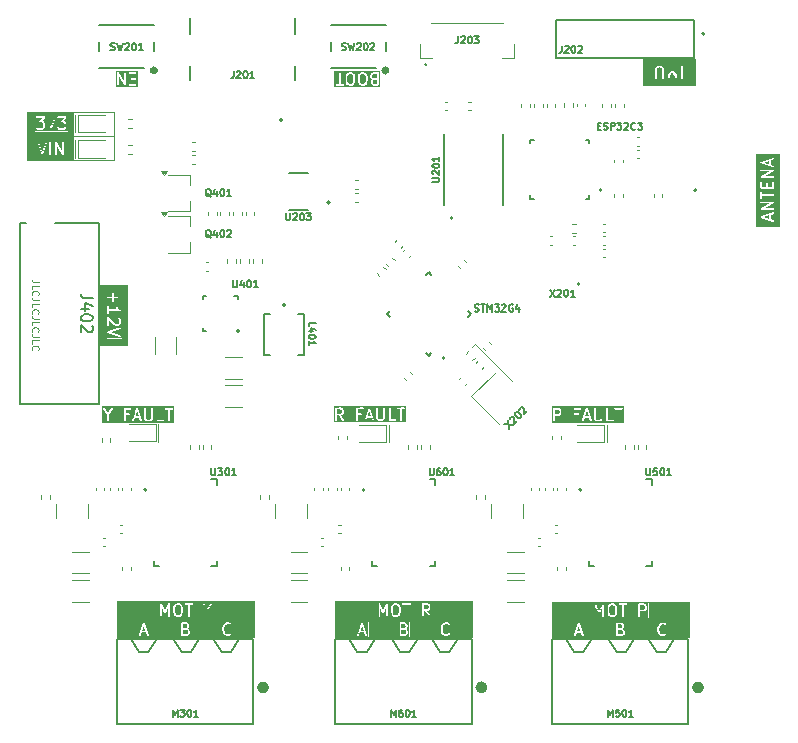
<source format=gbr>
%TF.GenerationSoftware,KiCad,Pcbnew,8.0.3*%
%TF.CreationDate,2024-09-21T15:41:29+02:00*%
%TF.ProjectId,POV_Motor_crtl,504f565f-4d6f-4746-9f72-5f6372746c2e,rev?*%
%TF.SameCoordinates,Original*%
%TF.FileFunction,Legend,Top*%
%TF.FilePolarity,Positive*%
%FSLAX46Y46*%
G04 Gerber Fmt 4.6, Leading zero omitted, Abs format (unit mm)*
G04 Created by KiCad (PCBNEW 8.0.3) date 2024-09-21 15:41:29*
%MOMM*%
%LPD*%
G01*
G04 APERTURE LIST*
%ADD10C,0.100000*%
%ADD11C,0.150000*%
%ADD12C,0.200000*%
%ADD13C,0.120000*%
%ADD14C,0.127000*%
%ADD15C,0.152400*%
%ADD16C,0.508000*%
G04 APERTURE END LIST*
D10*
X59537600Y-137083800D02*
X56007000Y-137083800D01*
X56007000Y-135509000D01*
X59537600Y-135509000D01*
X59537600Y-137083800D01*
G36*
X59537600Y-137083800D02*
G01*
X56007000Y-137083800D01*
X56007000Y-135509000D01*
X59537600Y-135509000D01*
X59537600Y-137083800D01*
G37*
X91541600Y-97536000D02*
X93497400Y-97536000D01*
X93497400Y-103682800D01*
X91541600Y-103682800D01*
X91541600Y-97536000D01*
X33680400Y-97764600D02*
X33045400Y-97764600D01*
X33045400Y-96494600D01*
X33680400Y-96494600D01*
X33680400Y-97764600D01*
G36*
X33680400Y-97764600D02*
G01*
X33045400Y-97764600D01*
X33045400Y-96494600D01*
X33680400Y-96494600D01*
X33680400Y-97764600D01*
G37*
X29819600Y-94056200D02*
X37211000Y-94056200D01*
X37211000Y-98094800D01*
X29819600Y-98094800D01*
X29819600Y-94056200D01*
X55930800Y-135458200D02*
X67538600Y-135458200D01*
X67538600Y-138480800D01*
X55930800Y-138480800D01*
X55930800Y-135458200D01*
X62204600Y-137083800D02*
X61315600Y-137083800D01*
X61315600Y-136855200D01*
X62204600Y-136855200D01*
X62204600Y-137083800D01*
G36*
X62204600Y-137083800D02*
G01*
X61315600Y-137083800D01*
X61315600Y-136855200D01*
X62204600Y-136855200D01*
X62204600Y-137083800D01*
G37*
X91846400Y-103632000D02*
X91592400Y-103632000D01*
X91592400Y-97586800D01*
X91871800Y-97586800D01*
X91846400Y-103632000D01*
G36*
X91846400Y-103632000D02*
G01*
X91592400Y-103632000D01*
X91592400Y-97586800D01*
X91871800Y-97586800D01*
X91846400Y-103632000D01*
G37*
X93455134Y-103632890D02*
X93201134Y-103632890D01*
X93201134Y-97587690D01*
X93480534Y-97587690D01*
X93455134Y-103632890D01*
G36*
X93455134Y-103632890D02*
G01*
X93201134Y-103632890D01*
X93201134Y-97587690D01*
X93480534Y-97587690D01*
X93455134Y-103632890D01*
G37*
X36601400Y-108712000D02*
X37820600Y-108712000D01*
X37820600Y-109118400D01*
X36601400Y-109118400D01*
X36601400Y-108712000D01*
G36*
X36601400Y-108712000D02*
G01*
X37820600Y-108712000D01*
X37820600Y-109118400D01*
X36601400Y-109118400D01*
X36601400Y-108712000D01*
G37*
X67487800Y-137083800D02*
X64160400Y-137083800D01*
X64160400Y-135534400D01*
X67487800Y-135534400D01*
X67487800Y-137083800D01*
G36*
X67487800Y-137083800D02*
G01*
X64160400Y-137083800D01*
X64160400Y-135534400D01*
X67487800Y-135534400D01*
X67487800Y-137083800D01*
G37*
X43713400Y-137083800D02*
X42824400Y-137083800D01*
X42824400Y-136855200D01*
X43713400Y-136855200D01*
X43713400Y-137083800D01*
G36*
X43713400Y-137083800D02*
G01*
X42824400Y-137083800D01*
X42824400Y-136855200D01*
X43713400Y-136855200D01*
X43713400Y-137083800D01*
G37*
X86334600Y-91719401D02*
X82067399Y-91719400D01*
X82067400Y-91338400D01*
X86334600Y-91338400D01*
X86334600Y-91719401D01*
G36*
X86334600Y-91719401D02*
G01*
X82067399Y-91719400D01*
X82067400Y-91338400D01*
X86334600Y-91338400D01*
X86334600Y-91719401D01*
G37*
X85496400Y-90017600D02*
X86309200Y-90017600D01*
X86309200Y-91287600D01*
X85496400Y-91287600D01*
X85496400Y-90017600D01*
G36*
X85496400Y-90017600D02*
G01*
X86309200Y-90017600D01*
X86309200Y-91287600D01*
X85496400Y-91287600D01*
X85496400Y-90017600D01*
G37*
X48996600Y-138455400D02*
X47294800Y-138455400D01*
X47294800Y-136880600D01*
X48996600Y-136880600D01*
X48996600Y-138455400D01*
G36*
X48996600Y-138455400D02*
G01*
X47294800Y-138455400D01*
X47294800Y-136880600D01*
X48996600Y-136880600D01*
X48996600Y-138455400D01*
G37*
X93218890Y-97781466D02*
X91771090Y-97806866D01*
X91771090Y-97552866D01*
X93218890Y-97552866D01*
X93218890Y-97781466D01*
G36*
X93218890Y-97781466D02*
G01*
X91771090Y-97806866D01*
X91771090Y-97552866D01*
X93218890Y-97552866D01*
X93218890Y-97781466D01*
G37*
X30632400Y-97764600D02*
X29997400Y-97764600D01*
X29997400Y-96494600D01*
X30632400Y-96494600D01*
X30632400Y-97764600D01*
G36*
X30632400Y-97764600D02*
G01*
X29997400Y-97764600D01*
X29997400Y-96494600D01*
X30632400Y-96494600D01*
X30632400Y-97764600D01*
G37*
X40919400Y-120446800D02*
X40919400Y-121920000D01*
X83083400Y-138455400D02*
X80594200Y-138455400D01*
X80594200Y-136880600D01*
X83083400Y-136880600D01*
X83083400Y-138455400D01*
G36*
X83083400Y-138455400D02*
G01*
X80594200Y-138455400D01*
X80594200Y-136880600D01*
X83083400Y-136880600D01*
X83083400Y-138455400D01*
G37*
X93201134Y-103632890D02*
X91753334Y-103658290D01*
X91753334Y-103404290D01*
X93201134Y-103404290D01*
X93201134Y-103632890D01*
G36*
X93201134Y-103632890D02*
G01*
X91753334Y-103658290D01*
X91753334Y-103404290D01*
X93201134Y-103404290D01*
X93201134Y-103632890D01*
G37*
X67487800Y-138455400D02*
X65786000Y-138455400D01*
X65786000Y-136880600D01*
X67487800Y-136880600D01*
X67487800Y-138455400D01*
G36*
X67487800Y-138455400D02*
G01*
X65786000Y-138455400D01*
X65786000Y-136880600D01*
X67487800Y-136880600D01*
X67487800Y-138455400D01*
G37*
X39243000Y-138455400D02*
X37515800Y-138455400D01*
X37515800Y-136880600D01*
X39243000Y-136880600D01*
X39243000Y-138455400D01*
G36*
X39243000Y-138455400D02*
G01*
X37515800Y-138455400D01*
X37515800Y-136880600D01*
X39243000Y-136880600D01*
X39243000Y-138455400D01*
G37*
X86385400Y-91770201D02*
X82016599Y-91770200D01*
X82016600Y-89509600D01*
X86385400Y-89509600D01*
X86385400Y-91770201D01*
X85826600Y-138480800D02*
X84124800Y-138480800D01*
X84124800Y-136906000D01*
X85826600Y-136906000D01*
X85826600Y-138480800D01*
G36*
X85826600Y-138480800D02*
G01*
X84124800Y-138480800D01*
X84124800Y-136906000D01*
X85826600Y-136906000D01*
X85826600Y-138480800D01*
G37*
X60477400Y-120497600D02*
X60477400Y-121970800D01*
X67759127Y-113638128D02*
X70938138Y-116817139D01*
X37211000Y-96075500D02*
X29819600Y-96075500D01*
X79629000Y-138455400D02*
X77139800Y-138455400D01*
X77139800Y-136880600D01*
X79629000Y-136880600D01*
X79629000Y-138455400D01*
G36*
X79629000Y-138455400D02*
G01*
X77139800Y-138455400D01*
X77139800Y-136880600D01*
X79629000Y-136880600D01*
X79629000Y-138455400D01*
G37*
X33756600Y-98069400D02*
X29845000Y-98069400D01*
X29845000Y-96443800D01*
X30073600Y-96443800D01*
X30073600Y-97790000D01*
X33705800Y-97790000D01*
X33705800Y-96469200D01*
X30073600Y-96443800D01*
X29845000Y-96443800D01*
X29845000Y-96113600D01*
X33756600Y-96113600D01*
X33756600Y-97790000D01*
X33756600Y-98069400D01*
G36*
X33756600Y-98069400D02*
G01*
X29845000Y-98069400D01*
X29845000Y-96443800D01*
X30073600Y-96443800D01*
X30073600Y-97790000D01*
X33705800Y-97790000D01*
X33705800Y-96469200D01*
X30073600Y-96443800D01*
X29845000Y-96443800D01*
X29845000Y-96113600D01*
X33756600Y-96113600D01*
X33756600Y-97790000D01*
X33756600Y-98069400D01*
G37*
X82092800Y-90017600D02*
X82905600Y-90017600D01*
X82905600Y-91287600D01*
X82092800Y-91287600D01*
X82092800Y-90017600D01*
G36*
X82092800Y-90017600D02*
G01*
X82905600Y-90017600D01*
X82905600Y-91287600D01*
X82092800Y-91287600D01*
X82092800Y-90017600D01*
G37*
X67507680Y-113889575D02*
X67759127Y-113638128D01*
X37439600Y-135458200D02*
X49047400Y-135458200D01*
X49047400Y-138480800D01*
X37439600Y-138480800D01*
X37439600Y-135458200D01*
X74269600Y-135483600D02*
X85877400Y-135483600D01*
X85877400Y-138506200D01*
X74269600Y-138506200D01*
X74269600Y-135483600D01*
X64744600Y-138430000D02*
X62255400Y-138430000D01*
X62255400Y-136855200D01*
X64744600Y-136855200D01*
X64744600Y-138430000D01*
G36*
X64744600Y-138430000D02*
G01*
X62255400Y-138430000D01*
X62255400Y-136855200D01*
X64744600Y-136855200D01*
X64744600Y-138430000D01*
G37*
X57734200Y-138455400D02*
X56007000Y-138455400D01*
X56007000Y-136880600D01*
X57734200Y-136880600D01*
X57734200Y-138455400D01*
G36*
X57734200Y-138455400D02*
G01*
X56007000Y-138455400D01*
X56007000Y-136880600D01*
X57734200Y-136880600D01*
X57734200Y-138455400D01*
G37*
X46253400Y-138430000D02*
X43764200Y-138430000D01*
X43764200Y-136855200D01*
X46253400Y-136855200D01*
X46253400Y-138430000D01*
G36*
X46253400Y-138430000D02*
G01*
X43764200Y-138430000D01*
X43764200Y-136855200D01*
X46253400Y-136855200D01*
X46253400Y-138430000D01*
G37*
X36601400Y-113207800D02*
X37820600Y-113207800D01*
X37820600Y-113715800D01*
X36601400Y-113715800D01*
X36601400Y-113207800D01*
G36*
X36601400Y-113207800D02*
G01*
X37820600Y-113207800D01*
X37820600Y-113715800D01*
X36601400Y-113715800D01*
X36601400Y-113207800D01*
G37*
X78943200Y-120523000D02*
X78943200Y-121970800D01*
X37896800Y-108686600D02*
X38328600Y-108686600D01*
X38328600Y-113741200D01*
X37896800Y-113741200D01*
X37896800Y-108686600D01*
G36*
X37896800Y-108686600D02*
G01*
X38328600Y-108686600D01*
X38328600Y-113741200D01*
X37896800Y-113741200D01*
X37896800Y-108686600D01*
G37*
X77876400Y-137109200D02*
X74345800Y-137109200D01*
X74345800Y-135534400D01*
X77876400Y-135534400D01*
X77876400Y-137109200D01*
G36*
X77876400Y-137109200D02*
G01*
X74345800Y-137109200D01*
X74345800Y-135534400D01*
X77876400Y-135534400D01*
X77876400Y-137109200D01*
G37*
X85826600Y-137109200D02*
X82499200Y-137109200D01*
X82499200Y-135559800D01*
X85826600Y-135559800D01*
X85826600Y-137109200D01*
G36*
X85826600Y-137109200D02*
G01*
X82499200Y-137109200D01*
X82499200Y-135559800D01*
X85826600Y-135559800D01*
X85826600Y-137109200D01*
G37*
X33959800Y-96417200D02*
X33959800Y-97890400D01*
X33959800Y-94259400D02*
X33959800Y-95732600D01*
X76073000Y-138480800D02*
X74345800Y-138480800D01*
X74345800Y-136906000D01*
X76073000Y-136906000D01*
X76073000Y-138480800D01*
G36*
X76073000Y-138480800D02*
G01*
X74345800Y-138480800D01*
X74345800Y-136906000D01*
X76073000Y-136906000D01*
X76073000Y-138480800D01*
G37*
X82067400Y-89560400D02*
X86334600Y-89560400D01*
X86334600Y-89941400D01*
X82067400Y-89941400D01*
X82067400Y-89560400D01*
G36*
X82067400Y-89560400D02*
G01*
X86334600Y-89560400D01*
X86334600Y-89941400D01*
X82067400Y-89941400D01*
X82067400Y-89560400D01*
G37*
X61290200Y-138430000D02*
X58801000Y-138430000D01*
X58801000Y-136855200D01*
X61290200Y-136855200D01*
X61290200Y-138430000D01*
G36*
X61290200Y-138430000D02*
G01*
X58801000Y-138430000D01*
X58801000Y-136855200D01*
X61290200Y-136855200D01*
X61290200Y-138430000D01*
G37*
X42799000Y-138430000D02*
X40309800Y-138430000D01*
X40309800Y-136855200D01*
X42799000Y-136855200D01*
X42799000Y-138430000D01*
G36*
X42799000Y-138430000D02*
G01*
X40309800Y-138430000D01*
X40309800Y-136855200D01*
X42799000Y-136855200D01*
X42799000Y-138430000D01*
G37*
X41046400Y-137083800D02*
X37515800Y-137083800D01*
X37515800Y-135509000D01*
X41046400Y-135509000D01*
X41046400Y-137083800D01*
G36*
X41046400Y-137083800D02*
G01*
X37515800Y-137083800D01*
X37515800Y-135509000D01*
X41046400Y-135509000D01*
X41046400Y-137083800D01*
G37*
X80543400Y-137109200D02*
X79654400Y-137109200D01*
X79654400Y-136880600D01*
X80543400Y-136880600D01*
X80543400Y-137109200D01*
G36*
X80543400Y-137109200D02*
G01*
X79654400Y-137109200D01*
X79654400Y-136880600D01*
X80543400Y-136880600D01*
X80543400Y-137109200D01*
G37*
X48996600Y-137083800D02*
X45669200Y-137083800D01*
X45669200Y-135534400D01*
X48996600Y-135534400D01*
X48996600Y-137083800D01*
G36*
X48996600Y-137083800D02*
G01*
X45669200Y-137083800D01*
X45669200Y-135534400D01*
X48996600Y-135534400D01*
X48996600Y-137083800D01*
G37*
X36017200Y-108635800D02*
X38354000Y-108635800D01*
X38354000Y-113766600D01*
X36017200Y-113766600D01*
X36017200Y-108635800D01*
X33757528Y-95752323D02*
X33757529Y-96031723D01*
X29845928Y-96031723D01*
X29845928Y-95676123D01*
X30480928Y-95676123D01*
X33351128Y-95676123D01*
X33351128Y-94228323D01*
X30480928Y-94228323D01*
X30480928Y-95676123D01*
X29845928Y-95676123D01*
X29845928Y-94075923D01*
X33757528Y-94075923D01*
X33757528Y-95752323D01*
G36*
X33757528Y-95752323D02*
G01*
X33757529Y-96031723D01*
X29845928Y-96031723D01*
X29845928Y-95676123D01*
X30480928Y-95676123D01*
X33351128Y-95676123D01*
X33351128Y-94228323D01*
X30480928Y-94228323D01*
X30480928Y-95676123D01*
X29845928Y-95676123D01*
X29845928Y-94075923D01*
X33757528Y-94075923D01*
X33757528Y-95752323D01*
G37*
X36093400Y-108661200D02*
X36525200Y-108661200D01*
X36525200Y-113741200D01*
X36093400Y-113741200D01*
X36093400Y-108661200D01*
G36*
X36093400Y-108661200D02*
G01*
X36525200Y-108661200D01*
X36525200Y-113741200D01*
X36093400Y-113741200D01*
X36093400Y-108661200D01*
G37*
D11*
G36*
X37916891Y-113189883D02*
G01*
X36544669Y-113189883D01*
X36544669Y-112661648D01*
X36656369Y-112661648D01*
X36657035Y-112671028D01*
X36656369Y-112680408D01*
X36658064Y-112685493D01*
X36658444Y-112690838D01*
X36662648Y-112699247D01*
X36665623Y-112708171D01*
X36669134Y-112712219D01*
X36671530Y-112717011D01*
X36678634Y-112723173D01*
X36684797Y-112730278D01*
X36689588Y-112732673D01*
X36693637Y-112736185D01*
X36707063Y-112742179D01*
X37721399Y-113078772D01*
X37750589Y-113076697D01*
X37776763Y-113063611D01*
X37795937Y-113041503D01*
X37805191Y-113013741D01*
X37803116Y-112984551D01*
X37790029Y-112958378D01*
X37767922Y-112939204D01*
X37754497Y-112933210D01*
X36965703Y-112671460D01*
X37767922Y-112402852D01*
X37790029Y-112383678D01*
X37803116Y-112357505D01*
X37805191Y-112328315D01*
X37795937Y-112300553D01*
X37776763Y-112278445D01*
X37750589Y-112265359D01*
X37721399Y-112263284D01*
X37707063Y-112266544D01*
X36716184Y-112598321D01*
X36710970Y-112598692D01*
X36702641Y-112602855D01*
X36693637Y-112605871D01*
X36689588Y-112609382D01*
X36684797Y-112611778D01*
X36678634Y-112618882D01*
X36671530Y-112625045D01*
X36669134Y-112629836D01*
X36665623Y-112633885D01*
X36662648Y-112642808D01*
X36658444Y-112651218D01*
X36658064Y-112656562D01*
X36656369Y-112661648D01*
X36544669Y-112661648D01*
X36544669Y-111432933D01*
X36655780Y-111432933D01*
X36657221Y-112066612D01*
X36668420Y-112093648D01*
X36689112Y-112114340D01*
X36716148Y-112125539D01*
X36745412Y-112125539D01*
X36772448Y-112114340D01*
X36793140Y-112093648D01*
X36804339Y-112066612D01*
X36805780Y-112051980D01*
X36804780Y-111612555D01*
X37241820Y-112048067D01*
X37242959Y-112050344D01*
X37251803Y-112058015D01*
X37260541Y-112066722D01*
X37263031Y-112067753D01*
X37265066Y-112069518D01*
X37278492Y-112075512D01*
X37421073Y-112121661D01*
X37430434Y-112125539D01*
X37434197Y-112125909D01*
X37435685Y-112126391D01*
X37437659Y-112126250D01*
X37445066Y-112126980D01*
X37529372Y-112125874D01*
X37530923Y-112126391D01*
X37540192Y-112125732D01*
X37554936Y-112125539D01*
X37557425Y-112124507D01*
X37560113Y-112124317D01*
X37573845Y-112119062D01*
X37668401Y-112070369D01*
X37677210Y-112066721D01*
X37680112Y-112064338D01*
X37681526Y-112063611D01*
X37682825Y-112062112D01*
X37688575Y-112057394D01*
X37735916Y-112008358D01*
X37742411Y-112002726D01*
X37744390Y-111999580D01*
X37745521Y-111998410D01*
X37746278Y-111996582D01*
X37750243Y-111990283D01*
X37791918Y-111904393D01*
X37793140Y-111903172D01*
X37796809Y-111894312D01*
X37803117Y-111881314D01*
X37803308Y-111878624D01*
X37804339Y-111876136D01*
X37805780Y-111861504D01*
X37804487Y-111634898D01*
X37805191Y-111632789D01*
X37804413Y-111621846D01*
X37804339Y-111608777D01*
X37803308Y-111606288D01*
X37803117Y-111603599D01*
X37797862Y-111589868D01*
X37749170Y-111495313D01*
X37745521Y-111486503D01*
X37743138Y-111483600D01*
X37742411Y-111482187D01*
X37740912Y-111480887D01*
X37736194Y-111475138D01*
X37677210Y-111418192D01*
X37650173Y-111406993D01*
X37620911Y-111406993D01*
X37593874Y-111418192D01*
X37573182Y-111438884D01*
X37561983Y-111465921D01*
X37561983Y-111495183D01*
X37573182Y-111522220D01*
X37582509Y-111533585D01*
X37620465Y-111570229D01*
X37655868Y-111638980D01*
X37657024Y-111841716D01*
X37623728Y-111910337D01*
X37593483Y-111941665D01*
X37524502Y-111977187D01*
X37460139Y-111978031D01*
X37344468Y-111940592D01*
X36772448Y-111370573D01*
X36745412Y-111359374D01*
X36716148Y-111359374D01*
X36689112Y-111370573D01*
X36668420Y-111391265D01*
X36657221Y-111418301D01*
X36655780Y-111432933D01*
X36544669Y-111432933D01*
X36544669Y-110528171D01*
X36655780Y-110528171D01*
X36657221Y-111114231D01*
X36668420Y-111141267D01*
X36689112Y-111161959D01*
X36716148Y-111173158D01*
X36745412Y-111173158D01*
X36772448Y-111161959D01*
X36793140Y-111141267D01*
X36804339Y-111114231D01*
X36805780Y-111099599D01*
X36805261Y-110888779D01*
X37723730Y-110887474D01*
X37730859Y-110888885D01*
X37738011Y-110887454D01*
X37745412Y-110887444D01*
X37752272Y-110884602D01*
X37759554Y-110883146D01*
X37765660Y-110879056D01*
X37772448Y-110876245D01*
X37777696Y-110870996D01*
X37783869Y-110866863D01*
X37787946Y-110860746D01*
X37793140Y-110855553D01*
X37795981Y-110848693D01*
X37800101Y-110842514D01*
X37801526Y-110835305D01*
X37804339Y-110828517D01*
X37804339Y-110821090D01*
X37805780Y-110813806D01*
X37804339Y-110806601D01*
X37804339Y-110799253D01*
X37801497Y-110792392D01*
X37800041Y-110785112D01*
X37795952Y-110779006D01*
X37793140Y-110772217D01*
X37787889Y-110766966D01*
X37783758Y-110760797D01*
X37772499Y-110751576D01*
X37772448Y-110751525D01*
X37772425Y-110751515D01*
X37772383Y-110751481D01*
X37640064Y-110664739D01*
X37555718Y-110582005D01*
X37504316Y-110482187D01*
X37482208Y-110463014D01*
X37454447Y-110453760D01*
X37425257Y-110455834D01*
X37399082Y-110468921D01*
X37379909Y-110491029D01*
X37370655Y-110518790D01*
X37372729Y-110547980D01*
X37377984Y-110561712D01*
X37426676Y-110656268D01*
X37430325Y-110665077D01*
X37432707Y-110667979D01*
X37433435Y-110669393D01*
X37434933Y-110670692D01*
X37439652Y-110676442D01*
X37503640Y-110739207D01*
X36804896Y-110740199D01*
X36804339Y-110513539D01*
X36793140Y-110486503D01*
X36772448Y-110465811D01*
X36745412Y-110454612D01*
X36716148Y-110454612D01*
X36689112Y-110465811D01*
X36668420Y-110486503D01*
X36657221Y-110513539D01*
X36655780Y-110528171D01*
X36544669Y-110528171D01*
X36544669Y-109704015D01*
X36657221Y-109704015D01*
X36657221Y-109733279D01*
X36668420Y-109760315D01*
X36689112Y-109781007D01*
X36716148Y-109792206D01*
X36730780Y-109793647D01*
X37037578Y-109793077D01*
X37038174Y-110114232D01*
X37049373Y-110141268D01*
X37070065Y-110161960D01*
X37097101Y-110173159D01*
X37126365Y-110173159D01*
X37153401Y-110161960D01*
X37174093Y-110141268D01*
X37185292Y-110114232D01*
X37186733Y-110099600D01*
X37186163Y-109792801D01*
X37507317Y-109792206D01*
X37534353Y-109781007D01*
X37555045Y-109760315D01*
X37566244Y-109733279D01*
X37566244Y-109704015D01*
X37555045Y-109676979D01*
X37534353Y-109656287D01*
X37507317Y-109645088D01*
X37492685Y-109643647D01*
X37185887Y-109644216D01*
X37185292Y-109323063D01*
X37174093Y-109296027D01*
X37153401Y-109275335D01*
X37126365Y-109264136D01*
X37097101Y-109264136D01*
X37070065Y-109275335D01*
X37049373Y-109296027D01*
X37038174Y-109323063D01*
X37036733Y-109337695D01*
X37037302Y-109644492D01*
X36716148Y-109645088D01*
X36689112Y-109656287D01*
X36668420Y-109676979D01*
X36657221Y-109704015D01*
X36544669Y-109704015D01*
X36544669Y-109153025D01*
X37916891Y-109153025D01*
X37916891Y-113189883D01*
G37*
D10*
X30853828Y-108431674D02*
X30425257Y-108431674D01*
X30425257Y-108431674D02*
X30339542Y-108403103D01*
X30339542Y-108403103D02*
X30282400Y-108345960D01*
X30282400Y-108345960D02*
X30253828Y-108260246D01*
X30253828Y-108260246D02*
X30253828Y-108203103D01*
X30253828Y-109003103D02*
X30253828Y-108717389D01*
X30253828Y-108717389D02*
X30853828Y-108717389D01*
X30310971Y-109545960D02*
X30282400Y-109517388D01*
X30282400Y-109517388D02*
X30253828Y-109431674D01*
X30253828Y-109431674D02*
X30253828Y-109374531D01*
X30253828Y-109374531D02*
X30282400Y-109288817D01*
X30282400Y-109288817D02*
X30339542Y-109231674D01*
X30339542Y-109231674D02*
X30396685Y-109203103D01*
X30396685Y-109203103D02*
X30510971Y-109174531D01*
X30510971Y-109174531D02*
X30596685Y-109174531D01*
X30596685Y-109174531D02*
X30710971Y-109203103D01*
X30710971Y-109203103D02*
X30768114Y-109231674D01*
X30768114Y-109231674D02*
X30825257Y-109288817D01*
X30825257Y-109288817D02*
X30853828Y-109374531D01*
X30853828Y-109374531D02*
X30853828Y-109431674D01*
X30853828Y-109431674D02*
X30825257Y-109517388D01*
X30825257Y-109517388D02*
X30796685Y-109545960D01*
X30853828Y-109974531D02*
X30425257Y-109974531D01*
X30425257Y-109974531D02*
X30339542Y-109945960D01*
X30339542Y-109945960D02*
X30282400Y-109888817D01*
X30282400Y-109888817D02*
X30253828Y-109803103D01*
X30253828Y-109803103D02*
X30253828Y-109745960D01*
X30253828Y-110545960D02*
X30253828Y-110260246D01*
X30253828Y-110260246D02*
X30853828Y-110260246D01*
X30310971Y-111088817D02*
X30282400Y-111060245D01*
X30282400Y-111060245D02*
X30253828Y-110974531D01*
X30253828Y-110974531D02*
X30253828Y-110917388D01*
X30253828Y-110917388D02*
X30282400Y-110831674D01*
X30282400Y-110831674D02*
X30339542Y-110774531D01*
X30339542Y-110774531D02*
X30396685Y-110745960D01*
X30396685Y-110745960D02*
X30510971Y-110717388D01*
X30510971Y-110717388D02*
X30596685Y-110717388D01*
X30596685Y-110717388D02*
X30710971Y-110745960D01*
X30710971Y-110745960D02*
X30768114Y-110774531D01*
X30768114Y-110774531D02*
X30825257Y-110831674D01*
X30825257Y-110831674D02*
X30853828Y-110917388D01*
X30853828Y-110917388D02*
X30853828Y-110974531D01*
X30853828Y-110974531D02*
X30825257Y-111060245D01*
X30825257Y-111060245D02*
X30796685Y-111088817D01*
X30853828Y-111517388D02*
X30425257Y-111517388D01*
X30425257Y-111517388D02*
X30339542Y-111488817D01*
X30339542Y-111488817D02*
X30282400Y-111431674D01*
X30282400Y-111431674D02*
X30253828Y-111345960D01*
X30253828Y-111345960D02*
X30253828Y-111288817D01*
X30253828Y-112088817D02*
X30253828Y-111803103D01*
X30253828Y-111803103D02*
X30853828Y-111803103D01*
X30310971Y-112631674D02*
X30282400Y-112603102D01*
X30282400Y-112603102D02*
X30253828Y-112517388D01*
X30253828Y-112517388D02*
X30253828Y-112460245D01*
X30253828Y-112460245D02*
X30282400Y-112374531D01*
X30282400Y-112374531D02*
X30339542Y-112317388D01*
X30339542Y-112317388D02*
X30396685Y-112288817D01*
X30396685Y-112288817D02*
X30510971Y-112260245D01*
X30510971Y-112260245D02*
X30596685Y-112260245D01*
X30596685Y-112260245D02*
X30710971Y-112288817D01*
X30710971Y-112288817D02*
X30768114Y-112317388D01*
X30768114Y-112317388D02*
X30825257Y-112374531D01*
X30825257Y-112374531D02*
X30853828Y-112460245D01*
X30853828Y-112460245D02*
X30853828Y-112517388D01*
X30853828Y-112517388D02*
X30825257Y-112603102D01*
X30825257Y-112603102D02*
X30796685Y-112631674D01*
X30853828Y-113060245D02*
X30425257Y-113060245D01*
X30425257Y-113060245D02*
X30339542Y-113031674D01*
X30339542Y-113031674D02*
X30282400Y-112974531D01*
X30282400Y-112974531D02*
X30253828Y-112888817D01*
X30253828Y-112888817D02*
X30253828Y-112831674D01*
X30253828Y-113631674D02*
X30253828Y-113345960D01*
X30253828Y-113345960D02*
X30853828Y-113345960D01*
X30310971Y-114174531D02*
X30282400Y-114145959D01*
X30282400Y-114145959D02*
X30253828Y-114060245D01*
X30253828Y-114060245D02*
X30253828Y-114003102D01*
X30253828Y-114003102D02*
X30282400Y-113917388D01*
X30282400Y-113917388D02*
X30339542Y-113860245D01*
X30339542Y-113860245D02*
X30396685Y-113831674D01*
X30396685Y-113831674D02*
X30510971Y-113803102D01*
X30510971Y-113803102D02*
X30596685Y-113803102D01*
X30596685Y-113803102D02*
X30710971Y-113831674D01*
X30710971Y-113831674D02*
X30768114Y-113860245D01*
X30768114Y-113860245D02*
X30825257Y-113917388D01*
X30825257Y-113917388D02*
X30853828Y-114003102D01*
X30853828Y-114003102D02*
X30853828Y-114060245D01*
X30853828Y-114060245D02*
X30825257Y-114145959D01*
X30825257Y-114145959D02*
X30796685Y-114174531D01*
D11*
G36*
X84110993Y-138512130D02*
G01*
X83121165Y-138512130D01*
X83121165Y-137754590D01*
X83232276Y-137754590D01*
X83233543Y-137893169D01*
X83232365Y-137901093D01*
X83233699Y-137910117D01*
X83233717Y-137912079D01*
X83234139Y-137913100D01*
X83234515Y-137915637D01*
X83282032Y-138100335D01*
X83282558Y-138107732D01*
X83286760Y-138118714D01*
X83287081Y-138119959D01*
X83287403Y-138120394D01*
X83287813Y-138121464D01*
X83336503Y-138216016D01*
X83340153Y-138224828D01*
X83342536Y-138227732D01*
X83343264Y-138229145D01*
X83344762Y-138230444D01*
X83349481Y-138236194D01*
X83437650Y-138322679D01*
X83438502Y-138324383D01*
X83446146Y-138331013D01*
X83456084Y-138340761D01*
X83458574Y-138341792D01*
X83460609Y-138343557D01*
X83474035Y-138349551D01*
X83616616Y-138395700D01*
X83625977Y-138399578D01*
X83629740Y-138399948D01*
X83631228Y-138400430D01*
X83633202Y-138400289D01*
X83640609Y-138401019D01*
X83735926Y-138399768D01*
X83745227Y-138400430D01*
X83748881Y-138399598D01*
X83750479Y-138399578D01*
X83752310Y-138398819D01*
X83759564Y-138397170D01*
X83891354Y-138351959D01*
X83893336Y-138351959D01*
X83902888Y-138348002D01*
X83915846Y-138343557D01*
X83917881Y-138341791D01*
X83920372Y-138340760D01*
X83931738Y-138331432D01*
X83988684Y-138272447D01*
X83999882Y-138245411D01*
X83999882Y-138216148D01*
X83988683Y-138189112D01*
X83967990Y-138168419D01*
X83940954Y-138157221D01*
X83911691Y-138157221D01*
X83884655Y-138168420D01*
X83873289Y-138177748D01*
X83839767Y-138212469D01*
X83727060Y-138251134D01*
X83655682Y-138252070D01*
X83539755Y-138214548D01*
X83465547Y-138141758D01*
X83426855Y-138066621D01*
X83382237Y-137893191D01*
X83381095Y-137768419D01*
X83423121Y-137595296D01*
X83461846Y-137515486D01*
X83536125Y-137439761D01*
X83649394Y-137400903D01*
X83720773Y-137399967D01*
X83836966Y-137437576D01*
X83884655Y-137483617D01*
X83911691Y-137494816D01*
X83940954Y-137494816D01*
X83967990Y-137483617D01*
X83988683Y-137462924D01*
X83999882Y-137435888D01*
X83999882Y-137406625D01*
X83988683Y-137379589D01*
X83979356Y-137368224D01*
X83938529Y-137328808D01*
X83937953Y-137327655D01*
X83931873Y-137322381D01*
X83920372Y-137311278D01*
X83917881Y-137310246D01*
X83915846Y-137308481D01*
X83902421Y-137302487D01*
X83759842Y-137256338D01*
X83750479Y-137252460D01*
X83746713Y-137252089D01*
X83745227Y-137251608D01*
X83743252Y-137251748D01*
X83735847Y-137251019D01*
X83640528Y-137252269D01*
X83631228Y-137251608D01*
X83627573Y-137252439D01*
X83625977Y-137252460D01*
X83624146Y-137253218D01*
X83616891Y-137254868D01*
X83485101Y-137300079D01*
X83483121Y-137300079D01*
X83473571Y-137304034D01*
X83460609Y-137308481D01*
X83458574Y-137310245D01*
X83456084Y-137311277D01*
X83444719Y-137320605D01*
X83350787Y-137416367D01*
X83343264Y-137422892D01*
X83341251Y-137426088D01*
X83340154Y-137427208D01*
X83339396Y-137429035D01*
X83335432Y-137435335D01*
X83291165Y-137526566D01*
X83287081Y-137532078D01*
X83283143Y-137543097D01*
X83282558Y-137544305D01*
X83282519Y-137544844D01*
X83282134Y-137545924D01*
X83236893Y-137732289D01*
X83233717Y-137739958D01*
X83232819Y-137749072D01*
X83232365Y-137750944D01*
X83232527Y-137752036D01*
X83232276Y-137754590D01*
X83121165Y-137754590D01*
X83121165Y-137139908D01*
X84110993Y-137139908D01*
X84110993Y-138512130D01*
G37*
G36*
X39886062Y-137940206D02*
G01*
X39616022Y-137940999D01*
X39750567Y-137535542D01*
X39886062Y-137940206D01*
G37*
G36*
X40269855Y-138486141D02*
G01*
X39232145Y-138486141D01*
X39232145Y-138291239D01*
X39343256Y-138291239D01*
X39345331Y-138320429D01*
X39358417Y-138346602D01*
X39380524Y-138365776D01*
X39408287Y-138375030D01*
X39437477Y-138372955D01*
X39463650Y-138359869D01*
X39482824Y-138337762D01*
X39488818Y-138324336D01*
X39566663Y-138089746D01*
X39935769Y-138088662D01*
X40019176Y-138337761D01*
X40038350Y-138359868D01*
X40064523Y-138372955D01*
X40093713Y-138375030D01*
X40121475Y-138365776D01*
X40143583Y-138346602D01*
X40156669Y-138320428D01*
X40158744Y-138291238D01*
X40155484Y-138276902D01*
X39823706Y-137286023D01*
X39823336Y-137280810D01*
X39819172Y-137272483D01*
X39816157Y-137263476D01*
X39812645Y-137259427D01*
X39810250Y-137254636D01*
X39803146Y-137248474D01*
X39796983Y-137241369D01*
X39792189Y-137238972D01*
X39788142Y-137235462D01*
X39779220Y-137232488D01*
X39770810Y-137228283D01*
X39765465Y-137227903D01*
X39760380Y-137226208D01*
X39751000Y-137226874D01*
X39741620Y-137226208D01*
X39736534Y-137227903D01*
X39731190Y-137228283D01*
X39722782Y-137232487D01*
X39713857Y-137235462D01*
X39709806Y-137238975D01*
X39705017Y-137241370D01*
X39698858Y-137248470D01*
X39691750Y-137254636D01*
X39689353Y-137259429D01*
X39685843Y-137263477D01*
X39679849Y-137276902D01*
X39441674Y-137994650D01*
X39439346Y-138000272D01*
X39439346Y-138001667D01*
X39343256Y-138291239D01*
X39232145Y-138291239D01*
X39232145Y-137115097D01*
X40269855Y-137115097D01*
X40269855Y-138486141D01*
G37*
G36*
X76716062Y-137965606D02*
G01*
X76446022Y-137966399D01*
X76580567Y-137560942D01*
X76716062Y-137965606D01*
G37*
G36*
X77099855Y-138511541D02*
G01*
X76062145Y-138511541D01*
X76062145Y-138316639D01*
X76173256Y-138316639D01*
X76175331Y-138345829D01*
X76188417Y-138372002D01*
X76210524Y-138391176D01*
X76238287Y-138400430D01*
X76267477Y-138398355D01*
X76293650Y-138385269D01*
X76312824Y-138363162D01*
X76318818Y-138349736D01*
X76396663Y-138115146D01*
X76765769Y-138114062D01*
X76849176Y-138363161D01*
X76868350Y-138385268D01*
X76894523Y-138398355D01*
X76923713Y-138400430D01*
X76951475Y-138391176D01*
X76973583Y-138372002D01*
X76986669Y-138345828D01*
X76988744Y-138316638D01*
X76985484Y-138302302D01*
X76653706Y-137311423D01*
X76653336Y-137306210D01*
X76649172Y-137297883D01*
X76646157Y-137288876D01*
X76642645Y-137284827D01*
X76640250Y-137280036D01*
X76633146Y-137273874D01*
X76626983Y-137266769D01*
X76622189Y-137264372D01*
X76618142Y-137260862D01*
X76609220Y-137257888D01*
X76600810Y-137253683D01*
X76595465Y-137253303D01*
X76590380Y-137251608D01*
X76581000Y-137252274D01*
X76571620Y-137251608D01*
X76566534Y-137253303D01*
X76561190Y-137253683D01*
X76552782Y-137257887D01*
X76543857Y-137260862D01*
X76539806Y-137264375D01*
X76535017Y-137266770D01*
X76528858Y-137273870D01*
X76521750Y-137280036D01*
X76519353Y-137284829D01*
X76515843Y-137288877D01*
X76509849Y-137302302D01*
X76271674Y-138020050D01*
X76269346Y-138025672D01*
X76269346Y-138027067D01*
X76173256Y-138316639D01*
X76062145Y-138316639D01*
X76062145Y-137140497D01*
X77099855Y-137140497D01*
X77099855Y-138511541D01*
G37*
G36*
X79564988Y-135807370D02*
G01*
X79638780Y-135879752D01*
X79679473Y-136037923D01*
X79680776Y-136352677D01*
X79640662Y-136517925D01*
X79570195Y-136589766D01*
X79500749Y-136625528D01*
X79345580Y-136626618D01*
X79277258Y-136593467D01*
X79203465Y-136521085D01*
X79162772Y-136362913D01*
X79161469Y-136048159D01*
X79201583Y-135882911D01*
X79272051Y-135811070D01*
X79341496Y-135775309D01*
X79496665Y-135774219D01*
X79564988Y-135807370D01*
G37*
G36*
X82136624Y-135807471D02*
G01*
X82167951Y-135837715D01*
X82203409Y-135906572D01*
X82204394Y-136014204D01*
X82171214Y-136082585D01*
X82140969Y-136113913D01*
X82072281Y-136149284D01*
X81781056Y-136150345D01*
X81780523Y-135775150D01*
X82067857Y-135774103D01*
X82136624Y-135807471D01*
G37*
G36*
X82464377Y-136886530D02*
G01*
X77806441Y-136886530D01*
X77806441Y-135700419D01*
X77917552Y-135700419D01*
X77918993Y-136715051D01*
X77930192Y-136742087D01*
X77950884Y-136762779D01*
X77977920Y-136773978D01*
X78007184Y-136773978D01*
X78034220Y-136762779D01*
X78054912Y-136742087D01*
X78066111Y-136715051D01*
X78067552Y-136700419D01*
X78066607Y-136035041D01*
X78257982Y-136443219D01*
X78261755Y-136453593D01*
X78263991Y-136456035D01*
X78265415Y-136459071D01*
X78273824Y-136466771D01*
X78281519Y-136475174D01*
X78284537Y-136476582D01*
X78286996Y-136478834D01*
X78297708Y-136482729D01*
X78308037Y-136487550D01*
X78311365Y-136487696D01*
X78314497Y-136488835D01*
X78325891Y-136488334D01*
X78337273Y-136488834D01*
X78340401Y-136487696D01*
X78343733Y-136487550D01*
X78354068Y-136482726D01*
X78364774Y-136478834D01*
X78367229Y-136476584D01*
X78370251Y-136475175D01*
X78377952Y-136466764D01*
X78386355Y-136459070D01*
X78388838Y-136454877D01*
X78390015Y-136453593D01*
X78390675Y-136451777D01*
X78393849Y-136446420D01*
X78584693Y-136035543D01*
X78585659Y-136715051D01*
X78596858Y-136742087D01*
X78617550Y-136762779D01*
X78644586Y-136773978D01*
X78673850Y-136773978D01*
X78700886Y-136762779D01*
X78721578Y-136742087D01*
X78732777Y-136715051D01*
X78734218Y-136700419D01*
X78733271Y-136033752D01*
X79012790Y-136033752D01*
X79014150Y-136362188D01*
X79012879Y-136370731D01*
X79014223Y-136379823D01*
X79014231Y-136381717D01*
X79014653Y-136382738D01*
X79015029Y-136385275D01*
X79061850Y-136567266D01*
X79061850Y-136572192D01*
X79065194Y-136580267D01*
X79067595Y-136589597D01*
X79070914Y-136594076D01*
X79073048Y-136599228D01*
X79082376Y-136610594D01*
X79178143Y-136704532D01*
X79184663Y-136712050D01*
X79187856Y-136714060D01*
X79188979Y-136715161D01*
X79190811Y-136715919D01*
X79197106Y-136719882D01*
X79282995Y-136761557D01*
X79284217Y-136762779D01*
X79293076Y-136766448D01*
X79306075Y-136772756D01*
X79308764Y-136772947D01*
X79311253Y-136773978D01*
X79325885Y-136775419D01*
X79504972Y-136774160D01*
X79506980Y-136774830D01*
X79517652Y-136774071D01*
X79530993Y-136773978D01*
X79533482Y-136772946D01*
X79536170Y-136772756D01*
X79549902Y-136767501D01*
X79644456Y-136718809D01*
X79653267Y-136715160D01*
X79656169Y-136712777D01*
X79657583Y-136712050D01*
X79658882Y-136710551D01*
X79664632Y-136705833D01*
X79753227Y-136615509D01*
X79757229Y-136613109D01*
X79762314Y-136606245D01*
X79769198Y-136599228D01*
X79771331Y-136594076D01*
X79774651Y-136589597D01*
X79779598Y-136575751D01*
X79824838Y-136389385D01*
X79828015Y-136381717D01*
X79828912Y-136372602D01*
X79829367Y-136370731D01*
X79829204Y-136369638D01*
X79829456Y-136367085D01*
X79828095Y-136038648D01*
X79829367Y-136030106D01*
X79828022Y-136021013D01*
X79828015Y-136019120D01*
X79827592Y-136018098D01*
X79827217Y-136015562D01*
X79780396Y-135833570D01*
X79780396Y-135828645D01*
X79777050Y-135820568D01*
X79774651Y-135811240D01*
X79771332Y-135806761D01*
X79769198Y-135801608D01*
X79759870Y-135790243D01*
X79664107Y-135696311D01*
X79657583Y-135688788D01*
X79654386Y-135686775D01*
X79653378Y-135685787D01*
X79966612Y-135685787D01*
X79966612Y-135715051D01*
X79977811Y-135742087D01*
X79998503Y-135762779D01*
X80025539Y-135773978D01*
X80040171Y-135775419D01*
X80250990Y-135774900D01*
X80252326Y-136715051D01*
X80263525Y-136742087D01*
X80284217Y-136762779D01*
X80311253Y-136773978D01*
X80340517Y-136773978D01*
X80367553Y-136762779D01*
X80388245Y-136742087D01*
X80399444Y-136715051D01*
X80400885Y-136700419D01*
X80399570Y-135774535D01*
X80626231Y-135773978D01*
X80653267Y-135762779D01*
X80673959Y-135742087D01*
X80685158Y-135715051D01*
X80685158Y-135700419D01*
X81631838Y-135700419D01*
X81633279Y-136715051D01*
X81644478Y-136742087D01*
X81665170Y-136762779D01*
X81692206Y-136773978D01*
X81721470Y-136773978D01*
X81748506Y-136762779D01*
X81769198Y-136742087D01*
X81780397Y-136715051D01*
X81781838Y-136700419D01*
X81781267Y-136298956D01*
X82076140Y-136297882D01*
X82078409Y-136298639D01*
X82089750Y-136297833D01*
X82102422Y-136297787D01*
X82104911Y-136296755D01*
X82107599Y-136296565D01*
X82121331Y-136291310D01*
X82215887Y-136242617D01*
X82224696Y-136238969D01*
X82227598Y-136236586D01*
X82229012Y-136235859D01*
X82230311Y-136234360D01*
X82236061Y-136229642D01*
X82283402Y-136180606D01*
X82289897Y-136174974D01*
X82291876Y-136171828D01*
X82293007Y-136170658D01*
X82293764Y-136168830D01*
X82297729Y-136162531D01*
X82339404Y-136076641D01*
X82340626Y-136075420D01*
X82344295Y-136066560D01*
X82350603Y-136053562D01*
X82350794Y-136050872D01*
X82351825Y-136048384D01*
X82353266Y-136033752D01*
X82352061Y-135902121D01*
X82352677Y-135900275D01*
X82351951Y-135890060D01*
X82351825Y-135876263D01*
X82350794Y-135873774D01*
X82350603Y-135871085D01*
X82345348Y-135857354D01*
X82296656Y-135762799D01*
X82293007Y-135753989D01*
X82290624Y-135751086D01*
X82289897Y-135749673D01*
X82288398Y-135748373D01*
X82283680Y-135742624D01*
X82234644Y-135695282D01*
X82229012Y-135688788D01*
X82225866Y-135686808D01*
X82224696Y-135685678D01*
X82222868Y-135684920D01*
X82216569Y-135680956D01*
X82130680Y-135639281D01*
X82129458Y-135638059D01*
X82120592Y-135634386D01*
X82107599Y-135628082D01*
X82104911Y-135627891D01*
X82102422Y-135626860D01*
X82087790Y-135625419D01*
X81692206Y-135626860D01*
X81665170Y-135638059D01*
X81644478Y-135658751D01*
X81633279Y-135685787D01*
X81631838Y-135700419D01*
X80685158Y-135700419D01*
X80685158Y-135685787D01*
X80673959Y-135658751D01*
X80653267Y-135638059D01*
X80626231Y-135626860D01*
X80611599Y-135625419D01*
X80025539Y-135626860D01*
X79998503Y-135638059D01*
X79977811Y-135658751D01*
X79966612Y-135685787D01*
X79653378Y-135685787D01*
X79653267Y-135685678D01*
X79651439Y-135684920D01*
X79645140Y-135680956D01*
X79559251Y-135639281D01*
X79558029Y-135638059D01*
X79549163Y-135634386D01*
X79536170Y-135628082D01*
X79533482Y-135627891D01*
X79530993Y-135626860D01*
X79516361Y-135625419D01*
X79337272Y-135626677D01*
X79335265Y-135626008D01*
X79324592Y-135626766D01*
X79311253Y-135626860D01*
X79308764Y-135627890D01*
X79306075Y-135628082D01*
X79292344Y-135633337D01*
X79197794Y-135682025D01*
X79188979Y-135685677D01*
X79186073Y-135688061D01*
X79184663Y-135688788D01*
X79183364Y-135690284D01*
X79177614Y-135695005D01*
X79089018Y-135785326D01*
X79085017Y-135787728D01*
X79079930Y-135794591D01*
X79073049Y-135801608D01*
X79070915Y-135806758D01*
X79067595Y-135811240D01*
X79062648Y-135825086D01*
X79017407Y-136011451D01*
X79014231Y-136019120D01*
X79013333Y-136028234D01*
X79012879Y-136030106D01*
X79013041Y-136031198D01*
X79012790Y-136033752D01*
X78733271Y-136033752D01*
X78732799Y-135701523D01*
X78733348Y-135689031D01*
X78732779Y-135687467D01*
X78732777Y-135685787D01*
X78727795Y-135673760D01*
X78723348Y-135661530D01*
X78722218Y-135660296D01*
X78721578Y-135658751D01*
X78712378Y-135649551D01*
X78703584Y-135639948D01*
X78702067Y-135639240D01*
X78700886Y-135638059D01*
X78688873Y-135633082D01*
X78677066Y-135627573D01*
X78675393Y-135627499D01*
X78673850Y-135626860D01*
X78660844Y-135626860D01*
X78647830Y-135626288D01*
X78646257Y-135626860D01*
X78644586Y-135626860D01*
X78632567Y-135631838D01*
X78620329Y-135636289D01*
X78619095Y-135637419D01*
X78617550Y-135638059D01*
X78608351Y-135647257D01*
X78598748Y-135656052D01*
X78597572Y-135658036D01*
X78596858Y-135658751D01*
X78596181Y-135660384D01*
X78591254Y-135668702D01*
X78326350Y-136239022D01*
X78059651Y-135670192D01*
X78054912Y-135658751D01*
X78053735Y-135657574D01*
X78053022Y-135656053D01*
X78043425Y-135647264D01*
X78034220Y-135638059D01*
X78032674Y-135637418D01*
X78031441Y-135636289D01*
X78019210Y-135631841D01*
X78007184Y-135626860D01*
X78005510Y-135626860D01*
X78003940Y-135626289D01*
X77990939Y-135626860D01*
X77977920Y-135626860D01*
X77976375Y-135627499D01*
X77974704Y-135627573D01*
X77962905Y-135633079D01*
X77950884Y-135638059D01*
X77949701Y-135639241D01*
X77948186Y-135639949D01*
X77939397Y-135649545D01*
X77930192Y-135658751D01*
X77929551Y-135660296D01*
X77928422Y-135661530D01*
X77923974Y-135673760D01*
X77918993Y-135685787D01*
X77918766Y-135688082D01*
X77918422Y-135689031D01*
X77918499Y-135690797D01*
X77917552Y-135700419D01*
X77806441Y-135700419D01*
X77806441Y-135514308D01*
X82464377Y-135514308D01*
X82464377Y-136886530D01*
G37*
G36*
X85507748Y-91357622D02*
G01*
X82945051Y-91357622D01*
X82945051Y-90362857D01*
X83056162Y-90362857D01*
X83057603Y-91187012D01*
X83068802Y-91214048D01*
X83089494Y-91234740D01*
X83116530Y-91245939D01*
X83145794Y-91245939D01*
X83172830Y-91234740D01*
X83193522Y-91214048D01*
X83204721Y-91187012D01*
X83206162Y-91172380D01*
X83204781Y-90382924D01*
X83238214Y-90314022D01*
X83268458Y-90282696D01*
X83337250Y-90247270D01*
X83492417Y-90246180D01*
X83560947Y-90279432D01*
X83592275Y-90309677D01*
X83627617Y-90378308D01*
X83629031Y-91187012D01*
X83640230Y-91214048D01*
X83660922Y-91234740D01*
X83687958Y-91245939D01*
X83717222Y-91245939D01*
X83744258Y-91234740D01*
X83764950Y-91214048D01*
X83776149Y-91187012D01*
X83777590Y-91172380D01*
X83776195Y-90374654D01*
X83777001Y-90372237D01*
X83776170Y-90360549D01*
X83776149Y-90348225D01*
X83775118Y-90345736D01*
X83774927Y-90343047D01*
X83769672Y-90329316D01*
X83720980Y-90234761D01*
X83717331Y-90225951D01*
X83714948Y-90223048D01*
X83714221Y-90221635D01*
X83712722Y-90220335D01*
X83708004Y-90214586D01*
X83664288Y-90172380D01*
X84103781Y-90172380D01*
X84105199Y-91171275D01*
X84104651Y-91183768D01*
X84105219Y-91185331D01*
X84105222Y-91187012D01*
X84110203Y-91199038D01*
X84114651Y-91211269D01*
X84115780Y-91212502D01*
X84116421Y-91214048D01*
X84125626Y-91223253D01*
X84134415Y-91232850D01*
X84135930Y-91233557D01*
X84137113Y-91234740D01*
X84149134Y-91239719D01*
X84160933Y-91245226D01*
X84162604Y-91245299D01*
X84164149Y-91245939D01*
X84177168Y-91245939D01*
X84190169Y-91246510D01*
X84191739Y-91245939D01*
X84193413Y-91245939D01*
X84205439Y-91240957D01*
X84217670Y-91236510D01*
X84218903Y-91235380D01*
X84220449Y-91234740D01*
X84229654Y-91225534D01*
X84239251Y-91216746D01*
X84240425Y-91214763D01*
X84241141Y-91214048D01*
X84241819Y-91212411D01*
X84246745Y-91204096D01*
X84511648Y-90633776D01*
X84778351Y-91202615D01*
X84783087Y-91214048D01*
X84784262Y-91215223D01*
X84784977Y-91216747D01*
X84794580Y-91225541D01*
X84803779Y-91234740D01*
X84805324Y-91235379D01*
X84806558Y-91236510D01*
X84818796Y-91240960D01*
X84830815Y-91245939D01*
X84832486Y-91245939D01*
X84834059Y-91246511D01*
X84847073Y-91245939D01*
X84860079Y-91245939D01*
X84861622Y-91245299D01*
X84863295Y-91245226D01*
X84875102Y-91239716D01*
X84887115Y-91234740D01*
X84888296Y-91233558D01*
X84889813Y-91232851D01*
X84898607Y-91223247D01*
X84907807Y-91214048D01*
X84908447Y-91212502D01*
X84909577Y-91211269D01*
X84914024Y-91199038D01*
X84919006Y-91187012D01*
X84919232Y-91184716D01*
X84919577Y-91183768D01*
X84919499Y-91182001D01*
X84920447Y-91172380D01*
X84919027Y-90172380D01*
X85246637Y-90172380D01*
X85248078Y-91187012D01*
X85259277Y-91214048D01*
X85279969Y-91234740D01*
X85307005Y-91245939D01*
X85336269Y-91245939D01*
X85363305Y-91234740D01*
X85383997Y-91214048D01*
X85395196Y-91187012D01*
X85396637Y-91172380D01*
X85395196Y-90157748D01*
X85383997Y-90130712D01*
X85363305Y-90110020D01*
X85336269Y-90098821D01*
X85307005Y-90098821D01*
X85279969Y-90110020D01*
X85259277Y-90130712D01*
X85248078Y-90157748D01*
X85246637Y-90172380D01*
X84919027Y-90172380D01*
X84919006Y-90157748D01*
X84907807Y-90130712D01*
X84887115Y-90110020D01*
X84860079Y-90098821D01*
X84830815Y-90098821D01*
X84803779Y-90110020D01*
X84783087Y-90130712D01*
X84771888Y-90157748D01*
X84770447Y-90172380D01*
X84771391Y-90837757D01*
X84580017Y-90429583D01*
X84576244Y-90419206D01*
X84574006Y-90416762D01*
X84572584Y-90413729D01*
X84564181Y-90406034D01*
X84556480Y-90397624D01*
X84553458Y-90396214D01*
X84551003Y-90393965D01*
X84540297Y-90390072D01*
X84529962Y-90385249D01*
X84526630Y-90385102D01*
X84523502Y-90383965D01*
X84512120Y-90384464D01*
X84500726Y-90383964D01*
X84497594Y-90385102D01*
X84494266Y-90385249D01*
X84483937Y-90390069D01*
X84473225Y-90393965D01*
X84470766Y-90396216D01*
X84467748Y-90397625D01*
X84460053Y-90406027D01*
X84451644Y-90413728D01*
X84449158Y-90417923D01*
X84447984Y-90419206D01*
X84447324Y-90421018D01*
X84444150Y-90426378D01*
X84253305Y-90837254D01*
X84252340Y-90157748D01*
X84241141Y-90130712D01*
X84220449Y-90110020D01*
X84193413Y-90098821D01*
X84164149Y-90098821D01*
X84137113Y-90110020D01*
X84116421Y-90130712D01*
X84105222Y-90157748D01*
X84103781Y-90172380D01*
X83664288Y-90172380D01*
X83658969Y-90167245D01*
X83653337Y-90160751D01*
X83650191Y-90158770D01*
X83649020Y-90157640D01*
X83647192Y-90156883D01*
X83640894Y-90152918D01*
X83555003Y-90111241D01*
X83553782Y-90110020D01*
X83544922Y-90106349D01*
X83531924Y-90100043D01*
X83529234Y-90099851D01*
X83526746Y-90098821D01*
X83512114Y-90097380D01*
X83333025Y-90098638D01*
X83331018Y-90097969D01*
X83320345Y-90098727D01*
X83307006Y-90098821D01*
X83304517Y-90099851D01*
X83301828Y-90100043D01*
X83288097Y-90105298D01*
X83193549Y-90153987D01*
X83184732Y-90157640D01*
X83181826Y-90160024D01*
X83180416Y-90160751D01*
X83179119Y-90162246D01*
X83173367Y-90166967D01*
X83126025Y-90216002D01*
X83119531Y-90221635D01*
X83117551Y-90224780D01*
X83116421Y-90225951D01*
X83115663Y-90227778D01*
X83111699Y-90234078D01*
X83070024Y-90319966D01*
X83068802Y-90321189D01*
X83065129Y-90330054D01*
X83058825Y-90343048D01*
X83058634Y-90345735D01*
X83057603Y-90348225D01*
X83056162Y-90362857D01*
X82945051Y-90362857D01*
X82945051Y-89986269D01*
X85507748Y-89986269D01*
X85507748Y-91357622D01*
G37*
G36*
X77401862Y-119779206D02*
G01*
X77131822Y-119779999D01*
X77266367Y-119374542D01*
X77401862Y-119779206D01*
G37*
G36*
X74887062Y-119246671D02*
G01*
X74918389Y-119276915D01*
X74953847Y-119345772D01*
X74954832Y-119453404D01*
X74921652Y-119521785D01*
X74891407Y-119553113D01*
X74822719Y-119588484D01*
X74531494Y-119589545D01*
X74530961Y-119214350D01*
X74818295Y-119213303D01*
X74887062Y-119246671D01*
G37*
G36*
X80403851Y-120325730D02*
G01*
X74271165Y-120325730D01*
X74271165Y-119139619D01*
X74382276Y-119139619D01*
X74383717Y-120154251D01*
X74394916Y-120181287D01*
X74415608Y-120201979D01*
X74442644Y-120213178D01*
X74471908Y-120213178D01*
X74498944Y-120201979D01*
X74519636Y-120181287D01*
X74530835Y-120154251D01*
X74532276Y-120139619D01*
X74531705Y-119738156D01*
X74826578Y-119737082D01*
X74828847Y-119737839D01*
X74840188Y-119737033D01*
X74852860Y-119736987D01*
X74855349Y-119735955D01*
X74858037Y-119735765D01*
X74871769Y-119730510D01*
X74966325Y-119681817D01*
X74975134Y-119678169D01*
X74978036Y-119675786D01*
X74979450Y-119675059D01*
X74980749Y-119673560D01*
X74986499Y-119668842D01*
X75033840Y-119619806D01*
X75040335Y-119614174D01*
X75042314Y-119611028D01*
X75043445Y-119609858D01*
X75044202Y-119608030D01*
X75048167Y-119601731D01*
X75089842Y-119515841D01*
X75091064Y-119514620D01*
X75094733Y-119505760D01*
X75101041Y-119492762D01*
X75101232Y-119490072D01*
X75102263Y-119487584D01*
X75103704Y-119472952D01*
X75102499Y-119341321D01*
X75103115Y-119339475D01*
X75102389Y-119329260D01*
X75102263Y-119315463D01*
X75101232Y-119312974D01*
X75101041Y-119310285D01*
X75095786Y-119296554D01*
X75047094Y-119201999D01*
X75043445Y-119193189D01*
X75041062Y-119190286D01*
X75040335Y-119188873D01*
X75038836Y-119187573D01*
X75034118Y-119181824D01*
X74990403Y-119139619D01*
X76144181Y-119139619D01*
X76145622Y-120154251D01*
X76156821Y-120181287D01*
X76177513Y-120201979D01*
X76204549Y-120213178D01*
X76233813Y-120213178D01*
X76260849Y-120201979D01*
X76281541Y-120181287D01*
X76292740Y-120154251D01*
X76294181Y-120139619D01*
X76294168Y-120130239D01*
X76859056Y-120130239D01*
X76861131Y-120159429D01*
X76874217Y-120185602D01*
X76896324Y-120204776D01*
X76924087Y-120214030D01*
X76953277Y-120211955D01*
X76979450Y-120198869D01*
X76998624Y-120176762D01*
X77004618Y-120163336D01*
X77082463Y-119928746D01*
X77451569Y-119927662D01*
X77534976Y-120176761D01*
X77554150Y-120198868D01*
X77580323Y-120211955D01*
X77609513Y-120214030D01*
X77637275Y-120204776D01*
X77659383Y-120185602D01*
X77672469Y-120159428D01*
X77674544Y-120130238D01*
X77671284Y-120115902D01*
X77344393Y-119139619D01*
X77858467Y-119139619D01*
X77859861Y-119937343D01*
X77859056Y-119939761D01*
X77859886Y-119951448D01*
X77859908Y-119963774D01*
X77860939Y-119966263D01*
X77861130Y-119968951D01*
X77866385Y-119982683D01*
X77915075Y-120077235D01*
X77918725Y-120086047D01*
X77921108Y-120088951D01*
X77921836Y-120090364D01*
X77923334Y-120091663D01*
X77928052Y-120097412D01*
X77977087Y-120144753D01*
X77982721Y-120151250D01*
X77985866Y-120153229D01*
X77987037Y-120154360D01*
X77988864Y-120155117D01*
X77995164Y-120159082D01*
X78081053Y-120200757D01*
X78082275Y-120201979D01*
X78091134Y-120205648D01*
X78104133Y-120211956D01*
X78106822Y-120212147D01*
X78109311Y-120213178D01*
X78123943Y-120214619D01*
X78303030Y-120213360D01*
X78305038Y-120214030D01*
X78315710Y-120213271D01*
X78329051Y-120213178D01*
X78331540Y-120212146D01*
X78334228Y-120211956D01*
X78347960Y-120206701D01*
X78442514Y-120158009D01*
X78451325Y-120154360D01*
X78454227Y-120151977D01*
X78455641Y-120151250D01*
X78456941Y-120149750D01*
X78462691Y-120145032D01*
X78510032Y-120095995D01*
X78516526Y-120090364D01*
X78518505Y-120087218D01*
X78519637Y-120086047D01*
X78520394Y-120084217D01*
X78524358Y-120077921D01*
X78566033Y-119992031D01*
X78567255Y-119990810D01*
X78570924Y-119981950D01*
X78577232Y-119968952D01*
X78577423Y-119966262D01*
X78578454Y-119963774D01*
X78579895Y-119949142D01*
X78578480Y-119139619D01*
X78906086Y-119139619D01*
X78907527Y-120154251D01*
X78918726Y-120181287D01*
X78939418Y-120201979D01*
X78966454Y-120213178D01*
X78981086Y-120214619D01*
X79471908Y-120213178D01*
X79498944Y-120201979D01*
X79519636Y-120181287D01*
X79530835Y-120154251D01*
X79530835Y-120124987D01*
X79519636Y-120097951D01*
X79498944Y-120077259D01*
X79471908Y-120066060D01*
X79457276Y-120064619D01*
X79055981Y-120065797D01*
X79054645Y-119124987D01*
X79574194Y-119124987D01*
X79574194Y-119154251D01*
X79585393Y-119181287D01*
X79606085Y-119201979D01*
X79633121Y-119213178D01*
X79647753Y-119214619D01*
X79858572Y-119214100D01*
X79859908Y-120154251D01*
X79871107Y-120181287D01*
X79891799Y-120201979D01*
X79918835Y-120213178D01*
X79948099Y-120213178D01*
X79975135Y-120201979D01*
X79995827Y-120181287D01*
X80007026Y-120154251D01*
X80008467Y-120139619D01*
X80007152Y-119213735D01*
X80233813Y-119213178D01*
X80260849Y-119201979D01*
X80281541Y-119181287D01*
X80292740Y-119154251D01*
X80292740Y-119124987D01*
X80281541Y-119097951D01*
X80260849Y-119077259D01*
X80233813Y-119066060D01*
X80219181Y-119064619D01*
X79633121Y-119066060D01*
X79606085Y-119077259D01*
X79585393Y-119097951D01*
X79574194Y-119124987D01*
X79054645Y-119124987D01*
X79043446Y-119097951D01*
X79022754Y-119077259D01*
X78995718Y-119066060D01*
X78966454Y-119066060D01*
X78939418Y-119077259D01*
X78918726Y-119097951D01*
X78907527Y-119124987D01*
X78906086Y-119139619D01*
X78578480Y-119139619D01*
X78578454Y-119124987D01*
X78567255Y-119097951D01*
X78546563Y-119077259D01*
X78519527Y-119066060D01*
X78490263Y-119066060D01*
X78463227Y-119077259D01*
X78442535Y-119097951D01*
X78431336Y-119124987D01*
X78429895Y-119139619D01*
X78431275Y-119929074D01*
X78397843Y-119997975D01*
X78367597Y-120029304D01*
X78298807Y-120064728D01*
X78143638Y-120065818D01*
X78075109Y-120032567D01*
X78043782Y-120002321D01*
X78008439Y-119933690D01*
X78007026Y-119124987D01*
X77995827Y-119097951D01*
X77975135Y-119077259D01*
X77948099Y-119066060D01*
X77918835Y-119066060D01*
X77891799Y-119077259D01*
X77871107Y-119097951D01*
X77859908Y-119124987D01*
X77858467Y-119139619D01*
X77344393Y-119139619D01*
X77339506Y-119125023D01*
X77339136Y-119119810D01*
X77334972Y-119111483D01*
X77331957Y-119102476D01*
X77328445Y-119098427D01*
X77326050Y-119093636D01*
X77318946Y-119087474D01*
X77312783Y-119080369D01*
X77307989Y-119077972D01*
X77303942Y-119074462D01*
X77295020Y-119071488D01*
X77286610Y-119067283D01*
X77281265Y-119066903D01*
X77276180Y-119065208D01*
X77266800Y-119065874D01*
X77257420Y-119065208D01*
X77252334Y-119066903D01*
X77246990Y-119067283D01*
X77238582Y-119071487D01*
X77229657Y-119074462D01*
X77225606Y-119077975D01*
X77220817Y-119080370D01*
X77214658Y-119087470D01*
X77207550Y-119093636D01*
X77205153Y-119098429D01*
X77201643Y-119102477D01*
X77195649Y-119115902D01*
X76957474Y-119833650D01*
X76955146Y-119839272D01*
X76955146Y-119840667D01*
X76859056Y-120130239D01*
X76294168Y-120130239D01*
X76293543Y-119690501D01*
X76567146Y-119689368D01*
X76594182Y-119678169D01*
X76614874Y-119657477D01*
X76626073Y-119630441D01*
X76626073Y-119601177D01*
X76614874Y-119574141D01*
X76594182Y-119553449D01*
X76567146Y-119542250D01*
X76552514Y-119540809D01*
X76293332Y-119541882D01*
X76292866Y-119214402D01*
X76710003Y-119213178D01*
X76737039Y-119201979D01*
X76757731Y-119181287D01*
X76768930Y-119154251D01*
X76768930Y-119124987D01*
X76757731Y-119097951D01*
X76737039Y-119077259D01*
X76710003Y-119066060D01*
X76695371Y-119064619D01*
X76204549Y-119066060D01*
X76177513Y-119077259D01*
X76156821Y-119097951D01*
X76145622Y-119124987D01*
X76144181Y-119139619D01*
X74990403Y-119139619D01*
X74985082Y-119134482D01*
X74979450Y-119127988D01*
X74976304Y-119126008D01*
X74975134Y-119124878D01*
X74973306Y-119124120D01*
X74967007Y-119120156D01*
X74881118Y-119078481D01*
X74879896Y-119077259D01*
X74871030Y-119073586D01*
X74858037Y-119067282D01*
X74855349Y-119067091D01*
X74852860Y-119066060D01*
X74838228Y-119064619D01*
X74442644Y-119066060D01*
X74415608Y-119077259D01*
X74394916Y-119097951D01*
X74383717Y-119124987D01*
X74382276Y-119139619D01*
X74271165Y-119139619D01*
X74271165Y-118953508D01*
X80403851Y-118953508D01*
X80403851Y-120325730D01*
G37*
G36*
X61919947Y-137888366D02*
G01*
X61946608Y-137914105D01*
X61982066Y-137982962D01*
X61983051Y-138090594D01*
X61949871Y-138158975D01*
X61919625Y-138190304D01*
X61850938Y-138225675D01*
X61560390Y-138226733D01*
X61559857Y-137851501D01*
X61802941Y-137850494D01*
X61919947Y-137888366D01*
G37*
G36*
X61867662Y-137407671D02*
G01*
X61898989Y-137437915D01*
X61934511Y-137506896D01*
X61935300Y-137567057D01*
X61902252Y-137635166D01*
X61872007Y-137666494D01*
X61803304Y-137701873D01*
X61559646Y-137702882D01*
X61559180Y-137375313D01*
X61798930Y-137374320D01*
X61867662Y-137407671D01*
G37*
G36*
X62243034Y-138486730D02*
G01*
X61299384Y-138486730D01*
X61299384Y-137300619D01*
X61410495Y-137300619D01*
X61411936Y-138315251D01*
X61423135Y-138342287D01*
X61443827Y-138362979D01*
X61470863Y-138374178D01*
X61485495Y-138375619D01*
X61854797Y-138374273D01*
X61857066Y-138375030D01*
X61868407Y-138374224D01*
X61881079Y-138374178D01*
X61883568Y-138373146D01*
X61886256Y-138372956D01*
X61899988Y-138367701D01*
X61994542Y-138319009D01*
X62003353Y-138315360D01*
X62006255Y-138312977D01*
X62007669Y-138312250D01*
X62008969Y-138310750D01*
X62014719Y-138306032D01*
X62062060Y-138256995D01*
X62068554Y-138251364D01*
X62070533Y-138248218D01*
X62071665Y-138247047D01*
X62072422Y-138245217D01*
X62076386Y-138238921D01*
X62118061Y-138153031D01*
X62119283Y-138151810D01*
X62122952Y-138142950D01*
X62129260Y-138129952D01*
X62129451Y-138127262D01*
X62130482Y-138124774D01*
X62131923Y-138110142D01*
X62130718Y-137978511D01*
X62131334Y-137976665D01*
X62130608Y-137966450D01*
X62130482Y-137952653D01*
X62129451Y-137950164D01*
X62129260Y-137947475D01*
X62124005Y-137933744D01*
X62075313Y-137839189D01*
X62071664Y-137830379D01*
X62069281Y-137827476D01*
X62068554Y-137826063D01*
X62067055Y-137824763D01*
X62062337Y-137819014D01*
X62021510Y-137779598D01*
X62020934Y-137778445D01*
X62014854Y-137773171D01*
X62003353Y-137762068D01*
X62000862Y-137761036D01*
X61998827Y-137759271D01*
X61992140Y-137756285D01*
X62014440Y-137733187D01*
X62020935Y-137727555D01*
X62022914Y-137724409D01*
X62024045Y-137723239D01*
X62024802Y-137721411D01*
X62028767Y-137715112D01*
X62070442Y-137629222D01*
X62071664Y-137628001D01*
X62075333Y-137619141D01*
X62081641Y-137606143D01*
X62081832Y-137603453D01*
X62082863Y-137600965D01*
X62084304Y-137586333D01*
X62083198Y-137502025D01*
X62083715Y-137500475D01*
X62083056Y-137491204D01*
X62082863Y-137476463D01*
X62081832Y-137473974D01*
X62081641Y-137471285D01*
X62076386Y-137457554D01*
X62027694Y-137362999D01*
X62024045Y-137354189D01*
X62021662Y-137351286D01*
X62020935Y-137349873D01*
X62019436Y-137348573D01*
X62014718Y-137342824D01*
X61965682Y-137295482D01*
X61960050Y-137288988D01*
X61956904Y-137287008D01*
X61955734Y-137285878D01*
X61953906Y-137285120D01*
X61947607Y-137281156D01*
X61861718Y-137239481D01*
X61860496Y-137238259D01*
X61851630Y-137234586D01*
X61838637Y-137228282D01*
X61835949Y-137228091D01*
X61833460Y-137227060D01*
X61818828Y-137225619D01*
X61470863Y-137227060D01*
X61443827Y-137238259D01*
X61423135Y-137258951D01*
X61411936Y-137285987D01*
X61410495Y-137300619D01*
X61299384Y-137300619D01*
X61299384Y-137114508D01*
X62243034Y-137114508D01*
X62243034Y-138486730D01*
G37*
G36*
X42806417Y-135781970D02*
G01*
X42880209Y-135854352D01*
X42920902Y-136012523D01*
X42922205Y-136327277D01*
X42882091Y-136492525D01*
X42811624Y-136564366D01*
X42742178Y-136600128D01*
X42587009Y-136601218D01*
X42518687Y-136568067D01*
X42444894Y-136495685D01*
X42404201Y-136337513D01*
X42402898Y-136022759D01*
X42443012Y-135857511D01*
X42513480Y-135785670D01*
X42582925Y-135749909D01*
X42738094Y-135748819D01*
X42806417Y-135781970D01*
G37*
G36*
X45658168Y-136861130D02*
G01*
X41047870Y-136861130D01*
X41047870Y-135675019D01*
X41158981Y-135675019D01*
X41160422Y-136689651D01*
X41171621Y-136716687D01*
X41192313Y-136737379D01*
X41219349Y-136748578D01*
X41248613Y-136748578D01*
X41275649Y-136737379D01*
X41296341Y-136716687D01*
X41307540Y-136689651D01*
X41308981Y-136675019D01*
X41308036Y-136009641D01*
X41499411Y-136417819D01*
X41503184Y-136428193D01*
X41505420Y-136430635D01*
X41506844Y-136433671D01*
X41515253Y-136441371D01*
X41522948Y-136449774D01*
X41525966Y-136451182D01*
X41528425Y-136453434D01*
X41539137Y-136457329D01*
X41549466Y-136462150D01*
X41552794Y-136462296D01*
X41555926Y-136463435D01*
X41567320Y-136462934D01*
X41578702Y-136463434D01*
X41581830Y-136462296D01*
X41585162Y-136462150D01*
X41595497Y-136457326D01*
X41606203Y-136453434D01*
X41608658Y-136451184D01*
X41611680Y-136449775D01*
X41619381Y-136441364D01*
X41627784Y-136433670D01*
X41630267Y-136429477D01*
X41631444Y-136428193D01*
X41632104Y-136426377D01*
X41635278Y-136421020D01*
X41826122Y-136010143D01*
X41827088Y-136689651D01*
X41838287Y-136716687D01*
X41858979Y-136737379D01*
X41886015Y-136748578D01*
X41915279Y-136748578D01*
X41942315Y-136737379D01*
X41963007Y-136716687D01*
X41974206Y-136689651D01*
X41975647Y-136675019D01*
X41974700Y-136008352D01*
X42254219Y-136008352D01*
X42255579Y-136336788D01*
X42254308Y-136345331D01*
X42255652Y-136354423D01*
X42255660Y-136356317D01*
X42256082Y-136357338D01*
X42256458Y-136359875D01*
X42303279Y-136541866D01*
X42303279Y-136546792D01*
X42306623Y-136554867D01*
X42309024Y-136564197D01*
X42312343Y-136568676D01*
X42314477Y-136573828D01*
X42323805Y-136585194D01*
X42419572Y-136679132D01*
X42426092Y-136686650D01*
X42429285Y-136688660D01*
X42430408Y-136689761D01*
X42432240Y-136690519D01*
X42438535Y-136694482D01*
X42524424Y-136736157D01*
X42525646Y-136737379D01*
X42534505Y-136741048D01*
X42547504Y-136747356D01*
X42550193Y-136747547D01*
X42552682Y-136748578D01*
X42567314Y-136750019D01*
X42746401Y-136748760D01*
X42748409Y-136749430D01*
X42759081Y-136748671D01*
X42772422Y-136748578D01*
X42774911Y-136747546D01*
X42777599Y-136747356D01*
X42791331Y-136742101D01*
X42885885Y-136693409D01*
X42894696Y-136689760D01*
X42897598Y-136687377D01*
X42899012Y-136686650D01*
X42900311Y-136685151D01*
X42906061Y-136680433D01*
X42994656Y-136590109D01*
X42998658Y-136587709D01*
X43003743Y-136580845D01*
X43010627Y-136573828D01*
X43012760Y-136568676D01*
X43016080Y-136564197D01*
X43021027Y-136550351D01*
X43066267Y-136363985D01*
X43069444Y-136356317D01*
X43070341Y-136347202D01*
X43070796Y-136345331D01*
X43070633Y-136344238D01*
X43070885Y-136341685D01*
X43069524Y-136013248D01*
X43070796Y-136004706D01*
X43069451Y-135995613D01*
X43069444Y-135993720D01*
X43069021Y-135992698D01*
X43068646Y-135990162D01*
X43021825Y-135808170D01*
X43021825Y-135803245D01*
X43018479Y-135795168D01*
X43016080Y-135785840D01*
X43012761Y-135781361D01*
X43010627Y-135776208D01*
X43001299Y-135764843D01*
X42905536Y-135670911D01*
X42899012Y-135663388D01*
X42895815Y-135661375D01*
X42894807Y-135660387D01*
X43208041Y-135660387D01*
X43208041Y-135689651D01*
X43219240Y-135716687D01*
X43239932Y-135737379D01*
X43266968Y-135748578D01*
X43281600Y-135750019D01*
X43492419Y-135749500D01*
X43493755Y-136689651D01*
X43504954Y-136716687D01*
X43525646Y-136737379D01*
X43552682Y-136748578D01*
X43581946Y-136748578D01*
X43608982Y-136737379D01*
X43629674Y-136716687D01*
X43640873Y-136689651D01*
X43642314Y-136675019D01*
X43640999Y-135749135D01*
X43867660Y-135748578D01*
X43894696Y-135737379D01*
X43915388Y-135716687D01*
X43926587Y-135689651D01*
X43926587Y-135673345D01*
X44730429Y-135673345D01*
X44735496Y-135702167D01*
X44742135Y-135715285D01*
X45063799Y-136218236D01*
X45065184Y-136689651D01*
X45076383Y-136716687D01*
X45097075Y-136737379D01*
X45124111Y-136748578D01*
X45153375Y-136748578D01*
X45180411Y-136737379D01*
X45201103Y-136716687D01*
X45212302Y-136689651D01*
X45213743Y-136675019D01*
X45212414Y-136222673D01*
X45541991Y-135702166D01*
X45547057Y-135673345D01*
X45540709Y-135644779D01*
X45523913Y-135620815D01*
X45499224Y-135605104D01*
X45470402Y-135600038D01*
X45441836Y-135606386D01*
X45417873Y-135623182D01*
X45408801Y-135634753D01*
X45139263Y-136060440D01*
X44859613Y-135623183D01*
X44835650Y-135606386D01*
X44807084Y-135600038D01*
X44778262Y-135605105D01*
X44753574Y-135620816D01*
X44736777Y-135644779D01*
X44730429Y-135673345D01*
X43926587Y-135673345D01*
X43926587Y-135660387D01*
X43915388Y-135633351D01*
X43894696Y-135612659D01*
X43867660Y-135601460D01*
X43853028Y-135600019D01*
X43266968Y-135601460D01*
X43239932Y-135612659D01*
X43219240Y-135633351D01*
X43208041Y-135660387D01*
X42894807Y-135660387D01*
X42894696Y-135660278D01*
X42892868Y-135659520D01*
X42886569Y-135655556D01*
X42800680Y-135613881D01*
X42799458Y-135612659D01*
X42790592Y-135608986D01*
X42777599Y-135602682D01*
X42774911Y-135602491D01*
X42772422Y-135601460D01*
X42757790Y-135600019D01*
X42578701Y-135601277D01*
X42576694Y-135600608D01*
X42566021Y-135601366D01*
X42552682Y-135601460D01*
X42550193Y-135602490D01*
X42547504Y-135602682D01*
X42533773Y-135607937D01*
X42439223Y-135656625D01*
X42430408Y-135660277D01*
X42427502Y-135662661D01*
X42426092Y-135663388D01*
X42424793Y-135664884D01*
X42419043Y-135669605D01*
X42330447Y-135759926D01*
X42326446Y-135762328D01*
X42321359Y-135769191D01*
X42314478Y-135776208D01*
X42312344Y-135781358D01*
X42309024Y-135785840D01*
X42304077Y-135799686D01*
X42258836Y-135986051D01*
X42255660Y-135993720D01*
X42254762Y-136002834D01*
X42254308Y-136004706D01*
X42254470Y-136005798D01*
X42254219Y-136008352D01*
X41974700Y-136008352D01*
X41974228Y-135676123D01*
X41974777Y-135663631D01*
X41974208Y-135662067D01*
X41974206Y-135660387D01*
X41969224Y-135648360D01*
X41964777Y-135636130D01*
X41963647Y-135634896D01*
X41963007Y-135633351D01*
X41953807Y-135624151D01*
X41945013Y-135614548D01*
X41943496Y-135613840D01*
X41942315Y-135612659D01*
X41930302Y-135607682D01*
X41918495Y-135602173D01*
X41916822Y-135602099D01*
X41915279Y-135601460D01*
X41902273Y-135601460D01*
X41889259Y-135600888D01*
X41887686Y-135601460D01*
X41886015Y-135601460D01*
X41873996Y-135606438D01*
X41861758Y-135610889D01*
X41860524Y-135612019D01*
X41858979Y-135612659D01*
X41849780Y-135621857D01*
X41840177Y-135630652D01*
X41839001Y-135632636D01*
X41838287Y-135633351D01*
X41837610Y-135634984D01*
X41832683Y-135643302D01*
X41567779Y-136213622D01*
X41301080Y-135644792D01*
X41296341Y-135633351D01*
X41295164Y-135632174D01*
X41294451Y-135630653D01*
X41284854Y-135621864D01*
X41275649Y-135612659D01*
X41274103Y-135612018D01*
X41272870Y-135610889D01*
X41260639Y-135606441D01*
X41248613Y-135601460D01*
X41246939Y-135601460D01*
X41245369Y-135600889D01*
X41232368Y-135601460D01*
X41219349Y-135601460D01*
X41217804Y-135602099D01*
X41216133Y-135602173D01*
X41204334Y-135607679D01*
X41192313Y-135612659D01*
X41191130Y-135613841D01*
X41189615Y-135614549D01*
X41180826Y-135624145D01*
X41171621Y-135633351D01*
X41170980Y-135634896D01*
X41169851Y-135636130D01*
X41165403Y-135648360D01*
X41160422Y-135660387D01*
X41160195Y-135662682D01*
X41159851Y-135663631D01*
X41159928Y-135665397D01*
X41158981Y-135675019D01*
X41047870Y-135675019D01*
X41047870Y-135488908D01*
X45658168Y-135488908D01*
X45658168Y-136861130D01*
G37*
G36*
X47280993Y-138486730D02*
G01*
X46291165Y-138486730D01*
X46291165Y-137729190D01*
X46402276Y-137729190D01*
X46403543Y-137867769D01*
X46402365Y-137875693D01*
X46403699Y-137884717D01*
X46403717Y-137886679D01*
X46404139Y-137887700D01*
X46404515Y-137890237D01*
X46452032Y-138074935D01*
X46452558Y-138082332D01*
X46456760Y-138093314D01*
X46457081Y-138094559D01*
X46457403Y-138094994D01*
X46457813Y-138096064D01*
X46506503Y-138190616D01*
X46510153Y-138199428D01*
X46512536Y-138202332D01*
X46513264Y-138203745D01*
X46514762Y-138205044D01*
X46519481Y-138210794D01*
X46607650Y-138297279D01*
X46608502Y-138298983D01*
X46616146Y-138305613D01*
X46626084Y-138315361D01*
X46628574Y-138316392D01*
X46630609Y-138318157D01*
X46644035Y-138324151D01*
X46786616Y-138370300D01*
X46795977Y-138374178D01*
X46799740Y-138374548D01*
X46801228Y-138375030D01*
X46803202Y-138374889D01*
X46810609Y-138375619D01*
X46905926Y-138374368D01*
X46915227Y-138375030D01*
X46918881Y-138374198D01*
X46920479Y-138374178D01*
X46922310Y-138373419D01*
X46929564Y-138371770D01*
X47061354Y-138326559D01*
X47063336Y-138326559D01*
X47072888Y-138322602D01*
X47085846Y-138318157D01*
X47087881Y-138316391D01*
X47090372Y-138315360D01*
X47101738Y-138306032D01*
X47158684Y-138247047D01*
X47169882Y-138220011D01*
X47169882Y-138190748D01*
X47158683Y-138163712D01*
X47137990Y-138143019D01*
X47110954Y-138131821D01*
X47081691Y-138131821D01*
X47054655Y-138143020D01*
X47043289Y-138152348D01*
X47009767Y-138187069D01*
X46897060Y-138225734D01*
X46825682Y-138226670D01*
X46709755Y-138189148D01*
X46635547Y-138116358D01*
X46596855Y-138041221D01*
X46552237Y-137867791D01*
X46551095Y-137743019D01*
X46593121Y-137569896D01*
X46631846Y-137490086D01*
X46706125Y-137414361D01*
X46819394Y-137375503D01*
X46890773Y-137374567D01*
X47006966Y-137412176D01*
X47054655Y-137458217D01*
X47081691Y-137469416D01*
X47110954Y-137469416D01*
X47137990Y-137458217D01*
X47158683Y-137437524D01*
X47169882Y-137410488D01*
X47169882Y-137381225D01*
X47158683Y-137354189D01*
X47149356Y-137342824D01*
X47108529Y-137303408D01*
X47107953Y-137302255D01*
X47101873Y-137296981D01*
X47090372Y-137285878D01*
X47087881Y-137284846D01*
X47085846Y-137283081D01*
X47072421Y-137277087D01*
X46929842Y-137230938D01*
X46920479Y-137227060D01*
X46916713Y-137226689D01*
X46915227Y-137226208D01*
X46913252Y-137226348D01*
X46905847Y-137225619D01*
X46810528Y-137226869D01*
X46801228Y-137226208D01*
X46797573Y-137227039D01*
X46795977Y-137227060D01*
X46794146Y-137227818D01*
X46786891Y-137229468D01*
X46655101Y-137274679D01*
X46653121Y-137274679D01*
X46643571Y-137278634D01*
X46630609Y-137283081D01*
X46628574Y-137284845D01*
X46626084Y-137285877D01*
X46614719Y-137295205D01*
X46520787Y-137390967D01*
X46513264Y-137397492D01*
X46511251Y-137400688D01*
X46510154Y-137401808D01*
X46509396Y-137403635D01*
X46505432Y-137409935D01*
X46461165Y-137501166D01*
X46457081Y-137506678D01*
X46453143Y-137517697D01*
X46452558Y-137518905D01*
X46452519Y-137519444D01*
X46452134Y-137520524D01*
X46406893Y-137706889D01*
X46403717Y-137714558D01*
X46402819Y-137723672D01*
X46402365Y-137725544D01*
X46402527Y-137726636D01*
X46402276Y-137729190D01*
X46291165Y-137729190D01*
X46291165Y-137114508D01*
X47280993Y-137114508D01*
X47280993Y-138486730D01*
G37*
G36*
X39332033Y-119779206D02*
G01*
X39061993Y-119779999D01*
X39196538Y-119374542D01*
X39332033Y-119779206D01*
G37*
G36*
X42334022Y-120325730D02*
G01*
X36201355Y-120325730D01*
X36201355Y-119137945D01*
X36312466Y-119137945D01*
X36317533Y-119166767D01*
X36324172Y-119179885D01*
X36645836Y-119682836D01*
X36647221Y-120154251D01*
X36658420Y-120181287D01*
X36679112Y-120201979D01*
X36706148Y-120213178D01*
X36735412Y-120213178D01*
X36762448Y-120201979D01*
X36783140Y-120181287D01*
X36794339Y-120154251D01*
X36795780Y-120139619D01*
X36794451Y-119687273D01*
X37124028Y-119166766D01*
X37128800Y-119139619D01*
X38074352Y-119139619D01*
X38075793Y-120154251D01*
X38086992Y-120181287D01*
X38107684Y-120201979D01*
X38134720Y-120213178D01*
X38163984Y-120213178D01*
X38191020Y-120201979D01*
X38211712Y-120181287D01*
X38222911Y-120154251D01*
X38224352Y-120139619D01*
X38224339Y-120130239D01*
X38789227Y-120130239D01*
X38791302Y-120159429D01*
X38804388Y-120185602D01*
X38826495Y-120204776D01*
X38854258Y-120214030D01*
X38883448Y-120211955D01*
X38909621Y-120198869D01*
X38928795Y-120176762D01*
X38934789Y-120163336D01*
X39012634Y-119928746D01*
X39381740Y-119927662D01*
X39465147Y-120176761D01*
X39484321Y-120198868D01*
X39510494Y-120211955D01*
X39539684Y-120214030D01*
X39567446Y-120204776D01*
X39589554Y-120185602D01*
X39602640Y-120159428D01*
X39604715Y-120130238D01*
X39601455Y-120115902D01*
X39274564Y-119139619D01*
X39788638Y-119139619D01*
X39790032Y-119937343D01*
X39789227Y-119939761D01*
X39790057Y-119951448D01*
X39790079Y-119963774D01*
X39791110Y-119966263D01*
X39791301Y-119968951D01*
X39796556Y-119982683D01*
X39845246Y-120077235D01*
X39848896Y-120086047D01*
X39851279Y-120088951D01*
X39852007Y-120090364D01*
X39853505Y-120091663D01*
X39858223Y-120097412D01*
X39907258Y-120144753D01*
X39912892Y-120151250D01*
X39916037Y-120153229D01*
X39917208Y-120154360D01*
X39919035Y-120155117D01*
X39925335Y-120159082D01*
X40011224Y-120200757D01*
X40012446Y-120201979D01*
X40021305Y-120205648D01*
X40034304Y-120211956D01*
X40036993Y-120212147D01*
X40039482Y-120213178D01*
X40054114Y-120214619D01*
X40233201Y-120213360D01*
X40235209Y-120214030D01*
X40245881Y-120213271D01*
X40259222Y-120213178D01*
X40261711Y-120212146D01*
X40264399Y-120211956D01*
X40278131Y-120206701D01*
X40372685Y-120158009D01*
X40381496Y-120154360D01*
X40384398Y-120151977D01*
X40385812Y-120151250D01*
X40387112Y-120149750D01*
X40392862Y-120145032D01*
X40440203Y-120095995D01*
X40446697Y-120090364D01*
X40448676Y-120087218D01*
X40449808Y-120086047D01*
X40450565Y-120084217D01*
X40454529Y-120077921D01*
X40496204Y-119992031D01*
X40497426Y-119990810D01*
X40501095Y-119981950D01*
X40507403Y-119968952D01*
X40507594Y-119966262D01*
X40508625Y-119963774D01*
X40510066Y-119949142D01*
X40508651Y-119139619D01*
X40836257Y-119139619D01*
X40837698Y-120154251D01*
X40848897Y-120181287D01*
X40869589Y-120201979D01*
X40896625Y-120213178D01*
X40911257Y-120214619D01*
X41402079Y-120213178D01*
X41429115Y-120201979D01*
X41449807Y-120181287D01*
X41461006Y-120154251D01*
X41461006Y-120124987D01*
X41449807Y-120097951D01*
X41429115Y-120077259D01*
X41402079Y-120066060D01*
X41387447Y-120064619D01*
X40986152Y-120065797D01*
X40984816Y-119124987D01*
X41504365Y-119124987D01*
X41504365Y-119154251D01*
X41515564Y-119181287D01*
X41536256Y-119201979D01*
X41563292Y-119213178D01*
X41577924Y-119214619D01*
X41788743Y-119214100D01*
X41790079Y-120154251D01*
X41801278Y-120181287D01*
X41821970Y-120201979D01*
X41849006Y-120213178D01*
X41878270Y-120213178D01*
X41905306Y-120201979D01*
X41925998Y-120181287D01*
X41937197Y-120154251D01*
X41938638Y-120139619D01*
X41937323Y-119213735D01*
X42163984Y-119213178D01*
X42191020Y-119201979D01*
X42211712Y-119181287D01*
X42222911Y-119154251D01*
X42222911Y-119124987D01*
X42211712Y-119097951D01*
X42191020Y-119077259D01*
X42163984Y-119066060D01*
X42149352Y-119064619D01*
X41563292Y-119066060D01*
X41536256Y-119077259D01*
X41515564Y-119097951D01*
X41504365Y-119124987D01*
X40984816Y-119124987D01*
X40973617Y-119097951D01*
X40952925Y-119077259D01*
X40925889Y-119066060D01*
X40896625Y-119066060D01*
X40869589Y-119077259D01*
X40848897Y-119097951D01*
X40837698Y-119124987D01*
X40836257Y-119139619D01*
X40508651Y-119139619D01*
X40508625Y-119124987D01*
X40497426Y-119097951D01*
X40476734Y-119077259D01*
X40449698Y-119066060D01*
X40420434Y-119066060D01*
X40393398Y-119077259D01*
X40372706Y-119097951D01*
X40361507Y-119124987D01*
X40360066Y-119139619D01*
X40361446Y-119929074D01*
X40328014Y-119997975D01*
X40297768Y-120029304D01*
X40228978Y-120064728D01*
X40073809Y-120065818D01*
X40005280Y-120032567D01*
X39973953Y-120002321D01*
X39938610Y-119933690D01*
X39937197Y-119124987D01*
X39925998Y-119097951D01*
X39905306Y-119077259D01*
X39878270Y-119066060D01*
X39849006Y-119066060D01*
X39821970Y-119077259D01*
X39801278Y-119097951D01*
X39790079Y-119124987D01*
X39788638Y-119139619D01*
X39274564Y-119139619D01*
X39269677Y-119125023D01*
X39269307Y-119119810D01*
X39265143Y-119111483D01*
X39262128Y-119102476D01*
X39258616Y-119098427D01*
X39256221Y-119093636D01*
X39249117Y-119087474D01*
X39242954Y-119080369D01*
X39238160Y-119077972D01*
X39234113Y-119074462D01*
X39225191Y-119071488D01*
X39216781Y-119067283D01*
X39211436Y-119066903D01*
X39206351Y-119065208D01*
X39196971Y-119065874D01*
X39187591Y-119065208D01*
X39182505Y-119066903D01*
X39177161Y-119067283D01*
X39168753Y-119071487D01*
X39159828Y-119074462D01*
X39155777Y-119077975D01*
X39150988Y-119080370D01*
X39144829Y-119087470D01*
X39137721Y-119093636D01*
X39135324Y-119098429D01*
X39131814Y-119102477D01*
X39125820Y-119115902D01*
X38887645Y-119833650D01*
X38885317Y-119839272D01*
X38885317Y-119840667D01*
X38789227Y-120130239D01*
X38224339Y-120130239D01*
X38223714Y-119690501D01*
X38497317Y-119689368D01*
X38524353Y-119678169D01*
X38545045Y-119657477D01*
X38556244Y-119630441D01*
X38556244Y-119601177D01*
X38545045Y-119574141D01*
X38524353Y-119553449D01*
X38497317Y-119542250D01*
X38482685Y-119540809D01*
X38223503Y-119541882D01*
X38223037Y-119214402D01*
X38640174Y-119213178D01*
X38667210Y-119201979D01*
X38687902Y-119181287D01*
X38699101Y-119154251D01*
X38699101Y-119124987D01*
X38687902Y-119097951D01*
X38667210Y-119077259D01*
X38640174Y-119066060D01*
X38625542Y-119064619D01*
X38134720Y-119066060D01*
X38107684Y-119077259D01*
X38086992Y-119097951D01*
X38075793Y-119124987D01*
X38074352Y-119139619D01*
X37128800Y-119139619D01*
X37129094Y-119137945D01*
X37122746Y-119109379D01*
X37105950Y-119085415D01*
X37081261Y-119069704D01*
X37052439Y-119064638D01*
X37023873Y-119070986D01*
X36999910Y-119087782D01*
X36990838Y-119099353D01*
X36721300Y-119525040D01*
X36441650Y-119087783D01*
X36417687Y-119070986D01*
X36389121Y-119064638D01*
X36360299Y-119069705D01*
X36335611Y-119085416D01*
X36318814Y-119109379D01*
X36312466Y-119137945D01*
X36201355Y-119137945D01*
X36201355Y-118953508D01*
X42334022Y-118953508D01*
X42334022Y-120325730D01*
G37*
G36*
X43428747Y-137888366D02*
G01*
X43455408Y-137914105D01*
X43490866Y-137982962D01*
X43491851Y-138090594D01*
X43458671Y-138158975D01*
X43428425Y-138190304D01*
X43359738Y-138225675D01*
X43069190Y-138226733D01*
X43068657Y-137851501D01*
X43311741Y-137850494D01*
X43428747Y-137888366D01*
G37*
G36*
X43376462Y-137407671D02*
G01*
X43407789Y-137437915D01*
X43443311Y-137506896D01*
X43444100Y-137567057D01*
X43411052Y-137635166D01*
X43380807Y-137666494D01*
X43312104Y-137701873D01*
X43068446Y-137702882D01*
X43067980Y-137375313D01*
X43307730Y-137374320D01*
X43376462Y-137407671D01*
G37*
G36*
X43751834Y-138486730D02*
G01*
X42808184Y-138486730D01*
X42808184Y-137300619D01*
X42919295Y-137300619D01*
X42920736Y-138315251D01*
X42931935Y-138342287D01*
X42952627Y-138362979D01*
X42979663Y-138374178D01*
X42994295Y-138375619D01*
X43363597Y-138374273D01*
X43365866Y-138375030D01*
X43377207Y-138374224D01*
X43389879Y-138374178D01*
X43392368Y-138373146D01*
X43395056Y-138372956D01*
X43408788Y-138367701D01*
X43503342Y-138319009D01*
X43512153Y-138315360D01*
X43515055Y-138312977D01*
X43516469Y-138312250D01*
X43517769Y-138310750D01*
X43523519Y-138306032D01*
X43570860Y-138256995D01*
X43577354Y-138251364D01*
X43579333Y-138248218D01*
X43580465Y-138247047D01*
X43581222Y-138245217D01*
X43585186Y-138238921D01*
X43626861Y-138153031D01*
X43628083Y-138151810D01*
X43631752Y-138142950D01*
X43638060Y-138129952D01*
X43638251Y-138127262D01*
X43639282Y-138124774D01*
X43640723Y-138110142D01*
X43639518Y-137978511D01*
X43640134Y-137976665D01*
X43639408Y-137966450D01*
X43639282Y-137952653D01*
X43638251Y-137950164D01*
X43638060Y-137947475D01*
X43632805Y-137933744D01*
X43584113Y-137839189D01*
X43580464Y-137830379D01*
X43578081Y-137827476D01*
X43577354Y-137826063D01*
X43575855Y-137824763D01*
X43571137Y-137819014D01*
X43530310Y-137779598D01*
X43529734Y-137778445D01*
X43523654Y-137773171D01*
X43512153Y-137762068D01*
X43509662Y-137761036D01*
X43507627Y-137759271D01*
X43500940Y-137756285D01*
X43523240Y-137733187D01*
X43529735Y-137727555D01*
X43531714Y-137724409D01*
X43532845Y-137723239D01*
X43533602Y-137721411D01*
X43537567Y-137715112D01*
X43579242Y-137629222D01*
X43580464Y-137628001D01*
X43584133Y-137619141D01*
X43590441Y-137606143D01*
X43590632Y-137603453D01*
X43591663Y-137600965D01*
X43593104Y-137586333D01*
X43591998Y-137502025D01*
X43592515Y-137500475D01*
X43591856Y-137491204D01*
X43591663Y-137476463D01*
X43590632Y-137473974D01*
X43590441Y-137471285D01*
X43585186Y-137457554D01*
X43536494Y-137362999D01*
X43532845Y-137354189D01*
X43530462Y-137351286D01*
X43529735Y-137349873D01*
X43528236Y-137348573D01*
X43523518Y-137342824D01*
X43474482Y-137295482D01*
X43468850Y-137288988D01*
X43465704Y-137287008D01*
X43464534Y-137285878D01*
X43462706Y-137285120D01*
X43456407Y-137281156D01*
X43370518Y-137239481D01*
X43369296Y-137238259D01*
X43360430Y-137234586D01*
X43347437Y-137228282D01*
X43344749Y-137228091D01*
X43342260Y-137227060D01*
X43327628Y-137225619D01*
X42979663Y-137227060D01*
X42952627Y-137238259D01*
X42931935Y-137258951D01*
X42920736Y-137285987D01*
X42919295Y-137300619D01*
X42808184Y-137300619D01*
X42808184Y-137114508D01*
X43751834Y-137114508D01*
X43751834Y-138486730D01*
G37*
G36*
X61226188Y-135781970D02*
G01*
X61299980Y-135854352D01*
X61340673Y-136012523D01*
X61341976Y-136327277D01*
X61301862Y-136492525D01*
X61231395Y-136564366D01*
X61161949Y-136600128D01*
X61006780Y-136601218D01*
X60938458Y-136568067D01*
X60864665Y-136495685D01*
X60823972Y-136337513D01*
X60822669Y-136022759D01*
X60862783Y-135857511D01*
X60933251Y-135785670D01*
X61002696Y-135749909D01*
X61157865Y-135748819D01*
X61226188Y-135781970D01*
G37*
G36*
X63797824Y-135782071D02*
G01*
X63829151Y-135812315D01*
X63864609Y-135881172D01*
X63865594Y-135988804D01*
X63832414Y-136057185D01*
X63802169Y-136088513D01*
X63733481Y-136123884D01*
X63607330Y-136124344D01*
X63604508Y-136123846D01*
X63602174Y-136124362D01*
X63442256Y-136124945D01*
X63441723Y-135749750D01*
X63729057Y-135748703D01*
X63797824Y-135782071D01*
G37*
G36*
X64125577Y-136861130D02*
G01*
X59467641Y-136861130D01*
X59467641Y-135675019D01*
X59578752Y-135675019D01*
X59580193Y-136689651D01*
X59591392Y-136716687D01*
X59612084Y-136737379D01*
X59639120Y-136748578D01*
X59668384Y-136748578D01*
X59695420Y-136737379D01*
X59716112Y-136716687D01*
X59727311Y-136689651D01*
X59728752Y-136675019D01*
X59727807Y-136009641D01*
X59919182Y-136417819D01*
X59922955Y-136428193D01*
X59925191Y-136430635D01*
X59926615Y-136433671D01*
X59935024Y-136441371D01*
X59942719Y-136449774D01*
X59945737Y-136451182D01*
X59948196Y-136453434D01*
X59958908Y-136457329D01*
X59969237Y-136462150D01*
X59972565Y-136462296D01*
X59975697Y-136463435D01*
X59987091Y-136462934D01*
X59998473Y-136463434D01*
X60001601Y-136462296D01*
X60004933Y-136462150D01*
X60015268Y-136457326D01*
X60025974Y-136453434D01*
X60028429Y-136451184D01*
X60031451Y-136449775D01*
X60039152Y-136441364D01*
X60047555Y-136433670D01*
X60050038Y-136429477D01*
X60051215Y-136428193D01*
X60051875Y-136426377D01*
X60055049Y-136421020D01*
X60245893Y-136010143D01*
X60246859Y-136689651D01*
X60258058Y-136716687D01*
X60278750Y-136737379D01*
X60305786Y-136748578D01*
X60335050Y-136748578D01*
X60362086Y-136737379D01*
X60382778Y-136716687D01*
X60393977Y-136689651D01*
X60395418Y-136675019D01*
X60394471Y-136008352D01*
X60673990Y-136008352D01*
X60675350Y-136336788D01*
X60674079Y-136345331D01*
X60675423Y-136354423D01*
X60675431Y-136356317D01*
X60675853Y-136357338D01*
X60676229Y-136359875D01*
X60723050Y-136541866D01*
X60723050Y-136546792D01*
X60726394Y-136554867D01*
X60728795Y-136564197D01*
X60732114Y-136568676D01*
X60734248Y-136573828D01*
X60743576Y-136585194D01*
X60839343Y-136679132D01*
X60845863Y-136686650D01*
X60849056Y-136688660D01*
X60850179Y-136689761D01*
X60852011Y-136690519D01*
X60858306Y-136694482D01*
X60944195Y-136736157D01*
X60945417Y-136737379D01*
X60954276Y-136741048D01*
X60967275Y-136747356D01*
X60969964Y-136747547D01*
X60972453Y-136748578D01*
X60987085Y-136750019D01*
X61166172Y-136748760D01*
X61168180Y-136749430D01*
X61178852Y-136748671D01*
X61192193Y-136748578D01*
X61194682Y-136747546D01*
X61197370Y-136747356D01*
X61211102Y-136742101D01*
X61305656Y-136693409D01*
X61314467Y-136689760D01*
X61317369Y-136687377D01*
X61318783Y-136686650D01*
X61320082Y-136685151D01*
X61325832Y-136680433D01*
X61414427Y-136590109D01*
X61418429Y-136587709D01*
X61423514Y-136580845D01*
X61430398Y-136573828D01*
X61432531Y-136568676D01*
X61435851Y-136564197D01*
X61440798Y-136550351D01*
X61486038Y-136363985D01*
X61489215Y-136356317D01*
X61490112Y-136347202D01*
X61490567Y-136345331D01*
X61490404Y-136344238D01*
X61490656Y-136341685D01*
X61489295Y-136013248D01*
X61490567Y-136004706D01*
X61489222Y-135995613D01*
X61489215Y-135993720D01*
X61488792Y-135992698D01*
X61488417Y-135990162D01*
X61441596Y-135808170D01*
X61441596Y-135803245D01*
X61438250Y-135795168D01*
X61435851Y-135785840D01*
X61432532Y-135781361D01*
X61430398Y-135776208D01*
X61421070Y-135764843D01*
X61325307Y-135670911D01*
X61318783Y-135663388D01*
X61315586Y-135661375D01*
X61314578Y-135660387D01*
X61627812Y-135660387D01*
X61627812Y-135689651D01*
X61639011Y-135716687D01*
X61659703Y-135737379D01*
X61686739Y-135748578D01*
X61701371Y-135750019D01*
X61912190Y-135749500D01*
X61913526Y-136689651D01*
X61924725Y-136716687D01*
X61945417Y-136737379D01*
X61972453Y-136748578D01*
X62001717Y-136748578D01*
X62028753Y-136737379D01*
X62049445Y-136716687D01*
X62060644Y-136689651D01*
X62062085Y-136675019D01*
X62060770Y-135749135D01*
X62287431Y-135748578D01*
X62314467Y-135737379D01*
X62335159Y-135716687D01*
X62346358Y-135689651D01*
X62346358Y-135675019D01*
X63293038Y-135675019D01*
X63294479Y-136689651D01*
X63305678Y-136716687D01*
X63326370Y-136737379D01*
X63353406Y-136748578D01*
X63382670Y-136748578D01*
X63409706Y-136737379D01*
X63430398Y-136716687D01*
X63441597Y-136689651D01*
X63443038Y-136675019D01*
X63442467Y-136273556D01*
X63566690Y-136273104D01*
X63887595Y-136729189D01*
X63912274Y-136744916D01*
X63941091Y-136750002D01*
X63969662Y-136743672D01*
X63993636Y-136726890D01*
X64009363Y-136702212D01*
X64014448Y-136673394D01*
X64008119Y-136644823D01*
X64000909Y-136632010D01*
X63748052Y-136272639D01*
X63750950Y-136272433D01*
X63763622Y-136272387D01*
X63766111Y-136271355D01*
X63768799Y-136271165D01*
X63782531Y-136265910D01*
X63877087Y-136217217D01*
X63885896Y-136213569D01*
X63888798Y-136211186D01*
X63890212Y-136210459D01*
X63891511Y-136208960D01*
X63897261Y-136204242D01*
X63944602Y-136155206D01*
X63951097Y-136149574D01*
X63953076Y-136146428D01*
X63954207Y-136145258D01*
X63954964Y-136143430D01*
X63958929Y-136137131D01*
X64000604Y-136051241D01*
X64001826Y-136050020D01*
X64005495Y-136041160D01*
X64011803Y-136028162D01*
X64011994Y-136025472D01*
X64013025Y-136022984D01*
X64014466Y-136008352D01*
X64013261Y-135876721D01*
X64013877Y-135874875D01*
X64013151Y-135864660D01*
X64013025Y-135850863D01*
X64011994Y-135848374D01*
X64011803Y-135845685D01*
X64006548Y-135831954D01*
X63957856Y-135737399D01*
X63954207Y-135728589D01*
X63951824Y-135725686D01*
X63951097Y-135724273D01*
X63949598Y-135722973D01*
X63944880Y-135717224D01*
X63895844Y-135669882D01*
X63890212Y-135663388D01*
X63887066Y-135661408D01*
X63885896Y-135660278D01*
X63884068Y-135659520D01*
X63877769Y-135655556D01*
X63791880Y-135613881D01*
X63790658Y-135612659D01*
X63781792Y-135608986D01*
X63768799Y-135602682D01*
X63766111Y-135602491D01*
X63763622Y-135601460D01*
X63748990Y-135600019D01*
X63353406Y-135601460D01*
X63326370Y-135612659D01*
X63305678Y-135633351D01*
X63294479Y-135660387D01*
X63293038Y-135675019D01*
X62346358Y-135675019D01*
X62346358Y-135660387D01*
X62335159Y-135633351D01*
X62314467Y-135612659D01*
X62287431Y-135601460D01*
X62272799Y-135600019D01*
X61686739Y-135601460D01*
X61659703Y-135612659D01*
X61639011Y-135633351D01*
X61627812Y-135660387D01*
X61314578Y-135660387D01*
X61314467Y-135660278D01*
X61312639Y-135659520D01*
X61306340Y-135655556D01*
X61220451Y-135613881D01*
X61219229Y-135612659D01*
X61210363Y-135608986D01*
X61197370Y-135602682D01*
X61194682Y-135602491D01*
X61192193Y-135601460D01*
X61177561Y-135600019D01*
X60998472Y-135601277D01*
X60996465Y-135600608D01*
X60985792Y-135601366D01*
X60972453Y-135601460D01*
X60969964Y-135602490D01*
X60967275Y-135602682D01*
X60953544Y-135607937D01*
X60858994Y-135656625D01*
X60850179Y-135660277D01*
X60847273Y-135662661D01*
X60845863Y-135663388D01*
X60844564Y-135664884D01*
X60838814Y-135669605D01*
X60750218Y-135759926D01*
X60746217Y-135762328D01*
X60741130Y-135769191D01*
X60734249Y-135776208D01*
X60732115Y-135781358D01*
X60728795Y-135785840D01*
X60723848Y-135799686D01*
X60678607Y-135986051D01*
X60675431Y-135993720D01*
X60674533Y-136002834D01*
X60674079Y-136004706D01*
X60674241Y-136005798D01*
X60673990Y-136008352D01*
X60394471Y-136008352D01*
X60393999Y-135676123D01*
X60394548Y-135663631D01*
X60393979Y-135662067D01*
X60393977Y-135660387D01*
X60388995Y-135648360D01*
X60384548Y-135636130D01*
X60383418Y-135634896D01*
X60382778Y-135633351D01*
X60373578Y-135624151D01*
X60364784Y-135614548D01*
X60363267Y-135613840D01*
X60362086Y-135612659D01*
X60350073Y-135607682D01*
X60338266Y-135602173D01*
X60336593Y-135602099D01*
X60335050Y-135601460D01*
X60322044Y-135601460D01*
X60309030Y-135600888D01*
X60307457Y-135601460D01*
X60305786Y-135601460D01*
X60293767Y-135606438D01*
X60281529Y-135610889D01*
X60280295Y-135612019D01*
X60278750Y-135612659D01*
X60269551Y-135621857D01*
X60259948Y-135630652D01*
X60258772Y-135632636D01*
X60258058Y-135633351D01*
X60257381Y-135634984D01*
X60252454Y-135643302D01*
X59987550Y-136213622D01*
X59720851Y-135644792D01*
X59716112Y-135633351D01*
X59714935Y-135632174D01*
X59714222Y-135630653D01*
X59704625Y-135621864D01*
X59695420Y-135612659D01*
X59693874Y-135612018D01*
X59692641Y-135610889D01*
X59680410Y-135606441D01*
X59668384Y-135601460D01*
X59666710Y-135601460D01*
X59665140Y-135600889D01*
X59652139Y-135601460D01*
X59639120Y-135601460D01*
X59637575Y-135602099D01*
X59635904Y-135602173D01*
X59624105Y-135607679D01*
X59612084Y-135612659D01*
X59610901Y-135613841D01*
X59609386Y-135614549D01*
X59600597Y-135624145D01*
X59591392Y-135633351D01*
X59590751Y-135634896D01*
X59589622Y-135636130D01*
X59585174Y-135648360D01*
X59580193Y-135660387D01*
X59579966Y-135662682D01*
X59579622Y-135663631D01*
X59579699Y-135665397D01*
X59578752Y-135675019D01*
X59467641Y-135675019D01*
X59467641Y-135488908D01*
X64125577Y-135488908D01*
X64125577Y-136861130D01*
G37*
G36*
X56472062Y-119221271D02*
G01*
X56503389Y-119251515D01*
X56538847Y-119320372D01*
X56539832Y-119428004D01*
X56506652Y-119496385D01*
X56476407Y-119527713D01*
X56407719Y-119563084D01*
X56281568Y-119563544D01*
X56278746Y-119563046D01*
X56276412Y-119563562D01*
X56116494Y-119564145D01*
X56115961Y-119188950D01*
X56403295Y-119187903D01*
X56472062Y-119221271D01*
G37*
G36*
X58986862Y-119753806D02*
G01*
X58716822Y-119754599D01*
X58851367Y-119349142D01*
X58986862Y-119753806D01*
G37*
G36*
X61988851Y-120300330D02*
G01*
X55856165Y-120300330D01*
X55856165Y-119114219D01*
X55967276Y-119114219D01*
X55968717Y-120128851D01*
X55979916Y-120155887D01*
X56000608Y-120176579D01*
X56027644Y-120187778D01*
X56056908Y-120187778D01*
X56083944Y-120176579D01*
X56104636Y-120155887D01*
X56115835Y-120128851D01*
X56117276Y-120114219D01*
X56116705Y-119712756D01*
X56240928Y-119712304D01*
X56561833Y-120168389D01*
X56586512Y-120184116D01*
X56615329Y-120189202D01*
X56643900Y-120182872D01*
X56667874Y-120166090D01*
X56683601Y-120141412D01*
X56688686Y-120112594D01*
X56682357Y-120084023D01*
X56675147Y-120071210D01*
X56422290Y-119711839D01*
X56425188Y-119711633D01*
X56437860Y-119711587D01*
X56440349Y-119710555D01*
X56443037Y-119710365D01*
X56456769Y-119705110D01*
X56551325Y-119656417D01*
X56560134Y-119652769D01*
X56563036Y-119650386D01*
X56564450Y-119649659D01*
X56565749Y-119648160D01*
X56571499Y-119643442D01*
X56618840Y-119594406D01*
X56625335Y-119588774D01*
X56627314Y-119585628D01*
X56628445Y-119584458D01*
X56629202Y-119582630D01*
X56633167Y-119576331D01*
X56674842Y-119490441D01*
X56676064Y-119489220D01*
X56679733Y-119480360D01*
X56686041Y-119467362D01*
X56686232Y-119464672D01*
X56687263Y-119462184D01*
X56688704Y-119447552D01*
X56687499Y-119315921D01*
X56688115Y-119314075D01*
X56687389Y-119303860D01*
X56687263Y-119290063D01*
X56686232Y-119287574D01*
X56686041Y-119284885D01*
X56680786Y-119271154D01*
X56632094Y-119176599D01*
X56628445Y-119167789D01*
X56626062Y-119164886D01*
X56625335Y-119163473D01*
X56623836Y-119162173D01*
X56619118Y-119156424D01*
X56575403Y-119114219D01*
X57729181Y-119114219D01*
X57730622Y-120128851D01*
X57741821Y-120155887D01*
X57762513Y-120176579D01*
X57789549Y-120187778D01*
X57818813Y-120187778D01*
X57845849Y-120176579D01*
X57866541Y-120155887D01*
X57877740Y-120128851D01*
X57879181Y-120114219D01*
X57879168Y-120104839D01*
X58444056Y-120104839D01*
X58446131Y-120134029D01*
X58459217Y-120160202D01*
X58481324Y-120179376D01*
X58509087Y-120188630D01*
X58538277Y-120186555D01*
X58564450Y-120173469D01*
X58583624Y-120151362D01*
X58589618Y-120137936D01*
X58667463Y-119903346D01*
X59036569Y-119902262D01*
X59119976Y-120151361D01*
X59139150Y-120173468D01*
X59165323Y-120186555D01*
X59194513Y-120188630D01*
X59222275Y-120179376D01*
X59244383Y-120160202D01*
X59257469Y-120134028D01*
X59259544Y-120104838D01*
X59256284Y-120090502D01*
X58929393Y-119114219D01*
X59443467Y-119114219D01*
X59444861Y-119911943D01*
X59444056Y-119914361D01*
X59444886Y-119926048D01*
X59444908Y-119938374D01*
X59445939Y-119940863D01*
X59446130Y-119943551D01*
X59451385Y-119957283D01*
X59500075Y-120051835D01*
X59503725Y-120060647D01*
X59506108Y-120063551D01*
X59506836Y-120064964D01*
X59508334Y-120066263D01*
X59513052Y-120072012D01*
X59562087Y-120119353D01*
X59567721Y-120125850D01*
X59570866Y-120127829D01*
X59572037Y-120128960D01*
X59573864Y-120129717D01*
X59580164Y-120133682D01*
X59666053Y-120175357D01*
X59667275Y-120176579D01*
X59676134Y-120180248D01*
X59689133Y-120186556D01*
X59691822Y-120186747D01*
X59694311Y-120187778D01*
X59708943Y-120189219D01*
X59888030Y-120187960D01*
X59890038Y-120188630D01*
X59900710Y-120187871D01*
X59914051Y-120187778D01*
X59916540Y-120186746D01*
X59919228Y-120186556D01*
X59932960Y-120181301D01*
X60027514Y-120132609D01*
X60036325Y-120128960D01*
X60039227Y-120126577D01*
X60040641Y-120125850D01*
X60041941Y-120124350D01*
X60047691Y-120119632D01*
X60095032Y-120070595D01*
X60101526Y-120064964D01*
X60103505Y-120061818D01*
X60104637Y-120060647D01*
X60105394Y-120058817D01*
X60109358Y-120052521D01*
X60151033Y-119966631D01*
X60152255Y-119965410D01*
X60155924Y-119956550D01*
X60162232Y-119943552D01*
X60162423Y-119940862D01*
X60163454Y-119938374D01*
X60164895Y-119923742D01*
X60163480Y-119114219D01*
X60491086Y-119114219D01*
X60492527Y-120128851D01*
X60503726Y-120155887D01*
X60524418Y-120176579D01*
X60551454Y-120187778D01*
X60566086Y-120189219D01*
X61056908Y-120187778D01*
X61083944Y-120176579D01*
X61104636Y-120155887D01*
X61115835Y-120128851D01*
X61115835Y-120099587D01*
X61104636Y-120072551D01*
X61083944Y-120051859D01*
X61056908Y-120040660D01*
X61042276Y-120039219D01*
X60640981Y-120040397D01*
X60639645Y-119099587D01*
X61159194Y-119099587D01*
X61159194Y-119128851D01*
X61170393Y-119155887D01*
X61191085Y-119176579D01*
X61218121Y-119187778D01*
X61232753Y-119189219D01*
X61443572Y-119188700D01*
X61444908Y-120128851D01*
X61456107Y-120155887D01*
X61476799Y-120176579D01*
X61503835Y-120187778D01*
X61533099Y-120187778D01*
X61560135Y-120176579D01*
X61580827Y-120155887D01*
X61592026Y-120128851D01*
X61593467Y-120114219D01*
X61592152Y-119188335D01*
X61818813Y-119187778D01*
X61845849Y-119176579D01*
X61866541Y-119155887D01*
X61877740Y-119128851D01*
X61877740Y-119099587D01*
X61866541Y-119072551D01*
X61845849Y-119051859D01*
X61818813Y-119040660D01*
X61804181Y-119039219D01*
X61218121Y-119040660D01*
X61191085Y-119051859D01*
X61170393Y-119072551D01*
X61159194Y-119099587D01*
X60639645Y-119099587D01*
X60628446Y-119072551D01*
X60607754Y-119051859D01*
X60580718Y-119040660D01*
X60551454Y-119040660D01*
X60524418Y-119051859D01*
X60503726Y-119072551D01*
X60492527Y-119099587D01*
X60491086Y-119114219D01*
X60163480Y-119114219D01*
X60163454Y-119099587D01*
X60152255Y-119072551D01*
X60131563Y-119051859D01*
X60104527Y-119040660D01*
X60075263Y-119040660D01*
X60048227Y-119051859D01*
X60027535Y-119072551D01*
X60016336Y-119099587D01*
X60014895Y-119114219D01*
X60016275Y-119903674D01*
X59982843Y-119972575D01*
X59952597Y-120003904D01*
X59883807Y-120039328D01*
X59728638Y-120040418D01*
X59660109Y-120007167D01*
X59628782Y-119976921D01*
X59593439Y-119908290D01*
X59592026Y-119099587D01*
X59580827Y-119072551D01*
X59560135Y-119051859D01*
X59533099Y-119040660D01*
X59503835Y-119040660D01*
X59476799Y-119051859D01*
X59456107Y-119072551D01*
X59444908Y-119099587D01*
X59443467Y-119114219D01*
X58929393Y-119114219D01*
X58924506Y-119099623D01*
X58924136Y-119094410D01*
X58919972Y-119086083D01*
X58916957Y-119077076D01*
X58913445Y-119073027D01*
X58911050Y-119068236D01*
X58903946Y-119062074D01*
X58897783Y-119054969D01*
X58892989Y-119052572D01*
X58888942Y-119049062D01*
X58880020Y-119046088D01*
X58871610Y-119041883D01*
X58866265Y-119041503D01*
X58861180Y-119039808D01*
X58851800Y-119040474D01*
X58842420Y-119039808D01*
X58837334Y-119041503D01*
X58831990Y-119041883D01*
X58823582Y-119046087D01*
X58814657Y-119049062D01*
X58810606Y-119052575D01*
X58805817Y-119054970D01*
X58799658Y-119062070D01*
X58792550Y-119068236D01*
X58790153Y-119073029D01*
X58786643Y-119077077D01*
X58780649Y-119090502D01*
X58542474Y-119808250D01*
X58540146Y-119813872D01*
X58540146Y-119815267D01*
X58444056Y-120104839D01*
X57879168Y-120104839D01*
X57878543Y-119665101D01*
X58152146Y-119663968D01*
X58179182Y-119652769D01*
X58199874Y-119632077D01*
X58211073Y-119605041D01*
X58211073Y-119575777D01*
X58199874Y-119548741D01*
X58179182Y-119528049D01*
X58152146Y-119516850D01*
X58137514Y-119515409D01*
X57878332Y-119516482D01*
X57877866Y-119189002D01*
X58295003Y-119187778D01*
X58322039Y-119176579D01*
X58342731Y-119155887D01*
X58353930Y-119128851D01*
X58353930Y-119099587D01*
X58342731Y-119072551D01*
X58322039Y-119051859D01*
X58295003Y-119040660D01*
X58280371Y-119039219D01*
X57789549Y-119040660D01*
X57762513Y-119051859D01*
X57741821Y-119072551D01*
X57730622Y-119099587D01*
X57729181Y-119114219D01*
X56575403Y-119114219D01*
X56570082Y-119109082D01*
X56564450Y-119102588D01*
X56561304Y-119100608D01*
X56560134Y-119099478D01*
X56558306Y-119098720D01*
X56552007Y-119094756D01*
X56466118Y-119053081D01*
X56464896Y-119051859D01*
X56456030Y-119048186D01*
X56443037Y-119041882D01*
X56440349Y-119041691D01*
X56437860Y-119040660D01*
X56423228Y-119039219D01*
X56027644Y-119040660D01*
X56000608Y-119051859D01*
X55979916Y-119072551D01*
X55968717Y-119099587D01*
X55967276Y-119114219D01*
X55856165Y-119114219D01*
X55856165Y-118928108D01*
X61988851Y-118928108D01*
X61988851Y-120300330D01*
G37*
G36*
X58377262Y-137940206D02*
G01*
X58107222Y-137940999D01*
X58241767Y-137535542D01*
X58377262Y-137940206D01*
G37*
G36*
X58761055Y-138486141D02*
G01*
X57723345Y-138486141D01*
X57723345Y-138291239D01*
X57834456Y-138291239D01*
X57836531Y-138320429D01*
X57849617Y-138346602D01*
X57871724Y-138365776D01*
X57899487Y-138375030D01*
X57928677Y-138372955D01*
X57954850Y-138359869D01*
X57974024Y-138337762D01*
X57980018Y-138324336D01*
X58057863Y-138089746D01*
X58426969Y-138088662D01*
X58510376Y-138337761D01*
X58529550Y-138359868D01*
X58555723Y-138372955D01*
X58584913Y-138375030D01*
X58612675Y-138365776D01*
X58634783Y-138346602D01*
X58647869Y-138320428D01*
X58649944Y-138291238D01*
X58646684Y-138276902D01*
X58314906Y-137286023D01*
X58314536Y-137280810D01*
X58310372Y-137272483D01*
X58307357Y-137263476D01*
X58303845Y-137259427D01*
X58301450Y-137254636D01*
X58294346Y-137248474D01*
X58288183Y-137241369D01*
X58283389Y-137238972D01*
X58279342Y-137235462D01*
X58270420Y-137232488D01*
X58262010Y-137228283D01*
X58256665Y-137227903D01*
X58251580Y-137226208D01*
X58242200Y-137226874D01*
X58232820Y-137226208D01*
X58227734Y-137227903D01*
X58222390Y-137228283D01*
X58213982Y-137232487D01*
X58205057Y-137235462D01*
X58201006Y-137238975D01*
X58196217Y-137241370D01*
X58190058Y-137248470D01*
X58182950Y-137254636D01*
X58180553Y-137259429D01*
X58177043Y-137263477D01*
X58171049Y-137276902D01*
X57932874Y-137994650D01*
X57930546Y-138000272D01*
X57930546Y-138001667D01*
X57834456Y-138291239D01*
X57723345Y-138291239D01*
X57723345Y-137115097D01*
X58761055Y-137115097D01*
X58761055Y-138486141D01*
G37*
G36*
X80258747Y-137913766D02*
G01*
X80285408Y-137939505D01*
X80320866Y-138008362D01*
X80321851Y-138115994D01*
X80288671Y-138184375D01*
X80258425Y-138215704D01*
X80189738Y-138251075D01*
X79899190Y-138252133D01*
X79898657Y-137876901D01*
X80141741Y-137875894D01*
X80258747Y-137913766D01*
G37*
G36*
X80206462Y-137433071D02*
G01*
X80237789Y-137463315D01*
X80273311Y-137532296D01*
X80274100Y-137592457D01*
X80241052Y-137660566D01*
X80210807Y-137691894D01*
X80142104Y-137727273D01*
X79898446Y-137728282D01*
X79897980Y-137400713D01*
X80137730Y-137399720D01*
X80206462Y-137433071D01*
G37*
G36*
X80581834Y-138512130D02*
G01*
X79638184Y-138512130D01*
X79638184Y-137326019D01*
X79749295Y-137326019D01*
X79750736Y-138340651D01*
X79761935Y-138367687D01*
X79782627Y-138388379D01*
X79809663Y-138399578D01*
X79824295Y-138401019D01*
X80193597Y-138399673D01*
X80195866Y-138400430D01*
X80207207Y-138399624D01*
X80219879Y-138399578D01*
X80222368Y-138398546D01*
X80225056Y-138398356D01*
X80238788Y-138393101D01*
X80333342Y-138344409D01*
X80342153Y-138340760D01*
X80345055Y-138338377D01*
X80346469Y-138337650D01*
X80347769Y-138336150D01*
X80353519Y-138331432D01*
X80400860Y-138282395D01*
X80407354Y-138276764D01*
X80409333Y-138273618D01*
X80410465Y-138272447D01*
X80411222Y-138270617D01*
X80415186Y-138264321D01*
X80456861Y-138178431D01*
X80458083Y-138177210D01*
X80461752Y-138168350D01*
X80468060Y-138155352D01*
X80468251Y-138152662D01*
X80469282Y-138150174D01*
X80470723Y-138135542D01*
X80469518Y-138003911D01*
X80470134Y-138002065D01*
X80469408Y-137991850D01*
X80469282Y-137978053D01*
X80468251Y-137975564D01*
X80468060Y-137972875D01*
X80462805Y-137959144D01*
X80414113Y-137864589D01*
X80410464Y-137855779D01*
X80408081Y-137852876D01*
X80407354Y-137851463D01*
X80405855Y-137850163D01*
X80401137Y-137844414D01*
X80360310Y-137804998D01*
X80359734Y-137803845D01*
X80353654Y-137798571D01*
X80342153Y-137787468D01*
X80339662Y-137786436D01*
X80337627Y-137784671D01*
X80330940Y-137781685D01*
X80353240Y-137758587D01*
X80359735Y-137752955D01*
X80361714Y-137749809D01*
X80362845Y-137748639D01*
X80363602Y-137746811D01*
X80367567Y-137740512D01*
X80409242Y-137654622D01*
X80410464Y-137653401D01*
X80414133Y-137644541D01*
X80420441Y-137631543D01*
X80420632Y-137628853D01*
X80421663Y-137626365D01*
X80423104Y-137611733D01*
X80421998Y-137527425D01*
X80422515Y-137525875D01*
X80421856Y-137516604D01*
X80421663Y-137501863D01*
X80420632Y-137499374D01*
X80420441Y-137496685D01*
X80415186Y-137482954D01*
X80366494Y-137388399D01*
X80362845Y-137379589D01*
X80360462Y-137376686D01*
X80359735Y-137375273D01*
X80358236Y-137373973D01*
X80353518Y-137368224D01*
X80304482Y-137320882D01*
X80298850Y-137314388D01*
X80295704Y-137312408D01*
X80294534Y-137311278D01*
X80292706Y-137310520D01*
X80286407Y-137306556D01*
X80200518Y-137264881D01*
X80199296Y-137263659D01*
X80190430Y-137259986D01*
X80177437Y-137253682D01*
X80174749Y-137253491D01*
X80172260Y-137252460D01*
X80157628Y-137251019D01*
X79809663Y-137252460D01*
X79782627Y-137263659D01*
X79761935Y-137284351D01*
X79750736Y-137311387D01*
X79749295Y-137326019D01*
X79638184Y-137326019D01*
X79638184Y-137139908D01*
X80581834Y-137139908D01*
X80581834Y-138512130D01*
G37*
G36*
X65772193Y-138486730D02*
G01*
X64782365Y-138486730D01*
X64782365Y-137729190D01*
X64893476Y-137729190D01*
X64894743Y-137867769D01*
X64893565Y-137875693D01*
X64894899Y-137884717D01*
X64894917Y-137886679D01*
X64895339Y-137887700D01*
X64895715Y-137890237D01*
X64943232Y-138074935D01*
X64943758Y-138082332D01*
X64947960Y-138093314D01*
X64948281Y-138094559D01*
X64948603Y-138094994D01*
X64949013Y-138096064D01*
X64997703Y-138190616D01*
X65001353Y-138199428D01*
X65003736Y-138202332D01*
X65004464Y-138203745D01*
X65005962Y-138205044D01*
X65010681Y-138210794D01*
X65098850Y-138297279D01*
X65099702Y-138298983D01*
X65107346Y-138305613D01*
X65117284Y-138315361D01*
X65119774Y-138316392D01*
X65121809Y-138318157D01*
X65135235Y-138324151D01*
X65277816Y-138370300D01*
X65287177Y-138374178D01*
X65290940Y-138374548D01*
X65292428Y-138375030D01*
X65294402Y-138374889D01*
X65301809Y-138375619D01*
X65397126Y-138374368D01*
X65406427Y-138375030D01*
X65410081Y-138374198D01*
X65411679Y-138374178D01*
X65413510Y-138373419D01*
X65420764Y-138371770D01*
X65552554Y-138326559D01*
X65554536Y-138326559D01*
X65564088Y-138322602D01*
X65577046Y-138318157D01*
X65579081Y-138316391D01*
X65581572Y-138315360D01*
X65592938Y-138306032D01*
X65649884Y-138247047D01*
X65661082Y-138220011D01*
X65661082Y-138190748D01*
X65649883Y-138163712D01*
X65629190Y-138143019D01*
X65602154Y-138131821D01*
X65572891Y-138131821D01*
X65545855Y-138143020D01*
X65534489Y-138152348D01*
X65500967Y-138187069D01*
X65388260Y-138225734D01*
X65316882Y-138226670D01*
X65200955Y-138189148D01*
X65126747Y-138116358D01*
X65088055Y-138041221D01*
X65043437Y-137867791D01*
X65042295Y-137743019D01*
X65084321Y-137569896D01*
X65123046Y-137490086D01*
X65197325Y-137414361D01*
X65310594Y-137375503D01*
X65381973Y-137374567D01*
X65498166Y-137412176D01*
X65545855Y-137458217D01*
X65572891Y-137469416D01*
X65602154Y-137469416D01*
X65629190Y-137458217D01*
X65649883Y-137437524D01*
X65661082Y-137410488D01*
X65661082Y-137381225D01*
X65649883Y-137354189D01*
X65640556Y-137342824D01*
X65599729Y-137303408D01*
X65599153Y-137302255D01*
X65593073Y-137296981D01*
X65581572Y-137285878D01*
X65579081Y-137284846D01*
X65577046Y-137283081D01*
X65563621Y-137277087D01*
X65421042Y-137230938D01*
X65411679Y-137227060D01*
X65407913Y-137226689D01*
X65406427Y-137226208D01*
X65404452Y-137226348D01*
X65397047Y-137225619D01*
X65301728Y-137226869D01*
X65292428Y-137226208D01*
X65288773Y-137227039D01*
X65287177Y-137227060D01*
X65285346Y-137227818D01*
X65278091Y-137229468D01*
X65146301Y-137274679D01*
X65144321Y-137274679D01*
X65134771Y-137278634D01*
X65121809Y-137283081D01*
X65119774Y-137284845D01*
X65117284Y-137285877D01*
X65105919Y-137295205D01*
X65011987Y-137390967D01*
X65004464Y-137397492D01*
X65002451Y-137400688D01*
X65001354Y-137401808D01*
X65000596Y-137403635D01*
X64996632Y-137409935D01*
X64952365Y-137501166D01*
X64948281Y-137506678D01*
X64944343Y-137517697D01*
X64943758Y-137518905D01*
X64943719Y-137519444D01*
X64943334Y-137520524D01*
X64898093Y-137706889D01*
X64894917Y-137714558D01*
X64894019Y-137723672D01*
X64893565Y-137725544D01*
X64893727Y-137726636D01*
X64893476Y-137729190D01*
X64782365Y-137729190D01*
X64782365Y-137114508D01*
X65772193Y-137114508D01*
X65772193Y-138486730D01*
G37*
X74164897Y-109060011D02*
X74564897Y-109660011D01*
X74564897Y-109060011D02*
X74164897Y-109660011D01*
X74764897Y-109117154D02*
X74793469Y-109088582D01*
X74793469Y-109088582D02*
X74850612Y-109060011D01*
X74850612Y-109060011D02*
X74993469Y-109060011D01*
X74993469Y-109060011D02*
X75050612Y-109088582D01*
X75050612Y-109088582D02*
X75079183Y-109117154D01*
X75079183Y-109117154D02*
X75107754Y-109174297D01*
X75107754Y-109174297D02*
X75107754Y-109231440D01*
X75107754Y-109231440D02*
X75079183Y-109317154D01*
X75079183Y-109317154D02*
X74736326Y-109660011D01*
X74736326Y-109660011D02*
X75107754Y-109660011D01*
X75479183Y-109060011D02*
X75536326Y-109060011D01*
X75536326Y-109060011D02*
X75593469Y-109088582D01*
X75593469Y-109088582D02*
X75622041Y-109117154D01*
X75622041Y-109117154D02*
X75650612Y-109174297D01*
X75650612Y-109174297D02*
X75679183Y-109288582D01*
X75679183Y-109288582D02*
X75679183Y-109431440D01*
X75679183Y-109431440D02*
X75650612Y-109545725D01*
X75650612Y-109545725D02*
X75622041Y-109602868D01*
X75622041Y-109602868D02*
X75593469Y-109631440D01*
X75593469Y-109631440D02*
X75536326Y-109660011D01*
X75536326Y-109660011D02*
X75479183Y-109660011D01*
X75479183Y-109660011D02*
X75422041Y-109631440D01*
X75422041Y-109631440D02*
X75393469Y-109602868D01*
X75393469Y-109602868D02*
X75364898Y-109545725D01*
X75364898Y-109545725D02*
X75336326Y-109431440D01*
X75336326Y-109431440D02*
X75336326Y-109288582D01*
X75336326Y-109288582D02*
X75364898Y-109174297D01*
X75364898Y-109174297D02*
X75393469Y-109117154D01*
X75393469Y-109117154D02*
X75422041Y-109088582D01*
X75422041Y-109088582D02*
X75479183Y-109060011D01*
X76250612Y-109660011D02*
X75907755Y-109660011D01*
X76079184Y-109660011D02*
X76079184Y-109060011D01*
X76079184Y-109060011D02*
X76022041Y-109145725D01*
X76022041Y-109145725D02*
X75964898Y-109202868D01*
X75964898Y-109202868D02*
X75907755Y-109231440D01*
X64185771Y-99910771D02*
X64671485Y-99910771D01*
X64671485Y-99910771D02*
X64728628Y-99882200D01*
X64728628Y-99882200D02*
X64757200Y-99853629D01*
X64757200Y-99853629D02*
X64785771Y-99796486D01*
X64785771Y-99796486D02*
X64785771Y-99682200D01*
X64785771Y-99682200D02*
X64757200Y-99625057D01*
X64757200Y-99625057D02*
X64728628Y-99596486D01*
X64728628Y-99596486D02*
X64671485Y-99567914D01*
X64671485Y-99567914D02*
X64185771Y-99567914D01*
X64242914Y-99310772D02*
X64214342Y-99282200D01*
X64214342Y-99282200D02*
X64185771Y-99225058D01*
X64185771Y-99225058D02*
X64185771Y-99082200D01*
X64185771Y-99082200D02*
X64214342Y-99025058D01*
X64214342Y-99025058D02*
X64242914Y-98996486D01*
X64242914Y-98996486D02*
X64300057Y-98967915D01*
X64300057Y-98967915D02*
X64357200Y-98967915D01*
X64357200Y-98967915D02*
X64442914Y-98996486D01*
X64442914Y-98996486D02*
X64785771Y-99339343D01*
X64785771Y-99339343D02*
X64785771Y-98967915D01*
X64185771Y-98596486D02*
X64185771Y-98539343D01*
X64185771Y-98539343D02*
X64214342Y-98482200D01*
X64214342Y-98482200D02*
X64242914Y-98453629D01*
X64242914Y-98453629D02*
X64300057Y-98425057D01*
X64300057Y-98425057D02*
X64414342Y-98396486D01*
X64414342Y-98396486D02*
X64557200Y-98396486D01*
X64557200Y-98396486D02*
X64671485Y-98425057D01*
X64671485Y-98425057D02*
X64728628Y-98453629D01*
X64728628Y-98453629D02*
X64757200Y-98482200D01*
X64757200Y-98482200D02*
X64785771Y-98539343D01*
X64785771Y-98539343D02*
X64785771Y-98596486D01*
X64785771Y-98596486D02*
X64757200Y-98653629D01*
X64757200Y-98653629D02*
X64728628Y-98682200D01*
X64728628Y-98682200D02*
X64671485Y-98710771D01*
X64671485Y-98710771D02*
X64557200Y-98739343D01*
X64557200Y-98739343D02*
X64414342Y-98739343D01*
X64414342Y-98739343D02*
X64300057Y-98710771D01*
X64300057Y-98710771D02*
X64242914Y-98682200D01*
X64242914Y-98682200D02*
X64214342Y-98653629D01*
X64214342Y-98653629D02*
X64185771Y-98596486D01*
X64785771Y-97825057D02*
X64785771Y-98167914D01*
X64785771Y-97996485D02*
X64185771Y-97996485D01*
X64185771Y-97996485D02*
X64271485Y-98053628D01*
X64271485Y-98053628D02*
X64328628Y-98110771D01*
X64328628Y-98110771D02*
X64357200Y-98167914D01*
X67772199Y-110883600D02*
X67857914Y-110912171D01*
X67857914Y-110912171D02*
X68000771Y-110912171D01*
X68000771Y-110912171D02*
X68057914Y-110883600D01*
X68057914Y-110883600D02*
X68086485Y-110855028D01*
X68086485Y-110855028D02*
X68115056Y-110797885D01*
X68115056Y-110797885D02*
X68115056Y-110740742D01*
X68115056Y-110740742D02*
X68086485Y-110683600D01*
X68086485Y-110683600D02*
X68057914Y-110655028D01*
X68057914Y-110655028D02*
X68000771Y-110626457D01*
X68000771Y-110626457D02*
X67886485Y-110597885D01*
X67886485Y-110597885D02*
X67829342Y-110569314D01*
X67829342Y-110569314D02*
X67800771Y-110540742D01*
X67800771Y-110540742D02*
X67772199Y-110483600D01*
X67772199Y-110483600D02*
X67772199Y-110426457D01*
X67772199Y-110426457D02*
X67800771Y-110369314D01*
X67800771Y-110369314D02*
X67829342Y-110340742D01*
X67829342Y-110340742D02*
X67886485Y-110312171D01*
X67886485Y-110312171D02*
X68029342Y-110312171D01*
X68029342Y-110312171D02*
X68115056Y-110340742D01*
X68286485Y-110312171D02*
X68629343Y-110312171D01*
X68457914Y-110912171D02*
X68457914Y-110312171D01*
X68829343Y-110912171D02*
X68829343Y-110312171D01*
X68829343Y-110312171D02*
X69029343Y-110740742D01*
X69029343Y-110740742D02*
X69229343Y-110312171D01*
X69229343Y-110312171D02*
X69229343Y-110912171D01*
X69457914Y-110312171D02*
X69829342Y-110312171D01*
X69829342Y-110312171D02*
X69629342Y-110540742D01*
X69629342Y-110540742D02*
X69715057Y-110540742D01*
X69715057Y-110540742D02*
X69772200Y-110569314D01*
X69772200Y-110569314D02*
X69800771Y-110597885D01*
X69800771Y-110597885D02*
X69829342Y-110655028D01*
X69829342Y-110655028D02*
X69829342Y-110797885D01*
X69829342Y-110797885D02*
X69800771Y-110855028D01*
X69800771Y-110855028D02*
X69772200Y-110883600D01*
X69772200Y-110883600D02*
X69715057Y-110912171D01*
X69715057Y-110912171D02*
X69543628Y-110912171D01*
X69543628Y-110912171D02*
X69486485Y-110883600D01*
X69486485Y-110883600D02*
X69457914Y-110855028D01*
X70057914Y-110369314D02*
X70086486Y-110340742D01*
X70086486Y-110340742D02*
X70143629Y-110312171D01*
X70143629Y-110312171D02*
X70286486Y-110312171D01*
X70286486Y-110312171D02*
X70343629Y-110340742D01*
X70343629Y-110340742D02*
X70372200Y-110369314D01*
X70372200Y-110369314D02*
X70400771Y-110426457D01*
X70400771Y-110426457D02*
X70400771Y-110483600D01*
X70400771Y-110483600D02*
X70372200Y-110569314D01*
X70372200Y-110569314D02*
X70029343Y-110912171D01*
X70029343Y-110912171D02*
X70400771Y-110912171D01*
X70972200Y-110340742D02*
X70915058Y-110312171D01*
X70915058Y-110312171D02*
X70829343Y-110312171D01*
X70829343Y-110312171D02*
X70743629Y-110340742D01*
X70743629Y-110340742D02*
X70686486Y-110397885D01*
X70686486Y-110397885D02*
X70657915Y-110455028D01*
X70657915Y-110455028D02*
X70629343Y-110569314D01*
X70629343Y-110569314D02*
X70629343Y-110655028D01*
X70629343Y-110655028D02*
X70657915Y-110769314D01*
X70657915Y-110769314D02*
X70686486Y-110826457D01*
X70686486Y-110826457D02*
X70743629Y-110883600D01*
X70743629Y-110883600D02*
X70829343Y-110912171D01*
X70829343Y-110912171D02*
X70886486Y-110912171D01*
X70886486Y-110912171D02*
X70972200Y-110883600D01*
X70972200Y-110883600D02*
X71000772Y-110855028D01*
X71000772Y-110855028D02*
X71000772Y-110655028D01*
X71000772Y-110655028D02*
X70886486Y-110655028D01*
X71515058Y-110512171D02*
X71515058Y-110912171D01*
X71372200Y-110283600D02*
X71229343Y-110712171D01*
X71229343Y-110712171D02*
X71600772Y-110712171D01*
X45447028Y-101190314D02*
X45389885Y-101161742D01*
X45389885Y-101161742D02*
X45332742Y-101104600D01*
X45332742Y-101104600D02*
X45247028Y-101018885D01*
X45247028Y-101018885D02*
X45189885Y-100990314D01*
X45189885Y-100990314D02*
X45132742Y-100990314D01*
X45161313Y-101133171D02*
X45104171Y-101104600D01*
X45104171Y-101104600D02*
X45047028Y-101047457D01*
X45047028Y-101047457D02*
X45018456Y-100933171D01*
X45018456Y-100933171D02*
X45018456Y-100733171D01*
X45018456Y-100733171D02*
X45047028Y-100618885D01*
X45047028Y-100618885D02*
X45104171Y-100561742D01*
X45104171Y-100561742D02*
X45161313Y-100533171D01*
X45161313Y-100533171D02*
X45275599Y-100533171D01*
X45275599Y-100533171D02*
X45332742Y-100561742D01*
X45332742Y-100561742D02*
X45389885Y-100618885D01*
X45389885Y-100618885D02*
X45418456Y-100733171D01*
X45418456Y-100733171D02*
X45418456Y-100933171D01*
X45418456Y-100933171D02*
X45389885Y-101047457D01*
X45389885Y-101047457D02*
X45332742Y-101104600D01*
X45332742Y-101104600D02*
X45275599Y-101133171D01*
X45275599Y-101133171D02*
X45161313Y-101133171D01*
X45932742Y-100733171D02*
X45932742Y-101133171D01*
X45789884Y-100504600D02*
X45647027Y-100933171D01*
X45647027Y-100933171D02*
X46018456Y-100933171D01*
X46361313Y-100533171D02*
X46418456Y-100533171D01*
X46418456Y-100533171D02*
X46475599Y-100561742D01*
X46475599Y-100561742D02*
X46504171Y-100590314D01*
X46504171Y-100590314D02*
X46532742Y-100647457D01*
X46532742Y-100647457D02*
X46561313Y-100761742D01*
X46561313Y-100761742D02*
X46561313Y-100904600D01*
X46561313Y-100904600D02*
X46532742Y-101018885D01*
X46532742Y-101018885D02*
X46504171Y-101076028D01*
X46504171Y-101076028D02*
X46475599Y-101104600D01*
X46475599Y-101104600D02*
X46418456Y-101133171D01*
X46418456Y-101133171D02*
X46361313Y-101133171D01*
X46361313Y-101133171D02*
X46304171Y-101104600D01*
X46304171Y-101104600D02*
X46275599Y-101076028D01*
X46275599Y-101076028D02*
X46247028Y-101018885D01*
X46247028Y-101018885D02*
X46218456Y-100904600D01*
X46218456Y-100904600D02*
X46218456Y-100761742D01*
X46218456Y-100761742D02*
X46247028Y-100647457D01*
X46247028Y-100647457D02*
X46275599Y-100590314D01*
X46275599Y-100590314D02*
X46304171Y-100561742D01*
X46304171Y-100561742D02*
X46361313Y-100533171D01*
X47132742Y-101133171D02*
X46789885Y-101133171D01*
X46961314Y-101133171D02*
X46961314Y-100533171D01*
X46961314Y-100533171D02*
X46904171Y-100618885D01*
X46904171Y-100618885D02*
X46847028Y-100676028D01*
X46847028Y-100676028D02*
X46789885Y-100704600D01*
X79045457Y-145222771D02*
X79045457Y-144622771D01*
X79045457Y-144622771D02*
X79245457Y-145051342D01*
X79245457Y-145051342D02*
X79445457Y-144622771D01*
X79445457Y-144622771D02*
X79445457Y-145222771D01*
X80016885Y-144622771D02*
X79731171Y-144622771D01*
X79731171Y-144622771D02*
X79702599Y-144908485D01*
X79702599Y-144908485D02*
X79731171Y-144879914D01*
X79731171Y-144879914D02*
X79788314Y-144851342D01*
X79788314Y-144851342D02*
X79931171Y-144851342D01*
X79931171Y-144851342D02*
X79988314Y-144879914D01*
X79988314Y-144879914D02*
X80016885Y-144908485D01*
X80016885Y-144908485D02*
X80045456Y-144965628D01*
X80045456Y-144965628D02*
X80045456Y-145108485D01*
X80045456Y-145108485D02*
X80016885Y-145165628D01*
X80016885Y-145165628D02*
X79988314Y-145194200D01*
X79988314Y-145194200D02*
X79931171Y-145222771D01*
X79931171Y-145222771D02*
X79788314Y-145222771D01*
X79788314Y-145222771D02*
X79731171Y-145194200D01*
X79731171Y-145194200D02*
X79702599Y-145165628D01*
X80416885Y-144622771D02*
X80474028Y-144622771D01*
X80474028Y-144622771D02*
X80531171Y-144651342D01*
X80531171Y-144651342D02*
X80559743Y-144679914D01*
X80559743Y-144679914D02*
X80588314Y-144737057D01*
X80588314Y-144737057D02*
X80616885Y-144851342D01*
X80616885Y-144851342D02*
X80616885Y-144994200D01*
X80616885Y-144994200D02*
X80588314Y-145108485D01*
X80588314Y-145108485D02*
X80559743Y-145165628D01*
X80559743Y-145165628D02*
X80531171Y-145194200D01*
X80531171Y-145194200D02*
X80474028Y-145222771D01*
X80474028Y-145222771D02*
X80416885Y-145222771D01*
X80416885Y-145222771D02*
X80359743Y-145194200D01*
X80359743Y-145194200D02*
X80331171Y-145165628D01*
X80331171Y-145165628D02*
X80302600Y-145108485D01*
X80302600Y-145108485D02*
X80274028Y-144994200D01*
X80274028Y-144994200D02*
X80274028Y-144851342D01*
X80274028Y-144851342D02*
X80302600Y-144737057D01*
X80302600Y-144737057D02*
X80331171Y-144679914D01*
X80331171Y-144679914D02*
X80359743Y-144651342D01*
X80359743Y-144651342D02*
X80416885Y-144622771D01*
X81188314Y-145222771D02*
X80845457Y-145222771D01*
X81016886Y-145222771D02*
X81016886Y-144622771D01*
X81016886Y-144622771D02*
X80959743Y-144708485D01*
X80959743Y-144708485D02*
X80902600Y-144765628D01*
X80902600Y-144765628D02*
X80845457Y-144794200D01*
X66360770Y-87604571D02*
X66360770Y-88033142D01*
X66360770Y-88033142D02*
X66332199Y-88118857D01*
X66332199Y-88118857D02*
X66275056Y-88176000D01*
X66275056Y-88176000D02*
X66189342Y-88204571D01*
X66189342Y-88204571D02*
X66132199Y-88204571D01*
X66617913Y-87661714D02*
X66646485Y-87633142D01*
X66646485Y-87633142D02*
X66703628Y-87604571D01*
X66703628Y-87604571D02*
X66846485Y-87604571D01*
X66846485Y-87604571D02*
X66903628Y-87633142D01*
X66903628Y-87633142D02*
X66932199Y-87661714D01*
X66932199Y-87661714D02*
X66960770Y-87718857D01*
X66960770Y-87718857D02*
X66960770Y-87776000D01*
X66960770Y-87776000D02*
X66932199Y-87861714D01*
X66932199Y-87861714D02*
X66589342Y-88204571D01*
X66589342Y-88204571D02*
X66960770Y-88204571D01*
X67332199Y-87604571D02*
X67389342Y-87604571D01*
X67389342Y-87604571D02*
X67446485Y-87633142D01*
X67446485Y-87633142D02*
X67475057Y-87661714D01*
X67475057Y-87661714D02*
X67503628Y-87718857D01*
X67503628Y-87718857D02*
X67532199Y-87833142D01*
X67532199Y-87833142D02*
X67532199Y-87976000D01*
X67532199Y-87976000D02*
X67503628Y-88090285D01*
X67503628Y-88090285D02*
X67475057Y-88147428D01*
X67475057Y-88147428D02*
X67446485Y-88176000D01*
X67446485Y-88176000D02*
X67389342Y-88204571D01*
X67389342Y-88204571D02*
X67332199Y-88204571D01*
X67332199Y-88204571D02*
X67275057Y-88176000D01*
X67275057Y-88176000D02*
X67246485Y-88147428D01*
X67246485Y-88147428D02*
X67217914Y-88090285D01*
X67217914Y-88090285D02*
X67189342Y-87976000D01*
X67189342Y-87976000D02*
X67189342Y-87833142D01*
X67189342Y-87833142D02*
X67217914Y-87718857D01*
X67217914Y-87718857D02*
X67246485Y-87661714D01*
X67246485Y-87661714D02*
X67275057Y-87633142D01*
X67275057Y-87633142D02*
X67332199Y-87604571D01*
X67732200Y-87604571D02*
X68103628Y-87604571D01*
X68103628Y-87604571D02*
X67903628Y-87833142D01*
X67903628Y-87833142D02*
X67989343Y-87833142D01*
X67989343Y-87833142D02*
X68046486Y-87861714D01*
X68046486Y-87861714D02*
X68075057Y-87890285D01*
X68075057Y-87890285D02*
X68103628Y-87947428D01*
X68103628Y-87947428D02*
X68103628Y-88090285D01*
X68103628Y-88090285D02*
X68075057Y-88147428D01*
X68075057Y-88147428D02*
X68046486Y-88176000D01*
X68046486Y-88176000D02*
X67989343Y-88204571D01*
X67989343Y-88204571D02*
X67817914Y-88204571D01*
X67817914Y-88204571D02*
X67760771Y-88176000D01*
X67760771Y-88176000D02*
X67732200Y-88147428D01*
X60695457Y-145222771D02*
X60695457Y-144622771D01*
X60695457Y-144622771D02*
X60895457Y-145051342D01*
X60895457Y-145051342D02*
X61095457Y-144622771D01*
X61095457Y-144622771D02*
X61095457Y-145222771D01*
X61638314Y-144622771D02*
X61524028Y-144622771D01*
X61524028Y-144622771D02*
X61466885Y-144651342D01*
X61466885Y-144651342D02*
X61438314Y-144679914D01*
X61438314Y-144679914D02*
X61381171Y-144765628D01*
X61381171Y-144765628D02*
X61352599Y-144879914D01*
X61352599Y-144879914D02*
X61352599Y-145108485D01*
X61352599Y-145108485D02*
X61381171Y-145165628D01*
X61381171Y-145165628D02*
X61409742Y-145194200D01*
X61409742Y-145194200D02*
X61466885Y-145222771D01*
X61466885Y-145222771D02*
X61581171Y-145222771D01*
X61581171Y-145222771D02*
X61638314Y-145194200D01*
X61638314Y-145194200D02*
X61666885Y-145165628D01*
X61666885Y-145165628D02*
X61695456Y-145108485D01*
X61695456Y-145108485D02*
X61695456Y-144965628D01*
X61695456Y-144965628D02*
X61666885Y-144908485D01*
X61666885Y-144908485D02*
X61638314Y-144879914D01*
X61638314Y-144879914D02*
X61581171Y-144851342D01*
X61581171Y-144851342D02*
X61466885Y-144851342D01*
X61466885Y-144851342D02*
X61409742Y-144879914D01*
X61409742Y-144879914D02*
X61381171Y-144908485D01*
X61381171Y-144908485D02*
X61352599Y-144965628D01*
X62066885Y-144622771D02*
X62124028Y-144622771D01*
X62124028Y-144622771D02*
X62181171Y-144651342D01*
X62181171Y-144651342D02*
X62209743Y-144679914D01*
X62209743Y-144679914D02*
X62238314Y-144737057D01*
X62238314Y-144737057D02*
X62266885Y-144851342D01*
X62266885Y-144851342D02*
X62266885Y-144994200D01*
X62266885Y-144994200D02*
X62238314Y-145108485D01*
X62238314Y-145108485D02*
X62209743Y-145165628D01*
X62209743Y-145165628D02*
X62181171Y-145194200D01*
X62181171Y-145194200D02*
X62124028Y-145222771D01*
X62124028Y-145222771D02*
X62066885Y-145222771D01*
X62066885Y-145222771D02*
X62009743Y-145194200D01*
X62009743Y-145194200D02*
X61981171Y-145165628D01*
X61981171Y-145165628D02*
X61952600Y-145108485D01*
X61952600Y-145108485D02*
X61924028Y-144994200D01*
X61924028Y-144994200D02*
X61924028Y-144851342D01*
X61924028Y-144851342D02*
X61952600Y-144737057D01*
X61952600Y-144737057D02*
X61981171Y-144679914D01*
X61981171Y-144679914D02*
X62009743Y-144651342D01*
X62009743Y-144651342D02*
X62066885Y-144622771D01*
X62838314Y-145222771D02*
X62495457Y-145222771D01*
X62666886Y-145222771D02*
X62666886Y-144622771D01*
X62666886Y-144622771D02*
X62609743Y-144708485D01*
X62609743Y-144708485D02*
X62552600Y-144765628D01*
X62552600Y-144765628D02*
X62495457Y-144794200D01*
G36*
X33304387Y-95638130D02*
G01*
X30505035Y-95638130D01*
X30505035Y-94437387D01*
X30616146Y-94437387D01*
X30616146Y-94466651D01*
X30627345Y-94493687D01*
X30648037Y-94514379D01*
X30675073Y-94525578D01*
X30689705Y-94527019D01*
X31144976Y-94525983D01*
X30921191Y-94783170D01*
X30913059Y-94791303D01*
X30912099Y-94793619D01*
X30910425Y-94795544D01*
X30906523Y-94807081D01*
X30901860Y-94818339D01*
X30901860Y-94820869D01*
X30901050Y-94823265D01*
X30901860Y-94835418D01*
X30901860Y-94847603D01*
X30902827Y-94849939D01*
X30902996Y-94852463D01*
X30908398Y-94863388D01*
X30913059Y-94874639D01*
X30914845Y-94876425D01*
X30915968Y-94878695D01*
X30925140Y-94886720D01*
X30933751Y-94895331D01*
X30936087Y-94896299D01*
X30937992Y-94897965D01*
X30949529Y-94901866D01*
X30960787Y-94906530D01*
X30964357Y-94906881D01*
X30965713Y-94907340D01*
X30967680Y-94907208D01*
X30975419Y-94907971D01*
X31098728Y-94906842D01*
X31167110Y-94940023D01*
X31198437Y-94970267D01*
X31233840Y-95039018D01*
X31234996Y-95241754D01*
X31201700Y-95310375D01*
X31171454Y-95341704D01*
X31102732Y-95377093D01*
X30852413Y-95378294D01*
X30783728Y-95344967D01*
X30731373Y-95294420D01*
X30704337Y-95283221D01*
X30675074Y-95283221D01*
X30648038Y-95294419D01*
X30627345Y-95315112D01*
X30616146Y-95342148D01*
X30616146Y-95371411D01*
X30627344Y-95398447D01*
X30636671Y-95409812D01*
X30685706Y-95457153D01*
X30691340Y-95463650D01*
X30694485Y-95465629D01*
X30695656Y-95466760D01*
X30697483Y-95467517D01*
X30703783Y-95471482D01*
X30789672Y-95513157D01*
X30790894Y-95514379D01*
X30799753Y-95518048D01*
X30812752Y-95524356D01*
X30815441Y-95524547D01*
X30817930Y-95525578D01*
X30832562Y-95527019D01*
X31106716Y-95525703D01*
X31108895Y-95526430D01*
X31120015Y-95525639D01*
X31132908Y-95525578D01*
X31135397Y-95524546D01*
X31138085Y-95524356D01*
X31151817Y-95519101D01*
X31246371Y-95470409D01*
X31255182Y-95466760D01*
X31258084Y-95464377D01*
X31259498Y-95463650D01*
X31260798Y-95462150D01*
X31266548Y-95457432D01*
X31313889Y-95408395D01*
X31320383Y-95402764D01*
X31322362Y-95399618D01*
X31323494Y-95398447D01*
X31324251Y-95396617D01*
X31328215Y-95390321D01*
X31369890Y-95304431D01*
X31371112Y-95303210D01*
X31374781Y-95294350D01*
X31381089Y-95281352D01*
X31381280Y-95278662D01*
X31382311Y-95276174D01*
X31383752Y-95261542D01*
X31382459Y-95034936D01*
X31383163Y-95032827D01*
X31382385Y-95021884D01*
X31382311Y-95008815D01*
X31381280Y-95006326D01*
X31381089Y-95003637D01*
X31375834Y-94989906D01*
X31327142Y-94895351D01*
X31323493Y-94886541D01*
X31321110Y-94883638D01*
X31320383Y-94882225D01*
X31318884Y-94880925D01*
X31314166Y-94875176D01*
X31265130Y-94827834D01*
X31259498Y-94821340D01*
X31256352Y-94819360D01*
X31255182Y-94818230D01*
X31253354Y-94817472D01*
X31247055Y-94813508D01*
X31161166Y-94771833D01*
X31159944Y-94770611D01*
X31151078Y-94766938D01*
X31138085Y-94760634D01*
X31137796Y-94760613D01*
X31362979Y-94501819D01*
X31371112Y-94493687D01*
X31372071Y-94491370D01*
X31373746Y-94489446D01*
X31377647Y-94477908D01*
X31382311Y-94466651D01*
X31382311Y-94464120D01*
X31383121Y-94461725D01*
X31383099Y-94461399D01*
X31520056Y-94461399D01*
X31523316Y-94475736D01*
X31855093Y-95466613D01*
X31855464Y-95471829D01*
X31859628Y-95480159D01*
X31862643Y-95489161D01*
X31866153Y-95493208D01*
X31868550Y-95498002D01*
X31875658Y-95504167D01*
X31881817Y-95511268D01*
X31886606Y-95513662D01*
X31890657Y-95517176D01*
X31899582Y-95520150D01*
X31907990Y-95524355D01*
X31913334Y-95524734D01*
X31918420Y-95526430D01*
X31927800Y-95525763D01*
X31937180Y-95526430D01*
X31942265Y-95524734D01*
X31947610Y-95524355D01*
X31956020Y-95520149D01*
X31964942Y-95517176D01*
X31968989Y-95513665D01*
X31973783Y-95511269D01*
X31979946Y-95504163D01*
X31987050Y-95498002D01*
X31989445Y-95493210D01*
X31992957Y-95489162D01*
X31998951Y-95475736D01*
X32335544Y-94461400D01*
X32333837Y-94437387D01*
X32425670Y-94437387D01*
X32425670Y-94466651D01*
X32436869Y-94493687D01*
X32457561Y-94514379D01*
X32484597Y-94525578D01*
X32499229Y-94527019D01*
X32954500Y-94525983D01*
X32730715Y-94783170D01*
X32722583Y-94791303D01*
X32721623Y-94793619D01*
X32719949Y-94795544D01*
X32716047Y-94807081D01*
X32711384Y-94818339D01*
X32711384Y-94820869D01*
X32710574Y-94823265D01*
X32711384Y-94835418D01*
X32711384Y-94847603D01*
X32712351Y-94849939D01*
X32712520Y-94852463D01*
X32717922Y-94863388D01*
X32722583Y-94874639D01*
X32724369Y-94876425D01*
X32725492Y-94878695D01*
X32734664Y-94886720D01*
X32743275Y-94895331D01*
X32745611Y-94896299D01*
X32747516Y-94897965D01*
X32759053Y-94901866D01*
X32770311Y-94906530D01*
X32773881Y-94906881D01*
X32775237Y-94907340D01*
X32777204Y-94907208D01*
X32784943Y-94907971D01*
X32908252Y-94906842D01*
X32976634Y-94940023D01*
X33007961Y-94970267D01*
X33043364Y-95039018D01*
X33044520Y-95241754D01*
X33011224Y-95310375D01*
X32980978Y-95341704D01*
X32912256Y-95377093D01*
X32661937Y-95378294D01*
X32593252Y-95344967D01*
X32540897Y-95294420D01*
X32513861Y-95283221D01*
X32484598Y-95283221D01*
X32457562Y-95294419D01*
X32436869Y-95315112D01*
X32425670Y-95342148D01*
X32425670Y-95371411D01*
X32436868Y-95398447D01*
X32446195Y-95409812D01*
X32495230Y-95457153D01*
X32500864Y-95463650D01*
X32504009Y-95465629D01*
X32505180Y-95466760D01*
X32507007Y-95467517D01*
X32513307Y-95471482D01*
X32599196Y-95513157D01*
X32600418Y-95514379D01*
X32609277Y-95518048D01*
X32622276Y-95524356D01*
X32624965Y-95524547D01*
X32627454Y-95525578D01*
X32642086Y-95527019D01*
X32916240Y-95525703D01*
X32918419Y-95526430D01*
X32929539Y-95525639D01*
X32942432Y-95525578D01*
X32944921Y-95524546D01*
X32947609Y-95524356D01*
X32961341Y-95519101D01*
X33055895Y-95470409D01*
X33064706Y-95466760D01*
X33067608Y-95464377D01*
X33069022Y-95463650D01*
X33070322Y-95462150D01*
X33076072Y-95457432D01*
X33123413Y-95408395D01*
X33129907Y-95402764D01*
X33131886Y-95399618D01*
X33133018Y-95398447D01*
X33133775Y-95396617D01*
X33137739Y-95390321D01*
X33179414Y-95304431D01*
X33180636Y-95303210D01*
X33184305Y-95294350D01*
X33190613Y-95281352D01*
X33190804Y-95278662D01*
X33191835Y-95276174D01*
X33193276Y-95261542D01*
X33191983Y-95034936D01*
X33192687Y-95032827D01*
X33191909Y-95021884D01*
X33191835Y-95008815D01*
X33190804Y-95006326D01*
X33190613Y-95003637D01*
X33185358Y-94989906D01*
X33136666Y-94895351D01*
X33133017Y-94886541D01*
X33130634Y-94883638D01*
X33129907Y-94882225D01*
X33128408Y-94880925D01*
X33123690Y-94875176D01*
X33074654Y-94827834D01*
X33069022Y-94821340D01*
X33065876Y-94819360D01*
X33064706Y-94818230D01*
X33062878Y-94817472D01*
X33056579Y-94813508D01*
X32970690Y-94771833D01*
X32969468Y-94770611D01*
X32960602Y-94766938D01*
X32947609Y-94760634D01*
X32947320Y-94760613D01*
X33172503Y-94501819D01*
X33180636Y-94493687D01*
X33181595Y-94491370D01*
X33183270Y-94489446D01*
X33187171Y-94477908D01*
X33191835Y-94466651D01*
X33191835Y-94464120D01*
X33192645Y-94461725D01*
X33191835Y-94449571D01*
X33191835Y-94437387D01*
X33190867Y-94435050D01*
X33190699Y-94432527D01*
X33185296Y-94421601D01*
X33180636Y-94410351D01*
X33178849Y-94408564D01*
X33177727Y-94406295D01*
X33168554Y-94398269D01*
X33159944Y-94389659D01*
X33157607Y-94388690D01*
X33155703Y-94387025D01*
X33144165Y-94383123D01*
X33132908Y-94378460D01*
X33129337Y-94378108D01*
X33127982Y-94377650D01*
X33126014Y-94377781D01*
X33118276Y-94377019D01*
X32484597Y-94378460D01*
X32457561Y-94389659D01*
X32436869Y-94410351D01*
X32425670Y-94437387D01*
X32333837Y-94437387D01*
X32333469Y-94432210D01*
X32320383Y-94406036D01*
X32298275Y-94386862D01*
X32270513Y-94377608D01*
X32241323Y-94379683D01*
X32215150Y-94392770D01*
X32195976Y-94414877D01*
X32189982Y-94428302D01*
X31928232Y-95217095D01*
X31659624Y-94414876D01*
X31640450Y-94392769D01*
X31614277Y-94379683D01*
X31585087Y-94377608D01*
X31557324Y-94386862D01*
X31535217Y-94406036D01*
X31522131Y-94432209D01*
X31520056Y-94461399D01*
X31383099Y-94461399D01*
X31382311Y-94449571D01*
X31382311Y-94437387D01*
X31381343Y-94435050D01*
X31381175Y-94432527D01*
X31375772Y-94421601D01*
X31371112Y-94410351D01*
X31369325Y-94408564D01*
X31368203Y-94406295D01*
X31359030Y-94398269D01*
X31350420Y-94389659D01*
X31348083Y-94388690D01*
X31346179Y-94387025D01*
X31334641Y-94383123D01*
X31323384Y-94378460D01*
X31319813Y-94378108D01*
X31318458Y-94377650D01*
X31316490Y-94377781D01*
X31308752Y-94377019D01*
X30675073Y-94378460D01*
X30648037Y-94389659D01*
X30627345Y-94410351D01*
X30616146Y-94437387D01*
X30505035Y-94437387D01*
X30505035Y-94265908D01*
X33304387Y-94265908D01*
X33304387Y-95638130D01*
G37*
X75123770Y-88391971D02*
X75123770Y-88820542D01*
X75123770Y-88820542D02*
X75095199Y-88906257D01*
X75095199Y-88906257D02*
X75038056Y-88963400D01*
X75038056Y-88963400D02*
X74952342Y-88991971D01*
X74952342Y-88991971D02*
X74895199Y-88991971D01*
X75380913Y-88449114D02*
X75409485Y-88420542D01*
X75409485Y-88420542D02*
X75466628Y-88391971D01*
X75466628Y-88391971D02*
X75609485Y-88391971D01*
X75609485Y-88391971D02*
X75666628Y-88420542D01*
X75666628Y-88420542D02*
X75695199Y-88449114D01*
X75695199Y-88449114D02*
X75723770Y-88506257D01*
X75723770Y-88506257D02*
X75723770Y-88563400D01*
X75723770Y-88563400D02*
X75695199Y-88649114D01*
X75695199Y-88649114D02*
X75352342Y-88991971D01*
X75352342Y-88991971D02*
X75723770Y-88991971D01*
X76095199Y-88391971D02*
X76152342Y-88391971D01*
X76152342Y-88391971D02*
X76209485Y-88420542D01*
X76209485Y-88420542D02*
X76238057Y-88449114D01*
X76238057Y-88449114D02*
X76266628Y-88506257D01*
X76266628Y-88506257D02*
X76295199Y-88620542D01*
X76295199Y-88620542D02*
X76295199Y-88763400D01*
X76295199Y-88763400D02*
X76266628Y-88877685D01*
X76266628Y-88877685D02*
X76238057Y-88934828D01*
X76238057Y-88934828D02*
X76209485Y-88963400D01*
X76209485Y-88963400D02*
X76152342Y-88991971D01*
X76152342Y-88991971D02*
X76095199Y-88991971D01*
X76095199Y-88991971D02*
X76038057Y-88963400D01*
X76038057Y-88963400D02*
X76009485Y-88934828D01*
X76009485Y-88934828D02*
X75980914Y-88877685D01*
X75980914Y-88877685D02*
X75952342Y-88763400D01*
X75952342Y-88763400D02*
X75952342Y-88620542D01*
X75952342Y-88620542D02*
X75980914Y-88506257D01*
X75980914Y-88506257D02*
X76009485Y-88449114D01*
X76009485Y-88449114D02*
X76038057Y-88420542D01*
X76038057Y-88420542D02*
X76095199Y-88391971D01*
X76523771Y-88449114D02*
X76552343Y-88420542D01*
X76552343Y-88420542D02*
X76609486Y-88391971D01*
X76609486Y-88391971D02*
X76752343Y-88391971D01*
X76752343Y-88391971D02*
X76809486Y-88420542D01*
X76809486Y-88420542D02*
X76838057Y-88449114D01*
X76838057Y-88449114D02*
X76866628Y-88506257D01*
X76866628Y-88506257D02*
X76866628Y-88563400D01*
X76866628Y-88563400D02*
X76838057Y-88649114D01*
X76838057Y-88649114D02*
X76495200Y-88991971D01*
X76495200Y-88991971D02*
X76866628Y-88991971D01*
X70280406Y-120420353D02*
X70987513Y-120561774D01*
X70563249Y-120137510D02*
X70704670Y-120844617D01*
X70745077Y-120036495D02*
X70745077Y-119996089D01*
X70745077Y-119996089D02*
X70765280Y-119935480D01*
X70765280Y-119935480D02*
X70866295Y-119834464D01*
X70866295Y-119834464D02*
X70926904Y-119814261D01*
X70926904Y-119814261D02*
X70967310Y-119814261D01*
X70967310Y-119814261D02*
X71027919Y-119834464D01*
X71027919Y-119834464D02*
X71068325Y-119874870D01*
X71068325Y-119874870D02*
X71108732Y-119955683D01*
X71108732Y-119955683D02*
X71108732Y-120440556D01*
X71108732Y-120440556D02*
X71371371Y-120177916D01*
X71209747Y-119491012D02*
X71250153Y-119450606D01*
X71250153Y-119450606D02*
X71310762Y-119430403D01*
X71310762Y-119430403D02*
X71351168Y-119430403D01*
X71351168Y-119430403D02*
X71411778Y-119450606D01*
X71411778Y-119450606D02*
X71512793Y-119511215D01*
X71512793Y-119511215D02*
X71613808Y-119612230D01*
X71613808Y-119612230D02*
X71674417Y-119713246D01*
X71674417Y-119713246D02*
X71694620Y-119773855D01*
X71694620Y-119773855D02*
X71694620Y-119814261D01*
X71694620Y-119814261D02*
X71674417Y-119874870D01*
X71674417Y-119874870D02*
X71634011Y-119915276D01*
X71634011Y-119915276D02*
X71573402Y-119935479D01*
X71573402Y-119935479D02*
X71532996Y-119935479D01*
X71532996Y-119935479D02*
X71472387Y-119915276D01*
X71472387Y-119915276D02*
X71371372Y-119854667D01*
X71371372Y-119854667D02*
X71270356Y-119753652D01*
X71270356Y-119753652D02*
X71209747Y-119652637D01*
X71209747Y-119652637D02*
X71189544Y-119592027D01*
X71189544Y-119592027D02*
X71189544Y-119551621D01*
X71189544Y-119551621D02*
X71209747Y-119491012D01*
X71553199Y-119228372D02*
X71553199Y-119187966D01*
X71553199Y-119187966D02*
X71573402Y-119127357D01*
X71573402Y-119127357D02*
X71674418Y-119026342D01*
X71674418Y-119026342D02*
X71735027Y-119006139D01*
X71735027Y-119006139D02*
X71775433Y-119006139D01*
X71775433Y-119006139D02*
X71836042Y-119026342D01*
X71836042Y-119026342D02*
X71876448Y-119066748D01*
X71876448Y-119066748D02*
X71916854Y-119147560D01*
X71916854Y-119147560D02*
X71916854Y-119632433D01*
X71916854Y-119632433D02*
X72179494Y-119369794D01*
X47307628Y-108254771D02*
X47307628Y-108740485D01*
X47307628Y-108740485D02*
X47336199Y-108797628D01*
X47336199Y-108797628D02*
X47364771Y-108826200D01*
X47364771Y-108826200D02*
X47421913Y-108854771D01*
X47421913Y-108854771D02*
X47536199Y-108854771D01*
X47536199Y-108854771D02*
X47593342Y-108826200D01*
X47593342Y-108826200D02*
X47621913Y-108797628D01*
X47621913Y-108797628D02*
X47650485Y-108740485D01*
X47650485Y-108740485D02*
X47650485Y-108254771D01*
X48193342Y-108454771D02*
X48193342Y-108854771D01*
X48050484Y-108226200D02*
X47907627Y-108654771D01*
X47907627Y-108654771D02*
X48279056Y-108654771D01*
X48621913Y-108254771D02*
X48679056Y-108254771D01*
X48679056Y-108254771D02*
X48736199Y-108283342D01*
X48736199Y-108283342D02*
X48764771Y-108311914D01*
X48764771Y-108311914D02*
X48793342Y-108369057D01*
X48793342Y-108369057D02*
X48821913Y-108483342D01*
X48821913Y-108483342D02*
X48821913Y-108626200D01*
X48821913Y-108626200D02*
X48793342Y-108740485D01*
X48793342Y-108740485D02*
X48764771Y-108797628D01*
X48764771Y-108797628D02*
X48736199Y-108826200D01*
X48736199Y-108826200D02*
X48679056Y-108854771D01*
X48679056Y-108854771D02*
X48621913Y-108854771D01*
X48621913Y-108854771D02*
X48564771Y-108826200D01*
X48564771Y-108826200D02*
X48536199Y-108797628D01*
X48536199Y-108797628D02*
X48507628Y-108740485D01*
X48507628Y-108740485D02*
X48479056Y-108626200D01*
X48479056Y-108626200D02*
X48479056Y-108483342D01*
X48479056Y-108483342D02*
X48507628Y-108369057D01*
X48507628Y-108369057D02*
X48536199Y-108311914D01*
X48536199Y-108311914D02*
X48564771Y-108283342D01*
X48564771Y-108283342D02*
X48621913Y-108254771D01*
X49393342Y-108854771D02*
X49050485Y-108854771D01*
X49221914Y-108854771D02*
X49221914Y-108254771D01*
X49221914Y-108254771D02*
X49164771Y-108340485D01*
X49164771Y-108340485D02*
X49107628Y-108397628D01*
X49107628Y-108397628D02*
X49050485Y-108426200D01*
X42215657Y-145222771D02*
X42215657Y-144622771D01*
X42215657Y-144622771D02*
X42415657Y-145051342D01*
X42415657Y-145051342D02*
X42615657Y-144622771D01*
X42615657Y-144622771D02*
X42615657Y-145222771D01*
X42844228Y-144622771D02*
X43215656Y-144622771D01*
X43215656Y-144622771D02*
X43015656Y-144851342D01*
X43015656Y-144851342D02*
X43101371Y-144851342D01*
X43101371Y-144851342D02*
X43158514Y-144879914D01*
X43158514Y-144879914D02*
X43187085Y-144908485D01*
X43187085Y-144908485D02*
X43215656Y-144965628D01*
X43215656Y-144965628D02*
X43215656Y-145108485D01*
X43215656Y-145108485D02*
X43187085Y-145165628D01*
X43187085Y-145165628D02*
X43158514Y-145194200D01*
X43158514Y-145194200D02*
X43101371Y-145222771D01*
X43101371Y-145222771D02*
X42929942Y-145222771D01*
X42929942Y-145222771D02*
X42872799Y-145194200D01*
X42872799Y-145194200D02*
X42844228Y-145165628D01*
X43587085Y-144622771D02*
X43644228Y-144622771D01*
X43644228Y-144622771D02*
X43701371Y-144651342D01*
X43701371Y-144651342D02*
X43729943Y-144679914D01*
X43729943Y-144679914D02*
X43758514Y-144737057D01*
X43758514Y-144737057D02*
X43787085Y-144851342D01*
X43787085Y-144851342D02*
X43787085Y-144994200D01*
X43787085Y-144994200D02*
X43758514Y-145108485D01*
X43758514Y-145108485D02*
X43729943Y-145165628D01*
X43729943Y-145165628D02*
X43701371Y-145194200D01*
X43701371Y-145194200D02*
X43644228Y-145222771D01*
X43644228Y-145222771D02*
X43587085Y-145222771D01*
X43587085Y-145222771D02*
X43529943Y-145194200D01*
X43529943Y-145194200D02*
X43501371Y-145165628D01*
X43501371Y-145165628D02*
X43472800Y-145108485D01*
X43472800Y-145108485D02*
X43444228Y-144994200D01*
X43444228Y-144994200D02*
X43444228Y-144851342D01*
X43444228Y-144851342D02*
X43472800Y-144737057D01*
X43472800Y-144737057D02*
X43501371Y-144679914D01*
X43501371Y-144679914D02*
X43529943Y-144651342D01*
X43529943Y-144651342D02*
X43587085Y-144622771D01*
X44358514Y-145222771D02*
X44015657Y-145222771D01*
X44187086Y-145222771D02*
X44187086Y-144622771D01*
X44187086Y-144622771D02*
X44129943Y-144708485D01*
X44129943Y-144708485D02*
X44072800Y-144765628D01*
X44072800Y-144765628D02*
X44015657Y-144794200D01*
X63949828Y-124175771D02*
X63949828Y-124661485D01*
X63949828Y-124661485D02*
X63978399Y-124718628D01*
X63978399Y-124718628D02*
X64006971Y-124747200D01*
X64006971Y-124747200D02*
X64064113Y-124775771D01*
X64064113Y-124775771D02*
X64178399Y-124775771D01*
X64178399Y-124775771D02*
X64235542Y-124747200D01*
X64235542Y-124747200D02*
X64264113Y-124718628D01*
X64264113Y-124718628D02*
X64292685Y-124661485D01*
X64292685Y-124661485D02*
X64292685Y-124175771D01*
X64835542Y-124175771D02*
X64721256Y-124175771D01*
X64721256Y-124175771D02*
X64664113Y-124204342D01*
X64664113Y-124204342D02*
X64635542Y-124232914D01*
X64635542Y-124232914D02*
X64578399Y-124318628D01*
X64578399Y-124318628D02*
X64549827Y-124432914D01*
X64549827Y-124432914D02*
X64549827Y-124661485D01*
X64549827Y-124661485D02*
X64578399Y-124718628D01*
X64578399Y-124718628D02*
X64606970Y-124747200D01*
X64606970Y-124747200D02*
X64664113Y-124775771D01*
X64664113Y-124775771D02*
X64778399Y-124775771D01*
X64778399Y-124775771D02*
X64835542Y-124747200D01*
X64835542Y-124747200D02*
X64864113Y-124718628D01*
X64864113Y-124718628D02*
X64892684Y-124661485D01*
X64892684Y-124661485D02*
X64892684Y-124518628D01*
X64892684Y-124518628D02*
X64864113Y-124461485D01*
X64864113Y-124461485D02*
X64835542Y-124432914D01*
X64835542Y-124432914D02*
X64778399Y-124404342D01*
X64778399Y-124404342D02*
X64664113Y-124404342D01*
X64664113Y-124404342D02*
X64606970Y-124432914D01*
X64606970Y-124432914D02*
X64578399Y-124461485D01*
X64578399Y-124461485D02*
X64549827Y-124518628D01*
X65264113Y-124175771D02*
X65321256Y-124175771D01*
X65321256Y-124175771D02*
X65378399Y-124204342D01*
X65378399Y-124204342D02*
X65406971Y-124232914D01*
X65406971Y-124232914D02*
X65435542Y-124290057D01*
X65435542Y-124290057D02*
X65464113Y-124404342D01*
X65464113Y-124404342D02*
X65464113Y-124547200D01*
X65464113Y-124547200D02*
X65435542Y-124661485D01*
X65435542Y-124661485D02*
X65406971Y-124718628D01*
X65406971Y-124718628D02*
X65378399Y-124747200D01*
X65378399Y-124747200D02*
X65321256Y-124775771D01*
X65321256Y-124775771D02*
X65264113Y-124775771D01*
X65264113Y-124775771D02*
X65206971Y-124747200D01*
X65206971Y-124747200D02*
X65178399Y-124718628D01*
X65178399Y-124718628D02*
X65149828Y-124661485D01*
X65149828Y-124661485D02*
X65121256Y-124547200D01*
X65121256Y-124547200D02*
X65121256Y-124404342D01*
X65121256Y-124404342D02*
X65149828Y-124290057D01*
X65149828Y-124290057D02*
X65178399Y-124232914D01*
X65178399Y-124232914D02*
X65206971Y-124204342D01*
X65206971Y-124204342D02*
X65264113Y-124175771D01*
X66035542Y-124775771D02*
X65692685Y-124775771D01*
X65864114Y-124775771D02*
X65864114Y-124175771D01*
X65864114Y-124175771D02*
X65806971Y-124261485D01*
X65806971Y-124261485D02*
X65749828Y-124318628D01*
X65749828Y-124318628D02*
X65692685Y-124347200D01*
X82299828Y-124175771D02*
X82299828Y-124661485D01*
X82299828Y-124661485D02*
X82328399Y-124718628D01*
X82328399Y-124718628D02*
X82356971Y-124747200D01*
X82356971Y-124747200D02*
X82414113Y-124775771D01*
X82414113Y-124775771D02*
X82528399Y-124775771D01*
X82528399Y-124775771D02*
X82585542Y-124747200D01*
X82585542Y-124747200D02*
X82614113Y-124718628D01*
X82614113Y-124718628D02*
X82642685Y-124661485D01*
X82642685Y-124661485D02*
X82642685Y-124175771D01*
X83214113Y-124175771D02*
X82928399Y-124175771D01*
X82928399Y-124175771D02*
X82899827Y-124461485D01*
X82899827Y-124461485D02*
X82928399Y-124432914D01*
X82928399Y-124432914D02*
X82985542Y-124404342D01*
X82985542Y-124404342D02*
X83128399Y-124404342D01*
X83128399Y-124404342D02*
X83185542Y-124432914D01*
X83185542Y-124432914D02*
X83214113Y-124461485D01*
X83214113Y-124461485D02*
X83242684Y-124518628D01*
X83242684Y-124518628D02*
X83242684Y-124661485D01*
X83242684Y-124661485D02*
X83214113Y-124718628D01*
X83214113Y-124718628D02*
X83185542Y-124747200D01*
X83185542Y-124747200D02*
X83128399Y-124775771D01*
X83128399Y-124775771D02*
X82985542Y-124775771D01*
X82985542Y-124775771D02*
X82928399Y-124747200D01*
X82928399Y-124747200D02*
X82899827Y-124718628D01*
X83614113Y-124175771D02*
X83671256Y-124175771D01*
X83671256Y-124175771D02*
X83728399Y-124204342D01*
X83728399Y-124204342D02*
X83756971Y-124232914D01*
X83756971Y-124232914D02*
X83785542Y-124290057D01*
X83785542Y-124290057D02*
X83814113Y-124404342D01*
X83814113Y-124404342D02*
X83814113Y-124547200D01*
X83814113Y-124547200D02*
X83785542Y-124661485D01*
X83785542Y-124661485D02*
X83756971Y-124718628D01*
X83756971Y-124718628D02*
X83728399Y-124747200D01*
X83728399Y-124747200D02*
X83671256Y-124775771D01*
X83671256Y-124775771D02*
X83614113Y-124775771D01*
X83614113Y-124775771D02*
X83556971Y-124747200D01*
X83556971Y-124747200D02*
X83528399Y-124718628D01*
X83528399Y-124718628D02*
X83499828Y-124661485D01*
X83499828Y-124661485D02*
X83471256Y-124547200D01*
X83471256Y-124547200D02*
X83471256Y-124404342D01*
X83471256Y-124404342D02*
X83499828Y-124290057D01*
X83499828Y-124290057D02*
X83528399Y-124232914D01*
X83528399Y-124232914D02*
X83556971Y-124204342D01*
X83556971Y-124204342D02*
X83614113Y-124175771D01*
X84385542Y-124775771D02*
X84042685Y-124775771D01*
X84214114Y-124775771D02*
X84214114Y-124175771D01*
X84214114Y-124175771D02*
X84156971Y-124261485D01*
X84156971Y-124261485D02*
X84099828Y-124318628D01*
X84099828Y-124318628D02*
X84042685Y-124347200D01*
X53705228Y-112129971D02*
X53705228Y-111844257D01*
X53705228Y-111844257D02*
X54305228Y-111844257D01*
X54105228Y-112587114D02*
X53705228Y-112587114D01*
X54333800Y-112444256D02*
X53905228Y-112301399D01*
X53905228Y-112301399D02*
X53905228Y-112672828D01*
X54305228Y-113015685D02*
X54305228Y-113072828D01*
X54305228Y-113072828D02*
X54276657Y-113129971D01*
X54276657Y-113129971D02*
X54248085Y-113158543D01*
X54248085Y-113158543D02*
X54190942Y-113187114D01*
X54190942Y-113187114D02*
X54076657Y-113215685D01*
X54076657Y-113215685D02*
X53933800Y-113215685D01*
X53933800Y-113215685D02*
X53819514Y-113187114D01*
X53819514Y-113187114D02*
X53762371Y-113158543D01*
X53762371Y-113158543D02*
X53733800Y-113129971D01*
X53733800Y-113129971D02*
X53705228Y-113072828D01*
X53705228Y-113072828D02*
X53705228Y-113015685D01*
X53705228Y-113015685D02*
X53733800Y-112958543D01*
X53733800Y-112958543D02*
X53762371Y-112929971D01*
X53762371Y-112929971D02*
X53819514Y-112901400D01*
X53819514Y-112901400D02*
X53933800Y-112872828D01*
X53933800Y-112872828D02*
X54076657Y-112872828D01*
X54076657Y-112872828D02*
X54190942Y-112901400D01*
X54190942Y-112901400D02*
X54248085Y-112929971D01*
X54248085Y-112929971D02*
X54276657Y-112958543D01*
X54276657Y-112958543D02*
X54305228Y-113015685D01*
X53705228Y-113787114D02*
X53705228Y-113444257D01*
X53705228Y-113615686D02*
X54305228Y-113615686D01*
X54305228Y-113615686D02*
X54219514Y-113558543D01*
X54219514Y-113558543D02*
X54162371Y-113501400D01*
X54162371Y-113501400D02*
X54133800Y-113444257D01*
X36928570Y-88741200D02*
X37014285Y-88769771D01*
X37014285Y-88769771D02*
X37157142Y-88769771D01*
X37157142Y-88769771D02*
X37214285Y-88741200D01*
X37214285Y-88741200D02*
X37242856Y-88712628D01*
X37242856Y-88712628D02*
X37271427Y-88655485D01*
X37271427Y-88655485D02*
X37271427Y-88598342D01*
X37271427Y-88598342D02*
X37242856Y-88541200D01*
X37242856Y-88541200D02*
X37214285Y-88512628D01*
X37214285Y-88512628D02*
X37157142Y-88484057D01*
X37157142Y-88484057D02*
X37042856Y-88455485D01*
X37042856Y-88455485D02*
X36985713Y-88426914D01*
X36985713Y-88426914D02*
X36957142Y-88398342D01*
X36957142Y-88398342D02*
X36928570Y-88341200D01*
X36928570Y-88341200D02*
X36928570Y-88284057D01*
X36928570Y-88284057D02*
X36957142Y-88226914D01*
X36957142Y-88226914D02*
X36985713Y-88198342D01*
X36985713Y-88198342D02*
X37042856Y-88169771D01*
X37042856Y-88169771D02*
X37185713Y-88169771D01*
X37185713Y-88169771D02*
X37271427Y-88198342D01*
X37471428Y-88169771D02*
X37614285Y-88769771D01*
X37614285Y-88769771D02*
X37728571Y-88341200D01*
X37728571Y-88341200D02*
X37842856Y-88769771D01*
X37842856Y-88769771D02*
X37985714Y-88169771D01*
X38185713Y-88226914D02*
X38214285Y-88198342D01*
X38214285Y-88198342D02*
X38271428Y-88169771D01*
X38271428Y-88169771D02*
X38414285Y-88169771D01*
X38414285Y-88169771D02*
X38471428Y-88198342D01*
X38471428Y-88198342D02*
X38499999Y-88226914D01*
X38499999Y-88226914D02*
X38528570Y-88284057D01*
X38528570Y-88284057D02*
X38528570Y-88341200D01*
X38528570Y-88341200D02*
X38499999Y-88426914D01*
X38499999Y-88426914D02*
X38157142Y-88769771D01*
X38157142Y-88769771D02*
X38528570Y-88769771D01*
X38899999Y-88169771D02*
X38957142Y-88169771D01*
X38957142Y-88169771D02*
X39014285Y-88198342D01*
X39014285Y-88198342D02*
X39042857Y-88226914D01*
X39042857Y-88226914D02*
X39071428Y-88284057D01*
X39071428Y-88284057D02*
X39099999Y-88398342D01*
X39099999Y-88398342D02*
X39099999Y-88541200D01*
X39099999Y-88541200D02*
X39071428Y-88655485D01*
X39071428Y-88655485D02*
X39042857Y-88712628D01*
X39042857Y-88712628D02*
X39014285Y-88741200D01*
X39014285Y-88741200D02*
X38957142Y-88769771D01*
X38957142Y-88769771D02*
X38899999Y-88769771D01*
X38899999Y-88769771D02*
X38842857Y-88741200D01*
X38842857Y-88741200D02*
X38814285Y-88712628D01*
X38814285Y-88712628D02*
X38785714Y-88655485D01*
X38785714Y-88655485D02*
X38757142Y-88541200D01*
X38757142Y-88541200D02*
X38757142Y-88398342D01*
X38757142Y-88398342D02*
X38785714Y-88284057D01*
X38785714Y-88284057D02*
X38814285Y-88226914D01*
X38814285Y-88226914D02*
X38842857Y-88198342D01*
X38842857Y-88198342D02*
X38899999Y-88169771D01*
X39671428Y-88769771D02*
X39328571Y-88769771D01*
X39500000Y-88769771D02*
X39500000Y-88169771D01*
X39500000Y-88169771D02*
X39442857Y-88255485D01*
X39442857Y-88255485D02*
X39385714Y-88312628D01*
X39385714Y-88312628D02*
X39328571Y-88341200D01*
G36*
X39224205Y-91898991D02*
G01*
X37375793Y-91898991D01*
X37375793Y-90712880D01*
X37486904Y-90712880D01*
X37488345Y-91727512D01*
X37499544Y-91754548D01*
X37520236Y-91775240D01*
X37547272Y-91786439D01*
X37576536Y-91786439D01*
X37603572Y-91775240D01*
X37624264Y-91754548D01*
X37635463Y-91727512D01*
X37636904Y-91712880D01*
X37635881Y-90992810D01*
X38067228Y-91745509D01*
X38070972Y-91754548D01*
X38074334Y-91757910D01*
X38076724Y-91762080D01*
X38084612Y-91768188D01*
X38091664Y-91775240D01*
X38096082Y-91777070D01*
X38099862Y-91779997D01*
X38109483Y-91782621D01*
X38118700Y-91786439D01*
X38123481Y-91786439D01*
X38128093Y-91787697D01*
X38137990Y-91786439D01*
X38147964Y-91786439D01*
X38152379Y-91784609D01*
X38157123Y-91784007D01*
X38165787Y-91779056D01*
X38175000Y-91775240D01*
X38178378Y-91771861D01*
X38182532Y-91769488D01*
X38188641Y-91761598D01*
X38195692Y-91754548D01*
X38197521Y-91750131D01*
X38200449Y-91746351D01*
X38203073Y-91736727D01*
X38206891Y-91727512D01*
X38207627Y-91720029D01*
X38208149Y-91718119D01*
X38207961Y-91716643D01*
X38208332Y-91712880D01*
X38206891Y-90698248D01*
X38488345Y-90698248D01*
X38488345Y-90727512D01*
X38499544Y-90754548D01*
X38520236Y-90775240D01*
X38547272Y-90786439D01*
X38561904Y-90787880D01*
X38963198Y-90786701D01*
X38963731Y-91161997D01*
X38690129Y-91163131D01*
X38663093Y-91174330D01*
X38642401Y-91195022D01*
X38631202Y-91222058D01*
X38631202Y-91251322D01*
X38642401Y-91278358D01*
X38663093Y-91299050D01*
X38690129Y-91310249D01*
X38704761Y-91311690D01*
X38963942Y-91310616D01*
X38964408Y-91638096D01*
X38547272Y-91639321D01*
X38520236Y-91650520D01*
X38499544Y-91671212D01*
X38488345Y-91698248D01*
X38488345Y-91727512D01*
X38499544Y-91754548D01*
X38520236Y-91775240D01*
X38547272Y-91786439D01*
X38561904Y-91787880D01*
X39052726Y-91786439D01*
X39079762Y-91775240D01*
X39100454Y-91754548D01*
X39111653Y-91727512D01*
X39113094Y-91712880D01*
X39111653Y-90698248D01*
X39100454Y-90671212D01*
X39079762Y-90650520D01*
X39052726Y-90639321D01*
X39038094Y-90637880D01*
X38547272Y-90639321D01*
X38520236Y-90650520D01*
X38499544Y-90671212D01*
X38488345Y-90698248D01*
X38206891Y-90698248D01*
X38195692Y-90671212D01*
X38175000Y-90650520D01*
X38147964Y-90639321D01*
X38118700Y-90639321D01*
X38091664Y-90650520D01*
X38070972Y-90671212D01*
X38059773Y-90698248D01*
X38058332Y-90712880D01*
X38059354Y-91432949D01*
X37628007Y-90680250D01*
X37624264Y-90671212D01*
X37620901Y-90667849D01*
X37618512Y-90663680D01*
X37610622Y-90657570D01*
X37603572Y-90650520D01*
X37599155Y-90648690D01*
X37595375Y-90645763D01*
X37585751Y-90643138D01*
X37576536Y-90639321D01*
X37571755Y-90639321D01*
X37567143Y-90638063D01*
X37557246Y-90639321D01*
X37547272Y-90639321D01*
X37542856Y-90641150D01*
X37538113Y-90641753D01*
X37529448Y-90646703D01*
X37520236Y-90650520D01*
X37516857Y-90653898D01*
X37512704Y-90656272D01*
X37506594Y-90664161D01*
X37499544Y-90671212D01*
X37497714Y-90675628D01*
X37494787Y-90679409D01*
X37492162Y-90689032D01*
X37488345Y-90698248D01*
X37487608Y-90705730D01*
X37487087Y-90707641D01*
X37487274Y-90709116D01*
X37486904Y-90712880D01*
X37375793Y-90712880D01*
X37375793Y-90526769D01*
X39224205Y-90526769D01*
X39224205Y-91898991D01*
G37*
G36*
X33066291Y-97795747D02*
G01*
X30647040Y-97795747D01*
X30647040Y-96619199D01*
X30758151Y-96619199D01*
X30761411Y-96633536D01*
X31093188Y-97624413D01*
X31093559Y-97629629D01*
X31097723Y-97637959D01*
X31100738Y-97646961D01*
X31104248Y-97651008D01*
X31106645Y-97655802D01*
X31113753Y-97661967D01*
X31119912Y-97669068D01*
X31124701Y-97671462D01*
X31128752Y-97674976D01*
X31137677Y-97677950D01*
X31146085Y-97682155D01*
X31151429Y-97682534D01*
X31156515Y-97684230D01*
X31165895Y-97683563D01*
X31175275Y-97684230D01*
X31180360Y-97682534D01*
X31185705Y-97682155D01*
X31194115Y-97677949D01*
X31203037Y-97674976D01*
X31207084Y-97671465D01*
X31211878Y-97669069D01*
X31218041Y-97661963D01*
X31225145Y-97655802D01*
X31227540Y-97651010D01*
X31231052Y-97646962D01*
X31237046Y-97633536D01*
X31573639Y-96619200D01*
X31572972Y-96609819D01*
X31757562Y-96609819D01*
X31759003Y-97624451D01*
X31770202Y-97651487D01*
X31790894Y-97672179D01*
X31817930Y-97683378D01*
X31847194Y-97683378D01*
X31874230Y-97672179D01*
X31894922Y-97651487D01*
X31906121Y-97624451D01*
X31907562Y-97609819D01*
X31906142Y-96609819D01*
X32233752Y-96609819D01*
X32235193Y-97624451D01*
X32246392Y-97651487D01*
X32267084Y-97672179D01*
X32294120Y-97683378D01*
X32323384Y-97683378D01*
X32350420Y-97672179D01*
X32371112Y-97651487D01*
X32382311Y-97624451D01*
X32383752Y-97609819D01*
X32382729Y-96889749D01*
X32814076Y-97642448D01*
X32817820Y-97651487D01*
X32821182Y-97654849D01*
X32823572Y-97659019D01*
X32831460Y-97665127D01*
X32838512Y-97672179D01*
X32842930Y-97674009D01*
X32846710Y-97676936D01*
X32856331Y-97679560D01*
X32865548Y-97683378D01*
X32870329Y-97683378D01*
X32874941Y-97684636D01*
X32884838Y-97683378D01*
X32894812Y-97683378D01*
X32899227Y-97681548D01*
X32903971Y-97680946D01*
X32912635Y-97675995D01*
X32921848Y-97672179D01*
X32925226Y-97668800D01*
X32929380Y-97666427D01*
X32935489Y-97658537D01*
X32942540Y-97651487D01*
X32944369Y-97647070D01*
X32947297Y-97643290D01*
X32949921Y-97633666D01*
X32953739Y-97624451D01*
X32954475Y-97616968D01*
X32954997Y-97615058D01*
X32954809Y-97613582D01*
X32955180Y-97609819D01*
X32953739Y-96595187D01*
X32942540Y-96568151D01*
X32921848Y-96547459D01*
X32894812Y-96536260D01*
X32865548Y-96536260D01*
X32838512Y-96547459D01*
X32817820Y-96568151D01*
X32806621Y-96595187D01*
X32805180Y-96609819D01*
X32806202Y-97329888D01*
X32374855Y-96577189D01*
X32371112Y-96568151D01*
X32367749Y-96564788D01*
X32365360Y-96560619D01*
X32357470Y-96554509D01*
X32350420Y-96547459D01*
X32346003Y-96545629D01*
X32342223Y-96542702D01*
X32332599Y-96540077D01*
X32323384Y-96536260D01*
X32318603Y-96536260D01*
X32313991Y-96535002D01*
X32304094Y-96536260D01*
X32294120Y-96536260D01*
X32289704Y-96538089D01*
X32284961Y-96538692D01*
X32276296Y-96543642D01*
X32267084Y-96547459D01*
X32263705Y-96550837D01*
X32259552Y-96553211D01*
X32253442Y-96561100D01*
X32246392Y-96568151D01*
X32244562Y-96572567D01*
X32241635Y-96576348D01*
X32239010Y-96585971D01*
X32235193Y-96595187D01*
X32234456Y-96602669D01*
X32233935Y-96604580D01*
X32234122Y-96606055D01*
X32233752Y-96609819D01*
X31906142Y-96609819D01*
X31906121Y-96595187D01*
X31894922Y-96568151D01*
X31874230Y-96547459D01*
X31847194Y-96536260D01*
X31817930Y-96536260D01*
X31790894Y-96547459D01*
X31770202Y-96568151D01*
X31759003Y-96595187D01*
X31757562Y-96609819D01*
X31572972Y-96609819D01*
X31571564Y-96590010D01*
X31558478Y-96563836D01*
X31536370Y-96544662D01*
X31508608Y-96535408D01*
X31479418Y-96537483D01*
X31453245Y-96550570D01*
X31434071Y-96572677D01*
X31428077Y-96586102D01*
X31166327Y-97374895D01*
X30897719Y-96572676D01*
X30878545Y-96550569D01*
X30852372Y-96537483D01*
X30823182Y-96535408D01*
X30795419Y-96544662D01*
X30773312Y-96563836D01*
X30760226Y-96590009D01*
X30758151Y-96619199D01*
X30647040Y-96619199D01*
X30647040Y-96423891D01*
X33066291Y-96423891D01*
X33066291Y-97795747D01*
G37*
X51798228Y-102565172D02*
X51798228Y-103050886D01*
X51798228Y-103050886D02*
X51826799Y-103108029D01*
X51826799Y-103108029D02*
X51855371Y-103136601D01*
X51855371Y-103136601D02*
X51912513Y-103165172D01*
X51912513Y-103165172D02*
X52026799Y-103165172D01*
X52026799Y-103165172D02*
X52083942Y-103136601D01*
X52083942Y-103136601D02*
X52112513Y-103108029D01*
X52112513Y-103108029D02*
X52141085Y-103050886D01*
X52141085Y-103050886D02*
X52141085Y-102565172D01*
X52398227Y-102622315D02*
X52426799Y-102593743D01*
X52426799Y-102593743D02*
X52483942Y-102565172D01*
X52483942Y-102565172D02*
X52626799Y-102565172D01*
X52626799Y-102565172D02*
X52683942Y-102593743D01*
X52683942Y-102593743D02*
X52712513Y-102622315D01*
X52712513Y-102622315D02*
X52741084Y-102679458D01*
X52741084Y-102679458D02*
X52741084Y-102736601D01*
X52741084Y-102736601D02*
X52712513Y-102822315D01*
X52712513Y-102822315D02*
X52369656Y-103165172D01*
X52369656Y-103165172D02*
X52741084Y-103165172D01*
X53112513Y-102565172D02*
X53169656Y-102565172D01*
X53169656Y-102565172D02*
X53226799Y-102593743D01*
X53226799Y-102593743D02*
X53255371Y-102622315D01*
X53255371Y-102622315D02*
X53283942Y-102679458D01*
X53283942Y-102679458D02*
X53312513Y-102793743D01*
X53312513Y-102793743D02*
X53312513Y-102936601D01*
X53312513Y-102936601D02*
X53283942Y-103050886D01*
X53283942Y-103050886D02*
X53255371Y-103108029D01*
X53255371Y-103108029D02*
X53226799Y-103136601D01*
X53226799Y-103136601D02*
X53169656Y-103165172D01*
X53169656Y-103165172D02*
X53112513Y-103165172D01*
X53112513Y-103165172D02*
X53055371Y-103136601D01*
X53055371Y-103136601D02*
X53026799Y-103108029D01*
X53026799Y-103108029D02*
X52998228Y-103050886D01*
X52998228Y-103050886D02*
X52969656Y-102936601D01*
X52969656Y-102936601D02*
X52969656Y-102793743D01*
X52969656Y-102793743D02*
X52998228Y-102679458D01*
X52998228Y-102679458D02*
X53026799Y-102622315D01*
X53026799Y-102622315D02*
X53055371Y-102593743D01*
X53055371Y-102593743D02*
X53112513Y-102565172D01*
X53512514Y-102565172D02*
X53883942Y-102565172D01*
X53883942Y-102565172D02*
X53683942Y-102793743D01*
X53683942Y-102793743D02*
X53769657Y-102793743D01*
X53769657Y-102793743D02*
X53826800Y-102822315D01*
X53826800Y-102822315D02*
X53855371Y-102850886D01*
X53855371Y-102850886D02*
X53883942Y-102908029D01*
X53883942Y-102908029D02*
X53883942Y-103050886D01*
X53883942Y-103050886D02*
X53855371Y-103108029D01*
X53855371Y-103108029D02*
X53826800Y-103136601D01*
X53826800Y-103136601D02*
X53769657Y-103165172D01*
X53769657Y-103165172D02*
X53598228Y-103165172D01*
X53598228Y-103165172D02*
X53541085Y-103136601D01*
X53541085Y-103136601D02*
X53512514Y-103108029D01*
X78163971Y-95205485D02*
X78363971Y-95205485D01*
X78449685Y-95519771D02*
X78163971Y-95519771D01*
X78163971Y-95519771D02*
X78163971Y-94919771D01*
X78163971Y-94919771D02*
X78449685Y-94919771D01*
X78678256Y-95491200D02*
X78763971Y-95519771D01*
X78763971Y-95519771D02*
X78906828Y-95519771D01*
X78906828Y-95519771D02*
X78963971Y-95491200D01*
X78963971Y-95491200D02*
X78992542Y-95462628D01*
X78992542Y-95462628D02*
X79021113Y-95405485D01*
X79021113Y-95405485D02*
X79021113Y-95348342D01*
X79021113Y-95348342D02*
X78992542Y-95291200D01*
X78992542Y-95291200D02*
X78963971Y-95262628D01*
X78963971Y-95262628D02*
X78906828Y-95234057D01*
X78906828Y-95234057D02*
X78792542Y-95205485D01*
X78792542Y-95205485D02*
X78735399Y-95176914D01*
X78735399Y-95176914D02*
X78706828Y-95148342D01*
X78706828Y-95148342D02*
X78678256Y-95091200D01*
X78678256Y-95091200D02*
X78678256Y-95034057D01*
X78678256Y-95034057D02*
X78706828Y-94976914D01*
X78706828Y-94976914D02*
X78735399Y-94948342D01*
X78735399Y-94948342D02*
X78792542Y-94919771D01*
X78792542Y-94919771D02*
X78935399Y-94919771D01*
X78935399Y-94919771D02*
X79021113Y-94948342D01*
X79278257Y-95519771D02*
X79278257Y-94919771D01*
X79278257Y-94919771D02*
X79506828Y-94919771D01*
X79506828Y-94919771D02*
X79563971Y-94948342D01*
X79563971Y-94948342D02*
X79592542Y-94976914D01*
X79592542Y-94976914D02*
X79621114Y-95034057D01*
X79621114Y-95034057D02*
X79621114Y-95119771D01*
X79621114Y-95119771D02*
X79592542Y-95176914D01*
X79592542Y-95176914D02*
X79563971Y-95205485D01*
X79563971Y-95205485D02*
X79506828Y-95234057D01*
X79506828Y-95234057D02*
X79278257Y-95234057D01*
X79821114Y-94919771D02*
X80192542Y-94919771D01*
X80192542Y-94919771D02*
X79992542Y-95148342D01*
X79992542Y-95148342D02*
X80078257Y-95148342D01*
X80078257Y-95148342D02*
X80135400Y-95176914D01*
X80135400Y-95176914D02*
X80163971Y-95205485D01*
X80163971Y-95205485D02*
X80192542Y-95262628D01*
X80192542Y-95262628D02*
X80192542Y-95405485D01*
X80192542Y-95405485D02*
X80163971Y-95462628D01*
X80163971Y-95462628D02*
X80135400Y-95491200D01*
X80135400Y-95491200D02*
X80078257Y-95519771D01*
X80078257Y-95519771D02*
X79906828Y-95519771D01*
X79906828Y-95519771D02*
X79849685Y-95491200D01*
X79849685Y-95491200D02*
X79821114Y-95462628D01*
X80421114Y-94976914D02*
X80449686Y-94948342D01*
X80449686Y-94948342D02*
X80506829Y-94919771D01*
X80506829Y-94919771D02*
X80649686Y-94919771D01*
X80649686Y-94919771D02*
X80706829Y-94948342D01*
X80706829Y-94948342D02*
X80735400Y-94976914D01*
X80735400Y-94976914D02*
X80763971Y-95034057D01*
X80763971Y-95034057D02*
X80763971Y-95091200D01*
X80763971Y-95091200D02*
X80735400Y-95176914D01*
X80735400Y-95176914D02*
X80392543Y-95519771D01*
X80392543Y-95519771D02*
X80763971Y-95519771D01*
X81363972Y-95462628D02*
X81335400Y-95491200D01*
X81335400Y-95491200D02*
X81249686Y-95519771D01*
X81249686Y-95519771D02*
X81192543Y-95519771D01*
X81192543Y-95519771D02*
X81106829Y-95491200D01*
X81106829Y-95491200D02*
X81049686Y-95434057D01*
X81049686Y-95434057D02*
X81021115Y-95376914D01*
X81021115Y-95376914D02*
X80992543Y-95262628D01*
X80992543Y-95262628D02*
X80992543Y-95176914D01*
X80992543Y-95176914D02*
X81021115Y-95062628D01*
X81021115Y-95062628D02*
X81049686Y-95005485D01*
X81049686Y-95005485D02*
X81106829Y-94948342D01*
X81106829Y-94948342D02*
X81192543Y-94919771D01*
X81192543Y-94919771D02*
X81249686Y-94919771D01*
X81249686Y-94919771D02*
X81335400Y-94948342D01*
X81335400Y-94948342D02*
X81363972Y-94976914D01*
X81563972Y-94919771D02*
X81935400Y-94919771D01*
X81935400Y-94919771D02*
X81735400Y-95148342D01*
X81735400Y-95148342D02*
X81821115Y-95148342D01*
X81821115Y-95148342D02*
X81878258Y-95176914D01*
X81878258Y-95176914D02*
X81906829Y-95205485D01*
X81906829Y-95205485D02*
X81935400Y-95262628D01*
X81935400Y-95262628D02*
X81935400Y-95405485D01*
X81935400Y-95405485D02*
X81906829Y-95462628D01*
X81906829Y-95462628D02*
X81878258Y-95491200D01*
X81878258Y-95491200D02*
X81821115Y-95519771D01*
X81821115Y-95519771D02*
X81649686Y-95519771D01*
X81649686Y-95519771D02*
X81592543Y-95491200D01*
X81592543Y-95491200D02*
X81563972Y-95462628D01*
X35419380Y-109784685D02*
X34705095Y-109784685D01*
X34705095Y-109784685D02*
X34562238Y-109737066D01*
X34562238Y-109737066D02*
X34467000Y-109641828D01*
X34467000Y-109641828D02*
X34419380Y-109498971D01*
X34419380Y-109498971D02*
X34419380Y-109403733D01*
X35086047Y-110689447D02*
X34419380Y-110689447D01*
X35467000Y-110451352D02*
X34752714Y-110213257D01*
X34752714Y-110213257D02*
X34752714Y-110832304D01*
X35419380Y-111403733D02*
X35419380Y-111498971D01*
X35419380Y-111498971D02*
X35371761Y-111594209D01*
X35371761Y-111594209D02*
X35324142Y-111641828D01*
X35324142Y-111641828D02*
X35228904Y-111689447D01*
X35228904Y-111689447D02*
X35038428Y-111737066D01*
X35038428Y-111737066D02*
X34800333Y-111737066D01*
X34800333Y-111737066D02*
X34609857Y-111689447D01*
X34609857Y-111689447D02*
X34514619Y-111641828D01*
X34514619Y-111641828D02*
X34467000Y-111594209D01*
X34467000Y-111594209D02*
X34419380Y-111498971D01*
X34419380Y-111498971D02*
X34419380Y-111403733D01*
X34419380Y-111403733D02*
X34467000Y-111308495D01*
X34467000Y-111308495D02*
X34514619Y-111260876D01*
X34514619Y-111260876D02*
X34609857Y-111213257D01*
X34609857Y-111213257D02*
X34800333Y-111165638D01*
X34800333Y-111165638D02*
X35038428Y-111165638D01*
X35038428Y-111165638D02*
X35228904Y-111213257D01*
X35228904Y-111213257D02*
X35324142Y-111260876D01*
X35324142Y-111260876D02*
X35371761Y-111308495D01*
X35371761Y-111308495D02*
X35419380Y-111403733D01*
X35324142Y-112118019D02*
X35371761Y-112165638D01*
X35371761Y-112165638D02*
X35419380Y-112260876D01*
X35419380Y-112260876D02*
X35419380Y-112498971D01*
X35419380Y-112498971D02*
X35371761Y-112594209D01*
X35371761Y-112594209D02*
X35324142Y-112641828D01*
X35324142Y-112641828D02*
X35228904Y-112689447D01*
X35228904Y-112689447D02*
X35133666Y-112689447D01*
X35133666Y-112689447D02*
X34990809Y-112641828D01*
X34990809Y-112641828D02*
X34419380Y-112070400D01*
X34419380Y-112070400D02*
X34419380Y-112689447D01*
X45447028Y-104670114D02*
X45389885Y-104641542D01*
X45389885Y-104641542D02*
X45332742Y-104584400D01*
X45332742Y-104584400D02*
X45247028Y-104498685D01*
X45247028Y-104498685D02*
X45189885Y-104470114D01*
X45189885Y-104470114D02*
X45132742Y-104470114D01*
X45161313Y-104612971D02*
X45104171Y-104584400D01*
X45104171Y-104584400D02*
X45047028Y-104527257D01*
X45047028Y-104527257D02*
X45018456Y-104412971D01*
X45018456Y-104412971D02*
X45018456Y-104212971D01*
X45018456Y-104212971D02*
X45047028Y-104098685D01*
X45047028Y-104098685D02*
X45104171Y-104041542D01*
X45104171Y-104041542D02*
X45161313Y-104012971D01*
X45161313Y-104012971D02*
X45275599Y-104012971D01*
X45275599Y-104012971D02*
X45332742Y-104041542D01*
X45332742Y-104041542D02*
X45389885Y-104098685D01*
X45389885Y-104098685D02*
X45418456Y-104212971D01*
X45418456Y-104212971D02*
X45418456Y-104412971D01*
X45418456Y-104412971D02*
X45389885Y-104527257D01*
X45389885Y-104527257D02*
X45332742Y-104584400D01*
X45332742Y-104584400D02*
X45275599Y-104612971D01*
X45275599Y-104612971D02*
X45161313Y-104612971D01*
X45932742Y-104212971D02*
X45932742Y-104612971D01*
X45789884Y-103984400D02*
X45647027Y-104412971D01*
X45647027Y-104412971D02*
X46018456Y-104412971D01*
X46361313Y-104012971D02*
X46418456Y-104012971D01*
X46418456Y-104012971D02*
X46475599Y-104041542D01*
X46475599Y-104041542D02*
X46504171Y-104070114D01*
X46504171Y-104070114D02*
X46532742Y-104127257D01*
X46532742Y-104127257D02*
X46561313Y-104241542D01*
X46561313Y-104241542D02*
X46561313Y-104384400D01*
X46561313Y-104384400D02*
X46532742Y-104498685D01*
X46532742Y-104498685D02*
X46504171Y-104555828D01*
X46504171Y-104555828D02*
X46475599Y-104584400D01*
X46475599Y-104584400D02*
X46418456Y-104612971D01*
X46418456Y-104612971D02*
X46361313Y-104612971D01*
X46361313Y-104612971D02*
X46304171Y-104584400D01*
X46304171Y-104584400D02*
X46275599Y-104555828D01*
X46275599Y-104555828D02*
X46247028Y-104498685D01*
X46247028Y-104498685D02*
X46218456Y-104384400D01*
X46218456Y-104384400D02*
X46218456Y-104241542D01*
X46218456Y-104241542D02*
X46247028Y-104127257D01*
X46247028Y-104127257D02*
X46275599Y-104070114D01*
X46275599Y-104070114D02*
X46304171Y-104041542D01*
X46304171Y-104041542D02*
X46361313Y-104012971D01*
X46789885Y-104070114D02*
X46818457Y-104041542D01*
X46818457Y-104041542D02*
X46875600Y-104012971D01*
X46875600Y-104012971D02*
X47018457Y-104012971D01*
X47018457Y-104012971D02*
X47075600Y-104041542D01*
X47075600Y-104041542D02*
X47104171Y-104070114D01*
X47104171Y-104070114D02*
X47132742Y-104127257D01*
X47132742Y-104127257D02*
X47132742Y-104184400D01*
X47132742Y-104184400D02*
X47104171Y-104270114D01*
X47104171Y-104270114D02*
X46761314Y-104612971D01*
X46761314Y-104612971D02*
X47132742Y-104612971D01*
X45470028Y-124175771D02*
X45470028Y-124661485D01*
X45470028Y-124661485D02*
X45498599Y-124718628D01*
X45498599Y-124718628D02*
X45527171Y-124747200D01*
X45527171Y-124747200D02*
X45584313Y-124775771D01*
X45584313Y-124775771D02*
X45698599Y-124775771D01*
X45698599Y-124775771D02*
X45755742Y-124747200D01*
X45755742Y-124747200D02*
X45784313Y-124718628D01*
X45784313Y-124718628D02*
X45812885Y-124661485D01*
X45812885Y-124661485D02*
X45812885Y-124175771D01*
X46041456Y-124175771D02*
X46412884Y-124175771D01*
X46412884Y-124175771D02*
X46212884Y-124404342D01*
X46212884Y-124404342D02*
X46298599Y-124404342D01*
X46298599Y-124404342D02*
X46355742Y-124432914D01*
X46355742Y-124432914D02*
X46384313Y-124461485D01*
X46384313Y-124461485D02*
X46412884Y-124518628D01*
X46412884Y-124518628D02*
X46412884Y-124661485D01*
X46412884Y-124661485D02*
X46384313Y-124718628D01*
X46384313Y-124718628D02*
X46355742Y-124747200D01*
X46355742Y-124747200D02*
X46298599Y-124775771D01*
X46298599Y-124775771D02*
X46127170Y-124775771D01*
X46127170Y-124775771D02*
X46070027Y-124747200D01*
X46070027Y-124747200D02*
X46041456Y-124718628D01*
X46784313Y-124175771D02*
X46841456Y-124175771D01*
X46841456Y-124175771D02*
X46898599Y-124204342D01*
X46898599Y-124204342D02*
X46927171Y-124232914D01*
X46927171Y-124232914D02*
X46955742Y-124290057D01*
X46955742Y-124290057D02*
X46984313Y-124404342D01*
X46984313Y-124404342D02*
X46984313Y-124547200D01*
X46984313Y-124547200D02*
X46955742Y-124661485D01*
X46955742Y-124661485D02*
X46927171Y-124718628D01*
X46927171Y-124718628D02*
X46898599Y-124747200D01*
X46898599Y-124747200D02*
X46841456Y-124775771D01*
X46841456Y-124775771D02*
X46784313Y-124775771D01*
X46784313Y-124775771D02*
X46727171Y-124747200D01*
X46727171Y-124747200D02*
X46698599Y-124718628D01*
X46698599Y-124718628D02*
X46670028Y-124661485D01*
X46670028Y-124661485D02*
X46641456Y-124547200D01*
X46641456Y-124547200D02*
X46641456Y-124404342D01*
X46641456Y-124404342D02*
X46670028Y-124290057D01*
X46670028Y-124290057D02*
X46698599Y-124232914D01*
X46698599Y-124232914D02*
X46727171Y-124204342D01*
X46727171Y-124204342D02*
X46784313Y-124175771D01*
X47555742Y-124775771D02*
X47212885Y-124775771D01*
X47384314Y-124775771D02*
X47384314Y-124175771D01*
X47384314Y-124175771D02*
X47327171Y-124261485D01*
X47327171Y-124261485D02*
X47270028Y-124318628D01*
X47270028Y-124318628D02*
X47212885Y-124347200D01*
G36*
X92678199Y-103053900D02*
G01*
X92272742Y-102919355D01*
X92677406Y-102783860D01*
X92678199Y-103053900D01*
G37*
G36*
X92678199Y-98434852D02*
G01*
X92272742Y-98300307D01*
X92677406Y-98164812D01*
X92678199Y-98434852D01*
G37*
G36*
X93223930Y-103437778D02*
G01*
X91851708Y-103437778D01*
X91851708Y-102909543D01*
X91963408Y-102909543D01*
X91964074Y-102918923D01*
X91963408Y-102928303D01*
X91965103Y-102933388D01*
X91965483Y-102938733D01*
X91969687Y-102947142D01*
X91972662Y-102956066D01*
X91976173Y-102960114D01*
X91978569Y-102964906D01*
X91985673Y-102971068D01*
X91991836Y-102978173D01*
X91996627Y-102980568D01*
X92000676Y-102984080D01*
X92014102Y-102990074D01*
X92731853Y-103228249D01*
X92737472Y-103230577D01*
X92738867Y-103230577D01*
X93028438Y-103326667D01*
X93057628Y-103324592D01*
X93083802Y-103311506D01*
X93102976Y-103289398D01*
X93112230Y-103261636D01*
X93110155Y-103232446D01*
X93097068Y-103206273D01*
X93074961Y-103187099D01*
X93061536Y-103181105D01*
X92826946Y-103103259D01*
X92825862Y-102734153D01*
X93074961Y-102650747D01*
X93097068Y-102631573D01*
X93110155Y-102605400D01*
X93112230Y-102576210D01*
X93102976Y-102548448D01*
X93083802Y-102526340D01*
X93057628Y-102513254D01*
X93028438Y-102511179D01*
X93014102Y-102514439D01*
X92023223Y-102846216D01*
X92018009Y-102846587D01*
X92009680Y-102850750D01*
X92000676Y-102853766D01*
X91996627Y-102857277D01*
X91991836Y-102859673D01*
X91985673Y-102866777D01*
X91978569Y-102872940D01*
X91976173Y-102877731D01*
X91972662Y-102881780D01*
X91969687Y-102890703D01*
X91965483Y-102899113D01*
X91965103Y-102904457D01*
X91963408Y-102909543D01*
X91851708Y-102909543D01*
X91851708Y-102247017D01*
X91963002Y-102247017D01*
X91964260Y-102256913D01*
X91964260Y-102266888D01*
X91966089Y-102271303D01*
X91966692Y-102276047D01*
X91971642Y-102284711D01*
X91975459Y-102293924D01*
X91978837Y-102297302D01*
X91981211Y-102301456D01*
X91989100Y-102307565D01*
X91996151Y-102314616D01*
X92000567Y-102316445D01*
X92004348Y-102319373D01*
X92013971Y-102321997D01*
X92023187Y-102325815D01*
X92030669Y-102326551D01*
X92032580Y-102327073D01*
X92034055Y-102326885D01*
X92037819Y-102327256D01*
X93052451Y-102325815D01*
X93079487Y-102314616D01*
X93100179Y-102293924D01*
X93111378Y-102266888D01*
X93111378Y-102237624D01*
X93100179Y-102210588D01*
X93079487Y-102189896D01*
X93052451Y-102178697D01*
X93037819Y-102177256D01*
X92317749Y-102178278D01*
X93070448Y-101746931D01*
X93079487Y-101743188D01*
X93082849Y-101739825D01*
X93087019Y-101737436D01*
X93093127Y-101729547D01*
X93100179Y-101722496D01*
X93102009Y-101718077D01*
X93104936Y-101714298D01*
X93107560Y-101704676D01*
X93111378Y-101695460D01*
X93111378Y-101690679D01*
X93112636Y-101686067D01*
X93111378Y-101676170D01*
X93111378Y-101666196D01*
X93109548Y-101661780D01*
X93108946Y-101657037D01*
X93103995Y-101648372D01*
X93100179Y-101639160D01*
X93096800Y-101635781D01*
X93094427Y-101631628D01*
X93086537Y-101625518D01*
X93079487Y-101618468D01*
X93075070Y-101616638D01*
X93071290Y-101613711D01*
X93061666Y-101611086D01*
X93052451Y-101607269D01*
X93044968Y-101606532D01*
X93043058Y-101606011D01*
X93041582Y-101606198D01*
X93037819Y-101605828D01*
X92023187Y-101607269D01*
X91996151Y-101618468D01*
X91975459Y-101639160D01*
X91964260Y-101666196D01*
X91964260Y-101695460D01*
X91975459Y-101722496D01*
X91996151Y-101743188D01*
X92023187Y-101754387D01*
X92037819Y-101755828D01*
X92757888Y-101754805D01*
X92005189Y-102186152D01*
X91996151Y-102189896D01*
X91992788Y-102193258D01*
X91988619Y-102195648D01*
X91982509Y-102203537D01*
X91975459Y-102210588D01*
X91973629Y-102215004D01*
X91970702Y-102218785D01*
X91968077Y-102228408D01*
X91964260Y-102237624D01*
X91964260Y-102242404D01*
X91963002Y-102247017D01*
X91851708Y-102247017D01*
X91851708Y-100776066D01*
X91962819Y-100776066D01*
X91964260Y-101362126D01*
X91975459Y-101389162D01*
X91996151Y-101409854D01*
X92023187Y-101421053D01*
X92052451Y-101421053D01*
X92079487Y-101409854D01*
X92100179Y-101389162D01*
X92111378Y-101362126D01*
X92112819Y-101347494D01*
X92112300Y-101136674D01*
X93052451Y-101135339D01*
X93079487Y-101124140D01*
X93100179Y-101103448D01*
X93111378Y-101076412D01*
X93111378Y-101047148D01*
X93100179Y-101020112D01*
X93079487Y-100999420D01*
X93052451Y-100988221D01*
X93037819Y-100986780D01*
X92111935Y-100988094D01*
X92111378Y-100761434D01*
X92100179Y-100734398D01*
X92079487Y-100713706D01*
X92052451Y-100702507D01*
X92023187Y-100702507D01*
X91996151Y-100713706D01*
X91975459Y-100734398D01*
X91964260Y-100761434D01*
X91962819Y-100776066D01*
X91851708Y-100776066D01*
X91851708Y-99966542D01*
X91962819Y-99966542D01*
X91964260Y-100457364D01*
X91975459Y-100484400D01*
X91996151Y-100505092D01*
X92023187Y-100516291D01*
X92037819Y-100517732D01*
X93052451Y-100516291D01*
X93079487Y-100505092D01*
X93100179Y-100484400D01*
X93111378Y-100457364D01*
X93112819Y-100442732D01*
X93111378Y-99951910D01*
X93100179Y-99924874D01*
X93079487Y-99904182D01*
X93052451Y-99892983D01*
X93023187Y-99892983D01*
X92996151Y-99904182D01*
X92975459Y-99924874D01*
X92964260Y-99951910D01*
X92962819Y-99966542D01*
X92963997Y-100367836D01*
X92588701Y-100368369D01*
X92587568Y-100094767D01*
X92576369Y-100067731D01*
X92555677Y-100047039D01*
X92528641Y-100035840D01*
X92499377Y-100035840D01*
X92472341Y-100047039D01*
X92451649Y-100067731D01*
X92440450Y-100094767D01*
X92439009Y-100109399D01*
X92440082Y-100368580D01*
X92112602Y-100369046D01*
X92111378Y-99951910D01*
X92100179Y-99924874D01*
X92079487Y-99904182D01*
X92052451Y-99892983D01*
X92023187Y-99892983D01*
X91996151Y-99904182D01*
X91975459Y-99924874D01*
X91964260Y-99951910D01*
X91962819Y-99966542D01*
X91851708Y-99966542D01*
X91851708Y-99532731D01*
X91963002Y-99532731D01*
X91964260Y-99542627D01*
X91964260Y-99552602D01*
X91966089Y-99557017D01*
X91966692Y-99561761D01*
X91971642Y-99570425D01*
X91975459Y-99579638D01*
X91978837Y-99583016D01*
X91981211Y-99587170D01*
X91989100Y-99593279D01*
X91996151Y-99600330D01*
X92000567Y-99602159D01*
X92004348Y-99605087D01*
X92013971Y-99607711D01*
X92023187Y-99611529D01*
X92030669Y-99612265D01*
X92032580Y-99612787D01*
X92034055Y-99612599D01*
X92037819Y-99612970D01*
X93052451Y-99611529D01*
X93079487Y-99600330D01*
X93100179Y-99579638D01*
X93111378Y-99552602D01*
X93111378Y-99523338D01*
X93100179Y-99496302D01*
X93079487Y-99475610D01*
X93052451Y-99464411D01*
X93037819Y-99462970D01*
X92317749Y-99463992D01*
X93070448Y-99032645D01*
X93079487Y-99028902D01*
X93082849Y-99025539D01*
X93087019Y-99023150D01*
X93093127Y-99015261D01*
X93100179Y-99008210D01*
X93102009Y-99003791D01*
X93104936Y-99000012D01*
X93107560Y-98990390D01*
X93111378Y-98981174D01*
X93111378Y-98976393D01*
X93112636Y-98971781D01*
X93111378Y-98961884D01*
X93111378Y-98951910D01*
X93109548Y-98947494D01*
X93108946Y-98942751D01*
X93103995Y-98934086D01*
X93100179Y-98924874D01*
X93096800Y-98921495D01*
X93094427Y-98917342D01*
X93086537Y-98911232D01*
X93079487Y-98904182D01*
X93075070Y-98902352D01*
X93071290Y-98899425D01*
X93061666Y-98896800D01*
X93052451Y-98892983D01*
X93044968Y-98892246D01*
X93043058Y-98891725D01*
X93041582Y-98891912D01*
X93037819Y-98891542D01*
X92023187Y-98892983D01*
X91996151Y-98904182D01*
X91975459Y-98924874D01*
X91964260Y-98951910D01*
X91964260Y-98981174D01*
X91975459Y-99008210D01*
X91996151Y-99028902D01*
X92023187Y-99040101D01*
X92037819Y-99041542D01*
X92757888Y-99040519D01*
X92005189Y-99471866D01*
X91996151Y-99475610D01*
X91992788Y-99478972D01*
X91988619Y-99481362D01*
X91982509Y-99489251D01*
X91975459Y-99496302D01*
X91973629Y-99500718D01*
X91970702Y-99504499D01*
X91968077Y-99514122D01*
X91964260Y-99523338D01*
X91964260Y-99528118D01*
X91963002Y-99532731D01*
X91851708Y-99532731D01*
X91851708Y-98290495D01*
X91963408Y-98290495D01*
X91964074Y-98299875D01*
X91963408Y-98309255D01*
X91965103Y-98314340D01*
X91965483Y-98319685D01*
X91969687Y-98328094D01*
X91972662Y-98337018D01*
X91976173Y-98341066D01*
X91978569Y-98345858D01*
X91985673Y-98352020D01*
X91991836Y-98359125D01*
X91996627Y-98361520D01*
X92000676Y-98365032D01*
X92014102Y-98371026D01*
X92731853Y-98609201D01*
X92737472Y-98611529D01*
X92738867Y-98611529D01*
X93028438Y-98707619D01*
X93057628Y-98705544D01*
X93083802Y-98692458D01*
X93102976Y-98670350D01*
X93112230Y-98642588D01*
X93110155Y-98613398D01*
X93097068Y-98587225D01*
X93074961Y-98568051D01*
X93061536Y-98562057D01*
X92826946Y-98484211D01*
X92825862Y-98115105D01*
X93074961Y-98031699D01*
X93097068Y-98012525D01*
X93110155Y-97986352D01*
X93112230Y-97957162D01*
X93102976Y-97929400D01*
X93083802Y-97907292D01*
X93057628Y-97894206D01*
X93028438Y-97892131D01*
X93014102Y-97895391D01*
X92023223Y-98227168D01*
X92018009Y-98227539D01*
X92009680Y-98231702D01*
X92000676Y-98234718D01*
X91996627Y-98238229D01*
X91991836Y-98240625D01*
X91985673Y-98247729D01*
X91978569Y-98253892D01*
X91976173Y-98258683D01*
X91972662Y-98262732D01*
X91969687Y-98271655D01*
X91965483Y-98280065D01*
X91965103Y-98285409D01*
X91963408Y-98290495D01*
X91851708Y-98290495D01*
X91851708Y-97781020D01*
X93223930Y-97781020D01*
X93223930Y-103437778D01*
G37*
X47361570Y-90550971D02*
X47361570Y-90979542D01*
X47361570Y-90979542D02*
X47332999Y-91065257D01*
X47332999Y-91065257D02*
X47275856Y-91122400D01*
X47275856Y-91122400D02*
X47190142Y-91150971D01*
X47190142Y-91150971D02*
X47132999Y-91150971D01*
X47618713Y-90608114D02*
X47647285Y-90579542D01*
X47647285Y-90579542D02*
X47704428Y-90550971D01*
X47704428Y-90550971D02*
X47847285Y-90550971D01*
X47847285Y-90550971D02*
X47904428Y-90579542D01*
X47904428Y-90579542D02*
X47932999Y-90608114D01*
X47932999Y-90608114D02*
X47961570Y-90665257D01*
X47961570Y-90665257D02*
X47961570Y-90722400D01*
X47961570Y-90722400D02*
X47932999Y-90808114D01*
X47932999Y-90808114D02*
X47590142Y-91150971D01*
X47590142Y-91150971D02*
X47961570Y-91150971D01*
X48332999Y-90550971D02*
X48390142Y-90550971D01*
X48390142Y-90550971D02*
X48447285Y-90579542D01*
X48447285Y-90579542D02*
X48475857Y-90608114D01*
X48475857Y-90608114D02*
X48504428Y-90665257D01*
X48504428Y-90665257D02*
X48532999Y-90779542D01*
X48532999Y-90779542D02*
X48532999Y-90922400D01*
X48532999Y-90922400D02*
X48504428Y-91036685D01*
X48504428Y-91036685D02*
X48475857Y-91093828D01*
X48475857Y-91093828D02*
X48447285Y-91122400D01*
X48447285Y-91122400D02*
X48390142Y-91150971D01*
X48390142Y-91150971D02*
X48332999Y-91150971D01*
X48332999Y-91150971D02*
X48275857Y-91122400D01*
X48275857Y-91122400D02*
X48247285Y-91093828D01*
X48247285Y-91093828D02*
X48218714Y-91036685D01*
X48218714Y-91036685D02*
X48190142Y-90922400D01*
X48190142Y-90922400D02*
X48190142Y-90779542D01*
X48190142Y-90779542D02*
X48218714Y-90665257D01*
X48218714Y-90665257D02*
X48247285Y-90608114D01*
X48247285Y-90608114D02*
X48275857Y-90579542D01*
X48275857Y-90579542D02*
X48332999Y-90550971D01*
X49104428Y-91150971D02*
X48761571Y-91150971D01*
X48933000Y-91150971D02*
X48933000Y-90550971D01*
X48933000Y-90550971D02*
X48875857Y-90636685D01*
X48875857Y-90636685D02*
X48818714Y-90693828D01*
X48818714Y-90693828D02*
X48761571Y-90722400D01*
X56528570Y-88741200D02*
X56614285Y-88769771D01*
X56614285Y-88769771D02*
X56757142Y-88769771D01*
X56757142Y-88769771D02*
X56814285Y-88741200D01*
X56814285Y-88741200D02*
X56842856Y-88712628D01*
X56842856Y-88712628D02*
X56871427Y-88655485D01*
X56871427Y-88655485D02*
X56871427Y-88598342D01*
X56871427Y-88598342D02*
X56842856Y-88541200D01*
X56842856Y-88541200D02*
X56814285Y-88512628D01*
X56814285Y-88512628D02*
X56757142Y-88484057D01*
X56757142Y-88484057D02*
X56642856Y-88455485D01*
X56642856Y-88455485D02*
X56585713Y-88426914D01*
X56585713Y-88426914D02*
X56557142Y-88398342D01*
X56557142Y-88398342D02*
X56528570Y-88341200D01*
X56528570Y-88341200D02*
X56528570Y-88284057D01*
X56528570Y-88284057D02*
X56557142Y-88226914D01*
X56557142Y-88226914D02*
X56585713Y-88198342D01*
X56585713Y-88198342D02*
X56642856Y-88169771D01*
X56642856Y-88169771D02*
X56785713Y-88169771D01*
X56785713Y-88169771D02*
X56871427Y-88198342D01*
X57071428Y-88169771D02*
X57214285Y-88769771D01*
X57214285Y-88769771D02*
X57328571Y-88341200D01*
X57328571Y-88341200D02*
X57442856Y-88769771D01*
X57442856Y-88769771D02*
X57585714Y-88169771D01*
X57785713Y-88226914D02*
X57814285Y-88198342D01*
X57814285Y-88198342D02*
X57871428Y-88169771D01*
X57871428Y-88169771D02*
X58014285Y-88169771D01*
X58014285Y-88169771D02*
X58071428Y-88198342D01*
X58071428Y-88198342D02*
X58099999Y-88226914D01*
X58099999Y-88226914D02*
X58128570Y-88284057D01*
X58128570Y-88284057D02*
X58128570Y-88341200D01*
X58128570Y-88341200D02*
X58099999Y-88426914D01*
X58099999Y-88426914D02*
X57757142Y-88769771D01*
X57757142Y-88769771D02*
X58128570Y-88769771D01*
X58499999Y-88169771D02*
X58557142Y-88169771D01*
X58557142Y-88169771D02*
X58614285Y-88198342D01*
X58614285Y-88198342D02*
X58642857Y-88226914D01*
X58642857Y-88226914D02*
X58671428Y-88284057D01*
X58671428Y-88284057D02*
X58699999Y-88398342D01*
X58699999Y-88398342D02*
X58699999Y-88541200D01*
X58699999Y-88541200D02*
X58671428Y-88655485D01*
X58671428Y-88655485D02*
X58642857Y-88712628D01*
X58642857Y-88712628D02*
X58614285Y-88741200D01*
X58614285Y-88741200D02*
X58557142Y-88769771D01*
X58557142Y-88769771D02*
X58499999Y-88769771D01*
X58499999Y-88769771D02*
X58442857Y-88741200D01*
X58442857Y-88741200D02*
X58414285Y-88712628D01*
X58414285Y-88712628D02*
X58385714Y-88655485D01*
X58385714Y-88655485D02*
X58357142Y-88541200D01*
X58357142Y-88541200D02*
X58357142Y-88398342D01*
X58357142Y-88398342D02*
X58385714Y-88284057D01*
X58385714Y-88284057D02*
X58414285Y-88226914D01*
X58414285Y-88226914D02*
X58442857Y-88198342D01*
X58442857Y-88198342D02*
X58499999Y-88169771D01*
X58928571Y-88226914D02*
X58957143Y-88198342D01*
X58957143Y-88198342D02*
X59014286Y-88169771D01*
X59014286Y-88169771D02*
X59157143Y-88169771D01*
X59157143Y-88169771D02*
X59214286Y-88198342D01*
X59214286Y-88198342D02*
X59242857Y-88226914D01*
X59242857Y-88226914D02*
X59271428Y-88284057D01*
X59271428Y-88284057D02*
X59271428Y-88341200D01*
X59271428Y-88341200D02*
X59242857Y-88426914D01*
X59242857Y-88426914D02*
X58900000Y-88769771D01*
X58900000Y-88769771D02*
X59271428Y-88769771D01*
G36*
X57382107Y-90819832D02*
G01*
X57455899Y-90892214D01*
X57496592Y-91050385D01*
X57497895Y-91365139D01*
X57457781Y-91530387D01*
X57387314Y-91602227D01*
X57317868Y-91637989D01*
X57162699Y-91639079D01*
X57094376Y-91605928D01*
X57020584Y-91533547D01*
X56979891Y-91375375D01*
X56978588Y-91060621D01*
X57018702Y-90895373D01*
X57089169Y-90823533D01*
X57158616Y-90787770D01*
X57313783Y-90786680D01*
X57382107Y-90819832D01*
G37*
G36*
X58429726Y-90819832D02*
G01*
X58503518Y-90892214D01*
X58544211Y-91050385D01*
X58545514Y-91365139D01*
X58505400Y-91530387D01*
X58434933Y-91602227D01*
X58365487Y-91637989D01*
X58210318Y-91639079D01*
X58141995Y-91605928D01*
X58068203Y-91533547D01*
X58027510Y-91375375D01*
X58026207Y-91060621D01*
X58066321Y-90895373D01*
X58136788Y-90823533D01*
X58206235Y-90787770D01*
X58361402Y-90786680D01*
X58429726Y-90819832D01*
G37*
G36*
X59497889Y-91638185D02*
G01*
X59258139Y-91639178D01*
X59189408Y-91605828D01*
X59158080Y-91575583D01*
X59122558Y-91506602D01*
X59121769Y-91446441D01*
X59154818Y-91378331D01*
X59185062Y-91347004D01*
X59253765Y-91311625D01*
X59497423Y-91310616D01*
X59497889Y-91638185D01*
G37*
G36*
X59497212Y-91161997D02*
G01*
X59254128Y-91163004D01*
X59137123Y-91125133D01*
X59110461Y-91099393D01*
X59075003Y-91030536D01*
X59074018Y-90922904D01*
X59107199Y-90854522D01*
X59137443Y-90823196D01*
X59206131Y-90787823D01*
X59496679Y-90786765D01*
X59497212Y-91161997D01*
G37*
G36*
X59757686Y-91898991D02*
G01*
X55863096Y-91898991D01*
X55863096Y-91698248D01*
X55974207Y-91698248D01*
X55974207Y-91727512D01*
X55985406Y-91754548D01*
X56006098Y-91775240D01*
X56033134Y-91786439D01*
X56047766Y-91787880D01*
X56633826Y-91786439D01*
X56660862Y-91775240D01*
X56681554Y-91754548D01*
X56692753Y-91727512D01*
X56692753Y-91698248D01*
X56681554Y-91671212D01*
X56660862Y-91650520D01*
X56633826Y-91639321D01*
X56619194Y-91637880D01*
X56408374Y-91638398D01*
X56407533Y-91046214D01*
X56829909Y-91046214D01*
X56831269Y-91374650D01*
X56829998Y-91383193D01*
X56831342Y-91392285D01*
X56831350Y-91394179D01*
X56831772Y-91395200D01*
X56832148Y-91397737D01*
X56878969Y-91579728D01*
X56878969Y-91584654D01*
X56882313Y-91592728D01*
X56884714Y-91602059D01*
X56888034Y-91606540D01*
X56890168Y-91611691D01*
X56899495Y-91623056D01*
X56995262Y-91716993D01*
X57001782Y-91724511D01*
X57004975Y-91726521D01*
X57006098Y-91727622D01*
X57007930Y-91728380D01*
X57014225Y-91732343D01*
X57100114Y-91774018D01*
X57101336Y-91775240D01*
X57110195Y-91778909D01*
X57123194Y-91785217D01*
X57125883Y-91785408D01*
X57128372Y-91786439D01*
X57143004Y-91787880D01*
X57322091Y-91786621D01*
X57324099Y-91787291D01*
X57334771Y-91786532D01*
X57348112Y-91786439D01*
X57350601Y-91785407D01*
X57353289Y-91785217D01*
X57367021Y-91779962D01*
X57461577Y-91731269D01*
X57470386Y-91727621D01*
X57473288Y-91725238D01*
X57474702Y-91724511D01*
X57476001Y-91723012D01*
X57481751Y-91718294D01*
X57570348Y-91627970D01*
X57574348Y-91625571D01*
X57579431Y-91618710D01*
X57586317Y-91611691D01*
X57588451Y-91606537D01*
X57591770Y-91602059D01*
X57596717Y-91588213D01*
X57641957Y-91401847D01*
X57645134Y-91394179D01*
X57646031Y-91385064D01*
X57646486Y-91383193D01*
X57646323Y-91382100D01*
X57646575Y-91379547D01*
X57645214Y-91051110D01*
X57645943Y-91046214D01*
X57877528Y-91046214D01*
X57878888Y-91374650D01*
X57877617Y-91383193D01*
X57878961Y-91392285D01*
X57878969Y-91394179D01*
X57879391Y-91395200D01*
X57879767Y-91397737D01*
X57926588Y-91579728D01*
X57926588Y-91584654D01*
X57929932Y-91592728D01*
X57932333Y-91602059D01*
X57935653Y-91606540D01*
X57937787Y-91611691D01*
X57947114Y-91623056D01*
X58042881Y-91716993D01*
X58049401Y-91724511D01*
X58052594Y-91726521D01*
X58053717Y-91727622D01*
X58055549Y-91728380D01*
X58061844Y-91732343D01*
X58147733Y-91774018D01*
X58148955Y-91775240D01*
X58157814Y-91778909D01*
X58170813Y-91785217D01*
X58173502Y-91785408D01*
X58175991Y-91786439D01*
X58190623Y-91787880D01*
X58369710Y-91786621D01*
X58371718Y-91787291D01*
X58382390Y-91786532D01*
X58395731Y-91786439D01*
X58398220Y-91785407D01*
X58400908Y-91785217D01*
X58414640Y-91779962D01*
X58509196Y-91731269D01*
X58518005Y-91727621D01*
X58520907Y-91725238D01*
X58522321Y-91724511D01*
X58523620Y-91723012D01*
X58529370Y-91718294D01*
X58617967Y-91627970D01*
X58621967Y-91625571D01*
X58627050Y-91618710D01*
X58633936Y-91611691D01*
X58636070Y-91606537D01*
X58639389Y-91602059D01*
X58644336Y-91588213D01*
X58689576Y-91401847D01*
X58692753Y-91394179D01*
X58693650Y-91385064D01*
X58694105Y-91383193D01*
X58693942Y-91382100D01*
X58694194Y-91379547D01*
X58692833Y-91051110D01*
X58694105Y-91042568D01*
X58692760Y-91033475D01*
X58692753Y-91031582D01*
X58692330Y-91030560D01*
X58691955Y-91028024D01*
X58659882Y-90903357D01*
X58925147Y-90903357D01*
X58926351Y-91034986D01*
X58925736Y-91036833D01*
X58926461Y-91047047D01*
X58926588Y-91060846D01*
X58927619Y-91063335D01*
X58927810Y-91066023D01*
X58933065Y-91079755D01*
X58981757Y-91174311D01*
X58985406Y-91183120D01*
X58987788Y-91186022D01*
X58988516Y-91187436D01*
X58990014Y-91188735D01*
X58994733Y-91194485D01*
X59035557Y-91233898D01*
X59036135Y-91235054D01*
X59042224Y-91240335D01*
X59053717Y-91251431D01*
X59056205Y-91252461D01*
X59058242Y-91254228D01*
X59064929Y-91257213D01*
X59042629Y-91280311D01*
X59036135Y-91285944D01*
X59034155Y-91289089D01*
X59033025Y-91290260D01*
X59032267Y-91292087D01*
X59028303Y-91298387D01*
X58986628Y-91384275D01*
X58985406Y-91385498D01*
X58981733Y-91394363D01*
X58975429Y-91407357D01*
X58975238Y-91410044D01*
X58974207Y-91412534D01*
X58972766Y-91427166D01*
X58973871Y-91511472D01*
X58973355Y-91513023D01*
X58974013Y-91522292D01*
X58974207Y-91537036D01*
X58975238Y-91539525D01*
X58975429Y-91542213D01*
X58980684Y-91555945D01*
X59029376Y-91650501D01*
X59033025Y-91659310D01*
X59035407Y-91662212D01*
X59036135Y-91663626D01*
X59037633Y-91664925D01*
X59042352Y-91670675D01*
X59091387Y-91718016D01*
X59097020Y-91724511D01*
X59100165Y-91726490D01*
X59101336Y-91727621D01*
X59103163Y-91728378D01*
X59109463Y-91732343D01*
X59195352Y-91774018D01*
X59196574Y-91775240D01*
X59205433Y-91778909D01*
X59218432Y-91785217D01*
X59221121Y-91785408D01*
X59223610Y-91786439D01*
X59238242Y-91787880D01*
X59586207Y-91786439D01*
X59613243Y-91775240D01*
X59633935Y-91754548D01*
X59645134Y-91727512D01*
X59646575Y-91712880D01*
X59645134Y-90698248D01*
X59633935Y-90671212D01*
X59613243Y-90650520D01*
X59586207Y-90639321D01*
X59571575Y-90637880D01*
X59202272Y-90639225D01*
X59200003Y-90638469D01*
X59188661Y-90639274D01*
X59175991Y-90639321D01*
X59173502Y-90640351D01*
X59170813Y-90640543D01*
X59157082Y-90645798D01*
X59062534Y-90694487D01*
X59053717Y-90698140D01*
X59050811Y-90700524D01*
X59049401Y-90701251D01*
X59048104Y-90702746D01*
X59042352Y-90707467D01*
X58995010Y-90756502D01*
X58988516Y-90762135D01*
X58986536Y-90765280D01*
X58985406Y-90766451D01*
X58984648Y-90768278D01*
X58980684Y-90774578D01*
X58939009Y-90860466D01*
X58937787Y-90861689D01*
X58934114Y-90870554D01*
X58927810Y-90883548D01*
X58927619Y-90886235D01*
X58926588Y-90888725D01*
X58925147Y-90903357D01*
X58659882Y-90903357D01*
X58645134Y-90846032D01*
X58645134Y-90841107D01*
X58641788Y-90833030D01*
X58639389Y-90823702D01*
X58636070Y-90819223D01*
X58633936Y-90814070D01*
X58624608Y-90802705D01*
X58528846Y-90708774D01*
X58522322Y-90701251D01*
X58519124Y-90699238D01*
X58518005Y-90698140D01*
X58516177Y-90697383D01*
X58509879Y-90693418D01*
X58423988Y-90651741D01*
X58422767Y-90650520D01*
X58413907Y-90646849D01*
X58400909Y-90640543D01*
X58398219Y-90640351D01*
X58395731Y-90639321D01*
X58381099Y-90637880D01*
X58202010Y-90639138D01*
X58200003Y-90638469D01*
X58189330Y-90639227D01*
X58175991Y-90639321D01*
X58173502Y-90640351D01*
X58170813Y-90640543D01*
X58157082Y-90645798D01*
X58062539Y-90694484D01*
X58053717Y-90698139D01*
X58050808Y-90700526D01*
X58049401Y-90701251D01*
X58048105Y-90702744D01*
X58042352Y-90707467D01*
X57953756Y-90797788D01*
X57949755Y-90800190D01*
X57944668Y-90807053D01*
X57937787Y-90814070D01*
X57935653Y-90819220D01*
X57932333Y-90823702D01*
X57927386Y-90837548D01*
X57882145Y-91023913D01*
X57878969Y-91031582D01*
X57878071Y-91040696D01*
X57877617Y-91042568D01*
X57877779Y-91043660D01*
X57877528Y-91046214D01*
X57645943Y-91046214D01*
X57646486Y-91042568D01*
X57645141Y-91033475D01*
X57645134Y-91031582D01*
X57644711Y-91030560D01*
X57644336Y-91028024D01*
X57597515Y-90846032D01*
X57597515Y-90841107D01*
X57594169Y-90833030D01*
X57591770Y-90823702D01*
X57588451Y-90819223D01*
X57586317Y-90814070D01*
X57576989Y-90802705D01*
X57481227Y-90708774D01*
X57474703Y-90701251D01*
X57471505Y-90699238D01*
X57470386Y-90698140D01*
X57468558Y-90697383D01*
X57462260Y-90693418D01*
X57376369Y-90651741D01*
X57375148Y-90650520D01*
X57366288Y-90646849D01*
X57353290Y-90640543D01*
X57350600Y-90640351D01*
X57348112Y-90639321D01*
X57333480Y-90637880D01*
X57154391Y-90639138D01*
X57152384Y-90638469D01*
X57141711Y-90639227D01*
X57128372Y-90639321D01*
X57125883Y-90640351D01*
X57123194Y-90640543D01*
X57109463Y-90645798D01*
X57014920Y-90694484D01*
X57006098Y-90698139D01*
X57003189Y-90700526D01*
X57001782Y-90701251D01*
X57000486Y-90702744D01*
X56994733Y-90707467D01*
X56906137Y-90797788D01*
X56902136Y-90800190D01*
X56897049Y-90807053D01*
X56890168Y-90814070D01*
X56888034Y-90819220D01*
X56884714Y-90823702D01*
X56879767Y-90837548D01*
X56834526Y-91023913D01*
X56831350Y-91031582D01*
X56830452Y-91040696D01*
X56829998Y-91042568D01*
X56830160Y-91043660D01*
X56829909Y-91046214D01*
X56407533Y-91046214D01*
X56407039Y-90698248D01*
X56395840Y-90671212D01*
X56375148Y-90650520D01*
X56348112Y-90639321D01*
X56318848Y-90639321D01*
X56291812Y-90650520D01*
X56271120Y-90671212D01*
X56259921Y-90698248D01*
X56258480Y-90712880D01*
X56259794Y-91638763D01*
X56033134Y-91639321D01*
X56006098Y-91650520D01*
X55985406Y-91671212D01*
X55974207Y-91698248D01*
X55863096Y-91698248D01*
X55863096Y-90526769D01*
X59757686Y-90526769D01*
X59757686Y-91898991D01*
G37*
D12*
%TO.C,X201*%
X76672041Y-108586841D02*
G75*
G02*
X76472041Y-108586841I-100000J0D01*
G01*
X76472041Y-108586841D02*
G75*
G02*
X76672041Y-108586841I100000J0D01*
G01*
D13*
%TO.C,C302*%
X36471836Y-130064200D02*
X36256164Y-130064200D01*
X36471836Y-130784200D02*
X36256164Y-130784200D01*
%TO.C,C308*%
X35119452Y-131266800D02*
X33696948Y-131266800D01*
X35119452Y-133086800D02*
X33696948Y-133086800D01*
%TO.C,R302*%
X43629400Y-122526041D02*
X43629400Y-122218759D01*
X44389400Y-122526041D02*
X44389400Y-122218759D01*
%TO.C,R408*%
X47295800Y-102769641D02*
X47295800Y-102462359D01*
X48055800Y-102769641D02*
X48055800Y-102462359D01*
D14*
%TO.C,U201*%
X65203640Y-101900040D02*
X65203640Y-95900040D01*
X70203640Y-101900040D02*
X70203640Y-95900040D01*
D12*
X65898640Y-102985040D02*
G75*
G02*
X65698640Y-102985040I-100000J0D01*
G01*
X65698640Y-102985040D02*
G75*
G02*
X65898640Y-102985040I100000J0D01*
G01*
D13*
%TO.C,R401*%
X38761641Y-94617200D02*
X38454359Y-94617200D01*
X38761641Y-95377200D02*
X38454359Y-95377200D01*
%TO.C,R503*%
X81551400Y-122526041D02*
X81551400Y-122218759D01*
X82311400Y-122526041D02*
X82311400Y-122218759D01*
%TO.C,C503*%
X74764200Y-132576964D02*
X74764200Y-132792636D01*
X75484200Y-132576964D02*
X75484200Y-132792636D01*
%TO.C,R406*%
X45162200Y-102464359D02*
X45162200Y-102771641D01*
X45922200Y-102464359D02*
X45922200Y-102771641D01*
%TO.C,L601*%
X50816800Y-128435464D02*
X50816800Y-127231336D01*
X53536800Y-128435464D02*
X53536800Y-127231336D01*
%TO.C,C206*%
X71712441Y-93572276D02*
X71712441Y-93356604D01*
X72432441Y-93572276D02*
X72432441Y-93356604D01*
D14*
%TO.C,U204*%
X60345466Y-111125000D02*
X60561134Y-110909332D01*
X60345466Y-111125000D02*
X60561134Y-111340668D01*
X63881000Y-107589466D02*
X63665332Y-107805134D01*
X63881000Y-107589466D02*
X64096668Y-107805134D01*
X63881000Y-114660534D02*
X63665332Y-114444866D01*
X63881000Y-114660534D02*
X64096668Y-114444866D01*
X67416534Y-111125000D02*
X67200866Y-110909332D01*
X67416534Y-111125000D02*
X67200866Y-111340668D01*
D12*
X65214901Y-114833775D02*
G75*
G02*
X65014901Y-114833775I-100000J0D01*
G01*
X65014901Y-114833775D02*
G75*
G02*
X65214901Y-114833775I100000J0D01*
G01*
D13*
%TO.C,Q401*%
X43667800Y-101553400D02*
X43667800Y-102443400D01*
X43667800Y-102443400D02*
X41817800Y-102443400D01*
X43682800Y-99323400D02*
X41832800Y-99323401D01*
X43682800Y-99323400D02*
X43682800Y-100213400D01*
X41442800Y-99313400D02*
X41202800Y-98983400D01*
X41682800Y-98983400D01*
X41442800Y-99313400D01*
G36*
X41442800Y-99313400D02*
G01*
X41202800Y-98983400D01*
X41682800Y-98983400D01*
X41442800Y-99313400D01*
G37*
%TO.C,C605*%
X56414200Y-125823164D02*
X56414200Y-126038836D01*
X57134200Y-125823164D02*
X57134200Y-126038836D01*
%TO.C,C301*%
X37945036Y-128946600D02*
X37729364Y-128946600D01*
X37945036Y-129666600D02*
X37729364Y-129666600D01*
%TO.C,C207*%
X76424200Y-93554436D02*
X76424200Y-93338764D01*
X77144200Y-93554436D02*
X77144200Y-93338764D01*
D15*
%TO.C,M501*%
X74298700Y-138605799D02*
X74298700Y-145870199D01*
X74298700Y-145870199D02*
X85855700Y-145870199D01*
D12*
X76177200Y-139743200D02*
X75477200Y-138643200D01*
X76977200Y-139743200D02*
X76177200Y-139743200D01*
X76977200Y-139743200D02*
X77677200Y-138643200D01*
X79777200Y-139743200D02*
X79077200Y-138643200D01*
X80577200Y-139743200D02*
X79777200Y-139743200D01*
X80577200Y-139743200D02*
X81277200Y-138643200D01*
X83177200Y-139743200D02*
X82477200Y-138643200D01*
X83977200Y-139743200D02*
X83177200Y-139743200D01*
X83977200Y-139743200D02*
X84677200Y-138643200D01*
D15*
X85855700Y-138605799D02*
X74298700Y-138605799D01*
X85855700Y-145870199D02*
X85855700Y-138605799D01*
D16*
X86933698Y-142743200D02*
G75*
G02*
X86420702Y-142743200I-256498J0D01*
G01*
X86420702Y-142743200D02*
G75*
G02*
X86933698Y-142743200I256498J0D01*
G01*
D10*
%TO.C,J203*%
X63132200Y-88224000D02*
X63132200Y-89408000D01*
X63627000Y-90017600D02*
X63525400Y-90017600D01*
X64135000Y-89408000D02*
X63132200Y-89408000D01*
X70178200Y-86508000D02*
X64082200Y-86508000D01*
X71132200Y-88249400D02*
X71132200Y-89408000D01*
X71132200Y-89408000D02*
X70074600Y-89408000D01*
X63728600Y-90017600D02*
G75*
G02*
X63525400Y-90017600I-101600J0D01*
G01*
X63525400Y-90017600D02*
G75*
G02*
X63728600Y-90017600I101600J0D01*
G01*
D13*
%TO.C,R409*%
X48362601Y-102769641D02*
X48362601Y-102462359D01*
X49122601Y-102769641D02*
X49122601Y-102462359D01*
%TO.C,C211*%
X79561040Y-101002004D02*
X79561040Y-101217676D01*
X80281040Y-101002004D02*
X80281040Y-101217676D01*
%TO.C,C607*%
X54179000Y-126036236D02*
X54179000Y-125820564D01*
X54899000Y-126036236D02*
X54899000Y-125820564D01*
D15*
%TO.C,M601*%
X55948700Y-138605799D02*
X55948700Y-145870199D01*
X55948700Y-145870199D02*
X67505700Y-145870199D01*
D12*
X57827200Y-139743200D02*
X57127200Y-138643200D01*
X58627200Y-139743200D02*
X57827200Y-139743200D01*
X58627200Y-139743200D02*
X59327200Y-138643200D01*
X61427200Y-139743200D02*
X60727200Y-138643200D01*
X62227200Y-139743200D02*
X61427200Y-139743200D01*
X62227200Y-139743200D02*
X62927200Y-138643200D01*
X64827200Y-139743200D02*
X64127200Y-138643200D01*
X65627200Y-139743200D02*
X64827200Y-139743200D01*
X65627200Y-139743200D02*
X66327200Y-138643200D01*
D15*
X67505700Y-138605799D02*
X55948700Y-138605799D01*
X67505700Y-145870199D02*
X67505700Y-138605799D01*
D16*
X68583700Y-142743200D02*
G75*
G02*
X68070702Y-142743200I-256499J0D01*
G01*
X68070702Y-142743200D02*
G75*
G02*
X68583700Y-142743200I256499J0D01*
G01*
D13*
%TO.C,D301*%
X38468400Y-121918400D02*
X40753400Y-121918400D01*
X40753400Y-120448400D02*
X38468400Y-120448400D01*
X40753400Y-121918400D02*
X40753400Y-120448400D01*
%TO.C,C202*%
X67224964Y-93162800D02*
X67440636Y-93162800D01*
X67224964Y-93882800D02*
X67440636Y-93882800D01*
%TO.C,D401*%
X34151200Y-94261000D02*
X34151200Y-95731000D01*
X34151200Y-95731000D02*
X36436200Y-95731000D01*
X36436200Y-94261000D02*
X34151200Y-94261000D01*
%TO.C,C204*%
X78594004Y-103467639D02*
X78809676Y-103467639D01*
X78594004Y-104187639D02*
X78809676Y-104187639D01*
%TO.C,C606*%
X55347400Y-125820564D02*
X55347400Y-126036236D01*
X56067400Y-125820564D02*
X56067400Y-126036236D01*
%TO.C,R304*%
X36170600Y-121972041D02*
X36170600Y-121664759D01*
X36930600Y-121972041D02*
X36930600Y-121664759D01*
%TO.C,C401*%
X40669800Y-113106148D02*
X40669800Y-114528652D01*
X42489800Y-113106148D02*
X42489800Y-114528652D01*
%TO.C,R203*%
X60454482Y-107097999D02*
X60237201Y-106880718D01*
X60991883Y-106560598D02*
X60774602Y-106343317D01*
%TO.C,C215*%
X78570440Y-93572276D02*
X78570440Y-93356604D01*
X79290440Y-93572276D02*
X79290440Y-93356604D01*
%TO.C,R603*%
X63201400Y-122526041D02*
X63201400Y-122218759D01*
X63961400Y-122526041D02*
X63961400Y-122218759D01*
%TO.C,C304*%
X35119452Y-133654400D02*
X33696948Y-133654400D01*
X35119452Y-135474400D02*
X33696948Y-135474400D01*
%TO.C,C212*%
X82939240Y-101002004D02*
X82939240Y-101217676D01*
X83659240Y-101002004D02*
X83659240Y-101217676D01*
%TO.C,R404*%
X47880000Y-106498959D02*
X47880000Y-106806241D01*
X48640000Y-106498959D02*
X48640000Y-106806241D01*
%TO.C,C213*%
X76295077Y-104559840D02*
X76079405Y-104559840D01*
X76295077Y-105279840D02*
X76079405Y-105279840D01*
%TO.C,R301*%
X31081800Y-126767841D02*
X31081800Y-126460559D01*
X31841800Y-126767841D02*
X31841800Y-126460559D01*
%TO.C,R402*%
X48972200Y-106500959D02*
X48972200Y-106808241D01*
X49732200Y-106500959D02*
X49732200Y-106808241D01*
D14*
%TO.C,J202*%
X74617600Y-89433200D02*
X74617600Y-86233200D01*
X86367600Y-86233200D02*
X74617600Y-86233200D01*
X86367600Y-89433200D02*
X74617600Y-89433200D01*
X86367600Y-89433200D02*
X86367600Y-86233200D01*
D12*
X87217598Y-87383200D02*
G75*
G02*
X87017600Y-87383200I-99999J0D01*
G01*
X87017600Y-87383200D02*
G75*
G02*
X87217598Y-87383200I99999J0D01*
G01*
D13*
%TO.C,X202*%
X67471688Y-118096507D02*
X69805141Y-120429960D01*
X69451587Y-116116608D02*
X67471688Y-118096507D01*
%TO.C,C223*%
X68489331Y-114015344D02*
X68641834Y-114167847D01*
X68998448Y-113506227D02*
X69150951Y-113658730D01*
%TO.C,C602*%
X54951636Y-130064200D02*
X54735964Y-130064200D01*
X54951636Y-130784200D02*
X54735964Y-130784200D01*
%TO.C,R504*%
X74321400Y-121743441D02*
X74321400Y-121436159D01*
X75081400Y-121743441D02*
X75081400Y-121436159D01*
%TO.C,C604*%
X53599252Y-133654400D02*
X52176748Y-133654400D01*
X53599252Y-135474400D02*
X52176748Y-135474400D01*
%TO.C,C506*%
X74764200Y-125823164D02*
X74764200Y-126038836D01*
X75484200Y-125823164D02*
X75484200Y-126038836D01*
D14*
%TO.C,U401*%
X44728000Y-109574200D02*
X44728000Y-109874200D01*
X44728000Y-109574200D02*
X45028000Y-109574200D01*
X44728000Y-112574200D02*
X44728000Y-112274200D01*
X44728000Y-112574200D02*
X45028000Y-112574200D01*
X47728000Y-109574200D02*
X47428000Y-109574200D01*
X47728000Y-109574200D02*
X47728000Y-109874200D01*
D12*
X47828000Y-112574200D02*
G75*
G02*
X47628000Y-112574200I-100000J0D01*
G01*
X47628000Y-112574200D02*
G75*
G02*
X47828000Y-112574200I100000J0D01*
G01*
D13*
%TO.C,C201*%
X65434036Y-93162800D02*
X65218364Y-93162800D01*
X65434036Y-93882800D02*
X65218364Y-93882800D01*
%TO.C,C219*%
X61736178Y-105756105D02*
X61888681Y-105603602D01*
X62245295Y-106265222D02*
X62397798Y-106112719D01*
%TO.C,C404*%
X48082252Y-117149200D02*
X46659748Y-117149200D01*
X48082252Y-118969200D02*
X46659748Y-118969200D01*
%TO.C,R601*%
X49561600Y-126767841D02*
X49561600Y-126460559D01*
X50321600Y-126767841D02*
X50321600Y-126460559D01*
%TO.C,R303*%
X44721600Y-122526041D02*
X44721600Y-122218759D01*
X45481600Y-122526041D02*
X45481600Y-122218759D01*
D15*
%TO.C,M301*%
X37468900Y-138605799D02*
X37468900Y-145870199D01*
X37468900Y-145870199D02*
X49025900Y-145870199D01*
D12*
X39347400Y-139743200D02*
X38647400Y-138643200D01*
X40147400Y-139743200D02*
X39347400Y-139743200D01*
X40147400Y-139743200D02*
X40847400Y-138643200D01*
X42947400Y-139743200D02*
X42247400Y-138643200D01*
X43747400Y-139743200D02*
X42947400Y-139743200D01*
X43747400Y-139743200D02*
X44447400Y-138643200D01*
X46347400Y-139743200D02*
X45647400Y-138643200D01*
X47147400Y-139743200D02*
X46347400Y-139743200D01*
X47147400Y-139743200D02*
X47847400Y-138643200D01*
D15*
X49025900Y-138605799D02*
X37468900Y-138605799D01*
X49025900Y-145870199D02*
X49025900Y-138605799D01*
D16*
X50103900Y-142743200D02*
G75*
G02*
X49590902Y-142743200I-256499J0D01*
G01*
X49590902Y-142743200D02*
G75*
G02*
X50103900Y-142743200I256499J0D01*
G01*
D13*
%TO.C,C214*%
X74123603Y-104559840D02*
X74339275Y-104559840D01*
X74123603Y-105279840D02*
X74339275Y-105279840D01*
D15*
%TO.C,U601*%
X59060200Y-132026940D02*
X59060200Y-132499507D01*
X59060200Y-132499507D02*
X59529719Y-132499507D01*
X63950081Y-132499507D02*
X64419600Y-132499507D01*
X64419600Y-125133507D02*
X63950081Y-125133507D01*
X64419600Y-125606074D02*
X64419600Y-125133507D01*
X64419600Y-132499507D02*
X64419600Y-132026940D01*
D12*
X58439900Y-126016507D02*
G75*
G02*
X58239900Y-126016507I-100000J0D01*
G01*
X58239900Y-126016507D02*
G75*
G02*
X58439900Y-126016507I100000J0D01*
G01*
D13*
%TO.C,R209*%
X43813759Y-96571800D02*
X44121041Y-96571800D01*
X43813759Y-97331800D02*
X44121041Y-97331800D01*
%TO.C,C303*%
X37934400Y-132576964D02*
X37934400Y-132792636D01*
X38654400Y-132576964D02*
X38654400Y-132792636D01*
D15*
%TO.C,U501*%
X77410200Y-132026940D02*
X77410200Y-132499507D01*
X77410200Y-132499507D02*
X77879719Y-132499507D01*
X82300081Y-132499507D02*
X82769600Y-132499507D01*
X82769600Y-125133507D02*
X82300081Y-125133507D01*
X82769600Y-125606074D02*
X82769600Y-125133507D01*
X82769600Y-132499507D02*
X82769600Y-132026940D01*
D12*
X76789900Y-126016507D02*
G75*
G02*
X76589900Y-126016507I-100000J0D01*
G01*
X76589900Y-126016507D02*
G75*
G02*
X76789900Y-126016507I100000J0D01*
G01*
D13*
%TO.C,C216*%
X73846041Y-93572276D02*
X73846041Y-93356604D01*
X74566041Y-93572276D02*
X74566041Y-93356604D01*
D15*
%TO.C,L401*%
X49912800Y-111126800D02*
X49912800Y-114626800D01*
X49912800Y-114626800D02*
X50412800Y-114626800D01*
X50412800Y-111126800D02*
X49912800Y-111126800D01*
X52812800Y-114626800D02*
X53312800Y-114626800D01*
X53312800Y-111126800D02*
X52812800Y-111126800D01*
X53312
... [8834 chars truncated]
</source>
